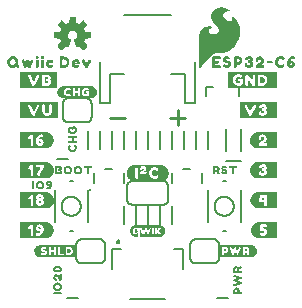
<source format=gto>
G04 EAGLE Gerber RS-274X export*
G75*
%MOMM*%
%FSLAX34Y34*%
%LPD*%
%INSilkscreen Top*%
%IPPOS*%
%AMOC8*
5,1,8,0,0,1.08239X$1,22.5*%
G01*
%ADD10C,0.152400*%
%ADD11C,0.254000*%
%ADD12C,0.203200*%
%ADD13C,0.254000*%
%ADD14C,0.127000*%

G36*
X171155Y200450D02*
X171155Y200450D01*
X171239Y200453D01*
X171240Y200453D01*
X171241Y200453D01*
X171319Y200496D01*
X171392Y200535D01*
X171392Y200536D01*
X171393Y200536D01*
X171397Y200542D01*
X171480Y200650D01*
X171553Y200795D01*
X171909Y201151D01*
X171916Y201162D01*
X171929Y201173D01*
X172529Y201873D01*
X172533Y201880D01*
X172540Y201887D01*
X173232Y202776D01*
X174123Y203766D01*
X174126Y203771D01*
X174132Y203777D01*
X175127Y204970D01*
X176220Y206163D01*
X177419Y207461D01*
X178719Y208861D01*
X178723Y208868D01*
X178730Y208874D01*
X179820Y210162D01*
X180902Y211244D01*
X181877Y212122D01*
X182829Y212788D01*
X183869Y213261D01*
X184891Y213540D01*
X188740Y213540D01*
X188760Y213545D01*
X188787Y213543D01*
X191187Y213843D01*
X191209Y213851D01*
X191240Y213853D01*
X193440Y214453D01*
X193463Y214465D01*
X193496Y214473D01*
X195496Y215373D01*
X195515Y215387D01*
X195543Y215399D01*
X197443Y216599D01*
X197454Y216609D01*
X197471Y216618D01*
X199171Y217918D01*
X199188Y217939D01*
X199217Y217960D01*
X200717Y219560D01*
X200725Y219574D01*
X200740Y219587D01*
X202140Y221387D01*
X202153Y221414D01*
X202178Y221446D01*
X204078Y225146D01*
X204086Y225177D01*
X204106Y225218D01*
X205106Y228818D01*
X205108Y228852D01*
X205120Y228898D01*
X205320Y232398D01*
X205314Y232430D01*
X205316Y232477D01*
X204816Y235777D01*
X204805Y235806D01*
X204798Y235848D01*
X203798Y238648D01*
X203784Y238669D01*
X203774Y238701D01*
X202474Y241101D01*
X202448Y241130D01*
X202409Y241189D01*
X200709Y242889D01*
X200679Y242907D01*
X200642Y242942D01*
X199042Y243942D01*
X198976Y243965D01*
X198912Y243993D01*
X198895Y243993D01*
X198878Y243998D01*
X198809Y243989D01*
X198739Y243987D01*
X198724Y243978D01*
X198706Y243976D01*
X198648Y243937D01*
X198587Y243904D01*
X198577Y243889D01*
X198562Y243879D01*
X198527Y243819D01*
X198487Y243762D01*
X198484Y243743D01*
X198476Y243729D01*
X198473Y243690D01*
X198460Y243620D01*
X198460Y243020D01*
X198467Y242990D01*
X198467Y242945D01*
X198553Y242514D01*
X198377Y241454D01*
X198138Y241056D01*
X197723Y240641D01*
X197162Y240400D01*
X196593Y240400D01*
X195278Y240776D01*
X194537Y241147D01*
X193175Y242120D01*
X192498Y242699D01*
X192039Y243158D01*
X191562Y243922D01*
X191559Y243925D01*
X191556Y243931D01*
X191189Y244482D01*
X191012Y245104D01*
X190925Y245620D01*
X191008Y246117D01*
X191187Y246564D01*
X191462Y247114D01*
X191816Y247556D01*
X192554Y248202D01*
X192932Y248391D01*
X193273Y248561D01*
X194007Y248745D01*
X194861Y248840D01*
X196093Y248840D01*
X196448Y248751D01*
X196484Y248751D01*
X196540Y248740D01*
X196640Y248740D01*
X196701Y248754D01*
X196764Y248760D01*
X196785Y248774D01*
X196809Y248779D01*
X196857Y248819D01*
X196910Y248853D01*
X196923Y248874D01*
X196942Y248889D01*
X196968Y248947D01*
X197001Y249000D01*
X197003Y249025D01*
X197013Y249048D01*
X197011Y249110D01*
X197017Y249173D01*
X197008Y249196D01*
X197007Y249221D01*
X196977Y249276D01*
X196954Y249335D01*
X196934Y249354D01*
X196924Y249373D01*
X196893Y249394D01*
X196851Y249436D01*
X196557Y249633D01*
X195861Y250129D01*
X195846Y250135D01*
X195832Y250148D01*
X194632Y250848D01*
X194608Y250856D01*
X194581Y250873D01*
X193081Y251473D01*
X193063Y251476D01*
X193042Y251486D01*
X191242Y251986D01*
X191208Y251988D01*
X191159Y252000D01*
X189159Y252100D01*
X189121Y252093D01*
X189056Y252091D01*
X186856Y251591D01*
X186822Y251574D01*
X186764Y251557D01*
X184464Y250357D01*
X184439Y250336D01*
X184398Y250314D01*
X182698Y248914D01*
X182675Y248883D01*
X182627Y248835D01*
X181527Y247235D01*
X181513Y247200D01*
X181481Y247147D01*
X180881Y245447D01*
X180878Y245412D01*
X180876Y245401D01*
X180867Y245382D01*
X180868Y245360D01*
X180860Y245320D01*
X180860Y243620D01*
X180869Y243582D01*
X180875Y243513D01*
X181375Y241813D01*
X181389Y241788D01*
X181400Y241750D01*
X182300Y239950D01*
X182319Y239927D01*
X182338Y239889D01*
X183638Y238189D01*
X183655Y238175D01*
X183671Y238151D01*
X185362Y236461D01*
X186618Y235011D01*
X187260Y233636D01*
X187260Y232377D01*
X186901Y231212D01*
X186089Y230310D01*
X184979Y229569D01*
X183687Y229200D01*
X182191Y229200D01*
X181151Y229484D01*
X180331Y229757D01*
X179698Y230299D01*
X179153Y230845D01*
X178896Y231358D01*
X178720Y231973D01*
X178720Y232558D01*
X178881Y233041D01*
X179128Y233370D01*
X179494Y233736D01*
X179973Y234119D01*
X180328Y234386D01*
X180781Y234567D01*
X180793Y234575D01*
X180810Y234580D01*
X181054Y234702D01*
X181410Y234880D01*
X181439Y234904D01*
X181509Y234951D01*
X181609Y235051D01*
X181622Y235073D01*
X181642Y235089D01*
X181668Y235146D01*
X181700Y235198D01*
X181703Y235224D01*
X181713Y235248D01*
X181711Y235309D01*
X181717Y235371D01*
X181708Y235395D01*
X181707Y235421D01*
X181677Y235475D01*
X181655Y235533D01*
X181636Y235550D01*
X181624Y235573D01*
X181574Y235608D01*
X181528Y235650D01*
X181503Y235658D01*
X181482Y235673D01*
X181398Y235689D01*
X181362Y235700D01*
X181352Y235698D01*
X181340Y235700D01*
X181302Y235700D01*
X181071Y235777D01*
X180581Y235973D01*
X180546Y235978D01*
X180494Y235996D01*
X179794Y236096D01*
X179770Y236094D01*
X179740Y236100D01*
X177940Y236100D01*
X177910Y236093D01*
X177865Y236093D01*
X176865Y235893D01*
X176855Y235888D01*
X176840Y235887D01*
X175740Y235587D01*
X175723Y235578D01*
X175699Y235573D01*
X174699Y235173D01*
X174672Y235154D01*
X174629Y235136D01*
X173729Y234536D01*
X173708Y234514D01*
X173671Y234489D01*
X172871Y233689D01*
X172860Y233671D01*
X172840Y233653D01*
X172140Y232753D01*
X172129Y232729D01*
X172106Y232702D01*
X171506Y231602D01*
X171497Y231569D01*
X171474Y231524D01*
X171074Y230124D01*
X171073Y230099D01*
X171063Y230067D01*
X170863Y228467D01*
X170864Y228455D01*
X170860Y228440D01*
X170760Y226540D01*
X170762Y226531D01*
X170760Y226520D01*
X170760Y200820D01*
X170780Y200735D01*
X170799Y200653D01*
X170799Y200652D01*
X170799Y200651D01*
X170856Y200583D01*
X170908Y200519D01*
X170909Y200518D01*
X170987Y200483D01*
X171066Y200447D01*
X171067Y200447D01*
X171068Y200447D01*
X171155Y200450D01*
G37*
G36*
X236677Y183687D02*
X236677Y183687D01*
X236672Y183694D01*
X236679Y183700D01*
X236679Y197200D01*
X236643Y197247D01*
X236640Y197245D01*
X236638Y197249D01*
X236038Y197349D01*
X236033Y197346D01*
X236030Y197349D01*
X198830Y197349D01*
X198823Y197344D01*
X198814Y197347D01*
X198810Y197334D01*
X198783Y197313D01*
X198788Y197307D01*
X198787Y197306D01*
X198797Y197294D01*
X198796Y197293D01*
X198770Y197329D01*
X198738Y197339D01*
X198730Y197349D01*
X195430Y197349D01*
X195383Y197313D01*
X195386Y197309D01*
X195383Y197306D01*
X195385Y197303D01*
X195381Y197300D01*
X195381Y183800D01*
X195417Y183753D01*
X195420Y183755D01*
X195422Y183751D01*
X196022Y183651D01*
X196027Y183654D01*
X196030Y183651D01*
X236630Y183651D01*
X236677Y183687D01*
G37*
G36*
X72820Y216046D02*
X72820Y216046D01*
X72928Y216056D01*
X72941Y216062D01*
X72955Y216064D01*
X73052Y216112D01*
X73151Y216157D01*
X73164Y216168D01*
X73173Y216172D01*
X73188Y216188D01*
X73265Y216250D01*
X75850Y218835D01*
X75913Y218924D01*
X75979Y219009D01*
X75984Y219022D01*
X75992Y219034D01*
X76023Y219137D01*
X76059Y219240D01*
X76059Y219254D01*
X76063Y219267D01*
X76059Y219375D01*
X76060Y219484D01*
X76055Y219497D01*
X76055Y219511D01*
X76017Y219613D01*
X75982Y219715D01*
X75973Y219730D01*
X75969Y219739D01*
X75955Y219756D01*
X75901Y219838D01*
X73137Y223228D01*
X73694Y224310D01*
X73700Y224330D01*
X73742Y224425D01*
X74113Y225584D01*
X78464Y226027D01*
X78568Y226055D01*
X78674Y226080D01*
X78686Y226087D01*
X78699Y226090D01*
X78789Y226151D01*
X78882Y226208D01*
X78890Y226219D01*
X78902Y226227D01*
X78968Y226313D01*
X79037Y226397D01*
X79041Y226410D01*
X79050Y226421D01*
X79084Y226524D01*
X79123Y226625D01*
X79124Y226643D01*
X79128Y226652D01*
X79128Y226674D01*
X79137Y226772D01*
X79137Y230428D01*
X79120Y230535D01*
X79106Y230643D01*
X79100Y230655D01*
X79098Y230669D01*
X79046Y230765D01*
X78999Y230862D01*
X78989Y230872D01*
X78983Y230884D01*
X78903Y230958D01*
X78827Y231035D01*
X78815Y231041D01*
X78805Y231051D01*
X78706Y231096D01*
X78609Y231144D01*
X78591Y231148D01*
X78582Y231152D01*
X78561Y231154D01*
X78464Y231173D01*
X74113Y231616D01*
X73742Y232775D01*
X73733Y232792D01*
X73731Y232800D01*
X73727Y232807D01*
X73694Y232890D01*
X73137Y233972D01*
X75901Y237362D01*
X75955Y237456D01*
X76012Y237548D01*
X76015Y237561D01*
X76022Y237573D01*
X76043Y237680D01*
X76068Y237785D01*
X76066Y237799D01*
X76069Y237813D01*
X76054Y237920D01*
X76044Y238028D01*
X76038Y238041D01*
X76036Y238055D01*
X75988Y238152D01*
X75943Y238251D01*
X75932Y238264D01*
X75928Y238273D01*
X75912Y238288D01*
X75850Y238365D01*
X73265Y240950D01*
X73176Y241013D01*
X73091Y241079D01*
X73078Y241084D01*
X73066Y241092D01*
X72963Y241123D01*
X72860Y241159D01*
X72846Y241159D01*
X72833Y241163D01*
X72725Y241159D01*
X72616Y241160D01*
X72603Y241155D01*
X72589Y241155D01*
X72487Y241117D01*
X72385Y241082D01*
X72370Y241073D01*
X72361Y241069D01*
X72344Y241055D01*
X72262Y241001D01*
X68872Y238237D01*
X67790Y238794D01*
X67770Y238800D01*
X67675Y238842D01*
X66516Y239213D01*
X66073Y243564D01*
X66045Y243668D01*
X66020Y243774D01*
X66013Y243786D01*
X66010Y243799D01*
X65949Y243889D01*
X65892Y243982D01*
X65881Y243990D01*
X65873Y244002D01*
X65787Y244068D01*
X65703Y244137D01*
X65690Y244141D01*
X65679Y244150D01*
X65576Y244184D01*
X65475Y244223D01*
X65457Y244224D01*
X65448Y244228D01*
X65426Y244228D01*
X65328Y244237D01*
X61672Y244237D01*
X61565Y244220D01*
X61457Y244206D01*
X61445Y244200D01*
X61431Y244198D01*
X61335Y244146D01*
X61238Y244099D01*
X61228Y244089D01*
X61216Y244083D01*
X61142Y244003D01*
X61065Y243927D01*
X61059Y243915D01*
X61049Y243905D01*
X61004Y243806D01*
X60956Y243709D01*
X60952Y243691D01*
X60948Y243682D01*
X60946Y243661D01*
X60927Y243564D01*
X60484Y239213D01*
X59325Y238842D01*
X59307Y238832D01*
X59210Y238794D01*
X58128Y238237D01*
X54738Y241001D01*
X54644Y241055D01*
X54552Y241112D01*
X54539Y241115D01*
X54527Y241122D01*
X54420Y241143D01*
X54315Y241168D01*
X54301Y241166D01*
X54287Y241169D01*
X54180Y241154D01*
X54072Y241144D01*
X54059Y241138D01*
X54046Y241136D01*
X53948Y241088D01*
X53849Y241043D01*
X53836Y241032D01*
X53827Y241028D01*
X53812Y241012D01*
X53735Y240950D01*
X51150Y238365D01*
X51087Y238276D01*
X51021Y238191D01*
X51016Y238178D01*
X51008Y238166D01*
X50977Y238063D01*
X50941Y237960D01*
X50941Y237946D01*
X50937Y237933D01*
X50941Y237825D01*
X50940Y237716D01*
X50945Y237703D01*
X50945Y237689D01*
X50983Y237587D01*
X51018Y237485D01*
X51027Y237470D01*
X51031Y237461D01*
X51045Y237444D01*
X51099Y237362D01*
X53863Y233972D01*
X53306Y232890D01*
X53300Y232870D01*
X53258Y232775D01*
X52887Y231616D01*
X48536Y231173D01*
X48432Y231145D01*
X48326Y231120D01*
X48314Y231113D01*
X48301Y231110D01*
X48211Y231049D01*
X48118Y230992D01*
X48110Y230981D01*
X48098Y230973D01*
X48032Y230887D01*
X47964Y230803D01*
X47959Y230790D01*
X47950Y230779D01*
X47916Y230676D01*
X47877Y230575D01*
X47876Y230557D01*
X47872Y230548D01*
X47873Y230526D01*
X47863Y230428D01*
X47863Y226772D01*
X47880Y226665D01*
X47894Y226557D01*
X47900Y226545D01*
X47902Y226531D01*
X47954Y226435D01*
X48001Y226338D01*
X48011Y226328D01*
X48017Y226316D01*
X48097Y226242D01*
X48173Y226165D01*
X48185Y226159D01*
X48196Y226149D01*
X48294Y226104D01*
X48391Y226056D01*
X48409Y226052D01*
X48418Y226048D01*
X48439Y226046D01*
X48536Y226027D01*
X52887Y225584D01*
X53258Y224425D01*
X53268Y224407D01*
X53306Y224310D01*
X53863Y223228D01*
X51099Y219838D01*
X51045Y219744D01*
X50988Y219652D01*
X50985Y219639D01*
X50978Y219627D01*
X50957Y219520D01*
X50932Y219415D01*
X50934Y219401D01*
X50931Y219387D01*
X50946Y219280D01*
X50956Y219172D01*
X50962Y219159D01*
X50964Y219146D01*
X51012Y219048D01*
X51057Y218949D01*
X51068Y218936D01*
X51072Y218927D01*
X51088Y218912D01*
X51150Y218835D01*
X53735Y216250D01*
X53824Y216187D01*
X53909Y216121D01*
X53922Y216116D01*
X53934Y216108D01*
X54037Y216077D01*
X54140Y216041D01*
X54154Y216041D01*
X54167Y216037D01*
X54275Y216041D01*
X54384Y216040D01*
X54397Y216045D01*
X54411Y216045D01*
X54513Y216083D01*
X54615Y216118D01*
X54630Y216127D01*
X54639Y216131D01*
X54656Y216145D01*
X54738Y216199D01*
X58128Y218963D01*
X59210Y218406D01*
X59263Y218389D01*
X59312Y218363D01*
X59378Y218352D01*
X59442Y218331D01*
X59498Y218332D01*
X59552Y218323D01*
X59619Y218334D01*
X59686Y218335D01*
X59738Y218353D01*
X59793Y218362D01*
X59853Y218394D01*
X59916Y218417D01*
X59959Y218451D01*
X60009Y218477D01*
X60055Y218526D01*
X60107Y218568D01*
X60138Y218615D01*
X60176Y218655D01*
X60232Y218760D01*
X60240Y218773D01*
X60241Y218778D01*
X60245Y218785D01*
X62398Y223982D01*
X62418Y224066D01*
X62423Y224078D01*
X62425Y224094D01*
X62450Y224180D01*
X62449Y224200D01*
X62454Y224220D01*
X62446Y224302D01*
X62447Y224321D01*
X62443Y224341D01*
X62439Y224424D01*
X62432Y224443D01*
X62430Y224463D01*
X62398Y224532D01*
X62392Y224559D01*
X62377Y224583D01*
X62350Y224652D01*
X62337Y224667D01*
X62329Y224685D01*
X62284Y224734D01*
X62264Y224766D01*
X62232Y224792D01*
X62193Y224838D01*
X62172Y224853D01*
X62162Y224863D01*
X62141Y224875D01*
X62078Y224919D01*
X62075Y224921D01*
X62074Y224921D01*
X62072Y224923D01*
X61188Y225418D01*
X60509Y226045D01*
X59995Y226814D01*
X59675Y227682D01*
X59567Y228599D01*
X59680Y229534D01*
X60011Y230415D01*
X60543Y231192D01*
X61244Y231821D01*
X62074Y232264D01*
X62986Y232498D01*
X63928Y232508D01*
X64844Y232294D01*
X65684Y231869D01*
X66398Y231256D01*
X66947Y230491D01*
X67298Y229617D01*
X67431Y228685D01*
X67339Y227748D01*
X67027Y226860D01*
X66512Y226072D01*
X65825Y225428D01*
X64926Y224922D01*
X64886Y224889D01*
X64844Y224867D01*
X64813Y224834D01*
X64765Y224799D01*
X64752Y224782D01*
X64736Y224769D01*
X64701Y224715D01*
X64677Y224689D01*
X64664Y224658D01*
X64622Y224601D01*
X64616Y224581D01*
X64605Y224563D01*
X64587Y224490D01*
X64577Y224467D01*
X64574Y224443D01*
X64551Y224368D01*
X64552Y224347D01*
X64547Y224326D01*
X64554Y224242D01*
X64553Y224224D01*
X64556Y224208D01*
X64559Y224124D01*
X64567Y224098D01*
X64568Y224083D01*
X64578Y224061D01*
X64602Y223982D01*
X64910Y223237D01*
X64911Y223237D01*
X65221Y222488D01*
X65531Y221739D01*
X65531Y221738D01*
X65842Y220990D01*
X65842Y220989D01*
X66152Y220240D01*
X66462Y219491D01*
X66463Y219491D01*
X66755Y218785D01*
X66784Y218738D01*
X66805Y218686D01*
X66848Y218635D01*
X66884Y218578D01*
X66927Y218543D01*
X66963Y218500D01*
X67020Y218466D01*
X67072Y218423D01*
X67124Y218404D01*
X67172Y218375D01*
X67238Y218361D01*
X67301Y218337D01*
X67356Y218335D01*
X67410Y218324D01*
X67477Y218331D01*
X67544Y218329D01*
X67598Y218345D01*
X67653Y218352D01*
X67764Y218396D01*
X67778Y218400D01*
X67782Y218403D01*
X67790Y218406D01*
X68872Y218963D01*
X72262Y216199D01*
X72356Y216145D01*
X72448Y216088D01*
X72461Y216085D01*
X72473Y216078D01*
X72580Y216057D01*
X72685Y216032D01*
X72699Y216034D01*
X72713Y216031D01*
X72820Y216046D01*
G37*
G36*
X137904Y104914D02*
X137904Y104914D01*
X137907Y104911D01*
X138603Y105011D01*
X139200Y105011D01*
X139208Y105017D01*
X139214Y105013D01*
X139914Y105213D01*
X139915Y105214D01*
X139916Y105213D01*
X140516Y105413D01*
X140517Y105416D01*
X140519Y105415D01*
X141219Y105715D01*
X141224Y105723D01*
X141231Y105722D01*
X141729Y106120D01*
X142327Y106519D01*
X142328Y106522D01*
X142331Y106522D01*
X142831Y106922D01*
X142833Y106929D01*
X142838Y106929D01*
X143238Y107429D01*
X143239Y107433D01*
X143241Y107433D01*
X144041Y108633D01*
X144041Y108637D01*
X144044Y108638D01*
X144344Y109238D01*
X144343Y109243D01*
X144347Y109244D01*
X144547Y109844D01*
X144545Y109851D01*
X144549Y109853D01*
X144649Y110552D01*
X144749Y111152D01*
X144746Y111157D01*
X144749Y111160D01*
X144749Y112560D01*
X144746Y112564D01*
X144749Y112567D01*
X144649Y113267D01*
X144644Y113272D01*
X144647Y113276D01*
X144247Y114476D01*
X144242Y114479D01*
X144244Y114482D01*
X143944Y115082D01*
X143940Y115084D01*
X143941Y115087D01*
X143541Y115687D01*
X143538Y115688D01*
X143538Y115691D01*
X143138Y116191D01*
X143134Y116192D01*
X143135Y116195D01*
X142135Y117195D01*
X142128Y117196D01*
X142127Y117201D01*
X141527Y117601D01*
X141526Y117601D01*
X141525Y117602D01*
X141025Y117902D01*
X141016Y117901D01*
X141014Y117907D01*
X140318Y118106D01*
X139722Y118404D01*
X139711Y118402D01*
X139707Y118409D01*
X139008Y118509D01*
X138408Y118609D01*
X138403Y118606D01*
X138400Y118609D01*
X115500Y118609D01*
X115496Y118606D01*
X115493Y118609D01*
X114793Y118509D01*
X114788Y118504D01*
X114784Y118507D01*
X114185Y118307D01*
X113486Y118107D01*
X113482Y118102D01*
X113478Y118104D01*
X112278Y117504D01*
X112275Y117497D01*
X112269Y117498D01*
X111769Y117098D01*
X111768Y117094D01*
X111765Y117095D01*
X110765Y116095D01*
X110765Y116091D01*
X110762Y116091D01*
X110362Y115591D01*
X110361Y115583D01*
X110356Y115582D01*
X109456Y113782D01*
X109458Y113771D01*
X109451Y113767D01*
X109251Y112367D01*
X109254Y112362D01*
X109251Y112360D01*
X109251Y111060D01*
X109254Y111056D01*
X109251Y111053D01*
X109351Y110353D01*
X109356Y110348D01*
X109353Y110344D01*
X109553Y109745D01*
X109753Y109046D01*
X109758Y109042D01*
X109756Y109038D01*
X110056Y108438D01*
X110060Y108436D01*
X110059Y108433D01*
X110459Y107833D01*
X110462Y107832D01*
X110462Y107829D01*
X111262Y106829D01*
X111269Y106827D01*
X111269Y106822D01*
X111769Y106422D01*
X111773Y106421D01*
X111773Y106419D01*
X112373Y106019D01*
X112377Y106019D01*
X112378Y106016D01*
X113578Y105416D01*
X113583Y105417D01*
X113584Y105413D01*
X114184Y105213D01*
X114186Y105214D01*
X114186Y105213D01*
X114886Y105013D01*
X114891Y105015D01*
X114893Y105011D01*
X115593Y104911D01*
X115598Y104914D01*
X115600Y104911D01*
X137900Y104911D01*
X137904Y104914D01*
G37*
G36*
X50878Y158280D02*
X50878Y158280D01*
X50886Y158282D01*
X51086Y158782D01*
X51082Y158795D01*
X51089Y158800D01*
X51089Y171700D01*
X51060Y171738D01*
X51058Y171746D01*
X50558Y171946D01*
X50546Y171942D01*
X50545Y171942D01*
X50540Y171949D01*
X19040Y171949D01*
X19031Y171942D01*
X19022Y171936D01*
X19010Y171939D01*
X18610Y171639D01*
X18605Y171620D01*
X18593Y171611D01*
X18597Y171605D01*
X18591Y171600D01*
X18591Y158700D01*
X18604Y158682D01*
X18601Y158670D01*
X18901Y158270D01*
X18932Y158262D01*
X18940Y158251D01*
X50840Y158251D01*
X50878Y158280D01*
G37*
G36*
X49761Y183667D02*
X49761Y183667D01*
X49775Y183665D01*
X50175Y184065D01*
X50176Y184077D01*
X50181Y184081D01*
X50178Y184086D01*
X50179Y184092D01*
X50189Y184100D01*
X50189Y196900D01*
X50176Y196918D01*
X50179Y196930D01*
X49879Y197330D01*
X49848Y197339D01*
X49840Y197349D01*
X18640Y197349D01*
X18593Y197313D01*
X18596Y197309D01*
X18593Y197306D01*
X18595Y197303D01*
X18591Y197300D01*
X18591Y183700D01*
X18627Y183653D01*
X18634Y183658D01*
X18640Y183651D01*
X49740Y183651D01*
X49761Y183667D01*
G37*
G36*
X236141Y158259D02*
X236141Y158259D01*
X236148Y158254D01*
X236648Y158454D01*
X236663Y158478D01*
X236670Y158484D01*
X236668Y158487D01*
X236673Y158495D01*
X236679Y158500D01*
X236679Y171300D01*
X236676Y171305D01*
X236679Y171308D01*
X236579Y171908D01*
X236535Y171949D01*
X236533Y171946D01*
X236530Y171949D01*
X205830Y171949D01*
X205821Y171942D01*
X205812Y171936D01*
X205800Y171939D01*
X205400Y171639D01*
X205395Y171620D01*
X205383Y171611D01*
X205387Y171605D01*
X205381Y171600D01*
X205381Y158700D01*
X205394Y158682D01*
X205391Y158670D01*
X205691Y158270D01*
X205722Y158262D01*
X205730Y158251D01*
X236130Y158251D01*
X236141Y158259D01*
G37*
G36*
X41145Y82054D02*
X41145Y82054D01*
X41148Y82051D01*
X41748Y82151D01*
X42447Y82251D01*
X42451Y82255D01*
X42454Y82253D01*
X43154Y82453D01*
X43155Y82454D01*
X43156Y82453D01*
X43756Y82653D01*
X43761Y82661D01*
X43767Y82659D01*
X44365Y83057D01*
X44962Y83356D01*
X44965Y83363D01*
X44971Y83362D01*
X45471Y83762D01*
X45472Y83766D01*
X45475Y83765D01*
X45975Y84265D01*
X45975Y84269D01*
X45978Y84269D01*
X46378Y84769D01*
X46379Y84773D01*
X46381Y84773D01*
X46781Y85373D01*
X46781Y85377D01*
X46784Y85378D01*
X47384Y86578D01*
X47382Y86589D01*
X47389Y86593D01*
X47488Y87289D01*
X47687Y87884D01*
X47683Y87895D01*
X47687Y87898D01*
X47689Y87900D01*
X47689Y90000D01*
X47682Y90009D01*
X47687Y90016D01*
X47487Y90615D01*
X47287Y91314D01*
X47282Y91318D01*
X47284Y91322D01*
X46684Y92522D01*
X46677Y92525D01*
X46678Y92531D01*
X46280Y93029D01*
X45881Y93627D01*
X45871Y93631D01*
X45871Y93638D01*
X44871Y94438D01*
X44867Y94439D01*
X44867Y94441D01*
X44267Y94841D01*
X44263Y94841D01*
X44262Y94844D01*
X43662Y95144D01*
X43655Y95143D01*
X43654Y95147D01*
X42955Y95347D01*
X42356Y95547D01*
X42351Y95545D01*
X42349Y95545D01*
X42347Y95549D01*
X40947Y95749D01*
X40942Y95746D01*
X40940Y95749D01*
X19240Y95749D01*
X19235Y95746D01*
X19232Y95749D01*
X18632Y95649D01*
X18595Y95610D01*
X18593Y95608D01*
X18593Y95607D01*
X18591Y95605D01*
X18594Y95603D01*
X18591Y95600D01*
X18591Y82700D01*
X18594Y82695D01*
X18591Y82692D01*
X18691Y82092D01*
X18735Y82051D01*
X18738Y82054D01*
X18740Y82051D01*
X41140Y82051D01*
X41145Y82054D01*
G37*
G36*
X41044Y107454D02*
X41044Y107454D01*
X41047Y107451D01*
X41747Y107551D01*
X41748Y107552D01*
X41748Y107551D01*
X42348Y107651D01*
X42351Y107655D01*
X42354Y107653D01*
X43054Y107853D01*
X43055Y107854D01*
X43056Y107853D01*
X43656Y108053D01*
X43659Y108058D01*
X43662Y108056D01*
X44262Y108356D01*
X44264Y108360D01*
X44267Y108359D01*
X44867Y108759D01*
X44868Y108762D01*
X44871Y108762D01*
X45371Y109162D01*
X45372Y109166D01*
X45375Y109165D01*
X46375Y110165D01*
X46376Y110177D01*
X46384Y110178D01*
X46683Y110775D01*
X47081Y111373D01*
X47081Y111377D01*
X47081Y111378D01*
X47080Y111382D01*
X47087Y111384D01*
X47487Y112584D01*
X47486Y112586D01*
X47487Y112586D01*
X47687Y113286D01*
X47684Y113296D01*
X47687Y113298D01*
X47689Y113300D01*
X47689Y115300D01*
X47683Y115308D01*
X47687Y115314D01*
X47487Y116014D01*
X47486Y116015D01*
X47487Y116016D01*
X47287Y116615D01*
X47087Y117314D01*
X47079Y117320D01*
X47081Y117327D01*
X46682Y117926D01*
X46382Y118425D01*
X46374Y118429D01*
X46375Y118435D01*
X45375Y119435D01*
X45371Y119435D01*
X45371Y119438D01*
X44871Y119838D01*
X44867Y119839D01*
X44867Y119841D01*
X44267Y120241D01*
X44263Y120241D01*
X44262Y120244D01*
X43662Y120544D01*
X43657Y120543D01*
X43656Y120547D01*
X43056Y120747D01*
X43054Y120746D01*
X43054Y120747D01*
X42354Y120947D01*
X42350Y120946D01*
X42348Y120949D01*
X41748Y121049D01*
X41747Y121048D01*
X41747Y121049D01*
X41047Y121149D01*
X41042Y121146D01*
X41040Y121149D01*
X18640Y121149D01*
X18593Y121113D01*
X18596Y121109D01*
X18593Y121106D01*
X18595Y121103D01*
X18591Y121100D01*
X18591Y107500D01*
X18627Y107453D01*
X18634Y107458D01*
X18640Y107451D01*
X41040Y107451D01*
X41044Y107454D01*
G37*
G36*
X40544Y56654D02*
X40544Y56654D01*
X40547Y56651D01*
X41947Y56851D01*
X41948Y56852D01*
X41948Y56851D01*
X42548Y56951D01*
X42551Y56955D01*
X42554Y56953D01*
X43254Y57153D01*
X43258Y57158D01*
X43262Y57156D01*
X43862Y57456D01*
X43864Y57460D01*
X43867Y57459D01*
X44467Y57859D01*
X44468Y57862D01*
X44471Y57862D01*
X45471Y58662D01*
X45472Y58666D01*
X45475Y58665D01*
X45975Y59165D01*
X45976Y59172D01*
X45981Y59173D01*
X46381Y59773D01*
X46381Y59777D01*
X46384Y59778D01*
X46984Y60978D01*
X46983Y60983D01*
X46987Y60984D01*
X47187Y61584D01*
X47186Y61586D01*
X47187Y61586D01*
X47387Y62286D01*
X47386Y62291D01*
X47389Y62293D01*
X47489Y62993D01*
X47486Y62998D01*
X47489Y63000D01*
X47489Y63600D01*
X47486Y63604D01*
X47489Y63607D01*
X47289Y65007D01*
X47284Y65012D01*
X47287Y65016D01*
X47087Y65614D01*
X46887Y66314D01*
X46882Y66318D01*
X46884Y66322D01*
X46584Y66922D01*
X46577Y66925D01*
X46578Y66931D01*
X46180Y67429D01*
X45781Y68027D01*
X45774Y68030D01*
X45775Y68035D01*
X45275Y68535D01*
X45271Y68535D01*
X45271Y68538D01*
X44771Y68938D01*
X44767Y68939D01*
X44767Y68941D01*
X44167Y69341D01*
X44163Y69341D01*
X44162Y69344D01*
X42962Y69944D01*
X42957Y69943D01*
X42956Y69947D01*
X42356Y70147D01*
X42351Y70145D01*
X42349Y70145D01*
X42347Y70149D01*
X40947Y70349D01*
X40942Y70346D01*
X40940Y70349D01*
X19040Y70349D01*
X19031Y70342D01*
X19022Y70336D01*
X19010Y70339D01*
X18610Y70039D01*
X18605Y70020D01*
X18593Y70011D01*
X18597Y70005D01*
X18591Y70000D01*
X18591Y57100D01*
X18604Y57082D01*
X18601Y57070D01*
X18901Y56670D01*
X18932Y56662D01*
X18940Y56651D01*
X40540Y56651D01*
X40544Y56654D01*
G37*
G36*
X40645Y132854D02*
X40645Y132854D01*
X40648Y132851D01*
X41248Y132951D01*
X41947Y133051D01*
X42647Y133151D01*
X42652Y133156D01*
X42656Y133153D01*
X43256Y133353D01*
X43259Y133358D01*
X43262Y133356D01*
X43862Y133656D01*
X43864Y133660D01*
X43867Y133659D01*
X44467Y134059D01*
X44468Y134062D01*
X44471Y134062D01*
X45471Y134862D01*
X45473Y134869D01*
X45478Y134868D01*
X45978Y135468D01*
X45978Y135469D01*
X46378Y135969D01*
X46379Y135977D01*
X46384Y135978D01*
X46984Y137178D01*
X46983Y137183D01*
X46987Y137184D01*
X47187Y137784D01*
X47186Y137786D01*
X47187Y137786D01*
X47387Y138486D01*
X47386Y138491D01*
X47389Y138493D01*
X47489Y139193D01*
X47486Y139198D01*
X47489Y139200D01*
X47489Y139900D01*
X47486Y139905D01*
X47489Y139908D01*
X47389Y140508D01*
X47289Y141207D01*
X47284Y141212D01*
X47287Y141216D01*
X47087Y141815D01*
X46887Y142514D01*
X46882Y142518D01*
X46884Y142522D01*
X46584Y143122D01*
X46577Y143125D01*
X46578Y143131D01*
X46180Y143629D01*
X45781Y144227D01*
X45774Y144230D01*
X45775Y144235D01*
X45275Y144735D01*
X45271Y144735D01*
X45271Y144738D01*
X44771Y145138D01*
X44767Y145139D01*
X44767Y145141D01*
X44167Y145541D01*
X44163Y145541D01*
X44162Y145544D01*
X42962Y146144D01*
X42957Y146143D01*
X42956Y146147D01*
X42356Y146347D01*
X42351Y146345D01*
X42349Y146345D01*
X42347Y146349D01*
X40947Y146549D01*
X40942Y146546D01*
X40940Y146549D01*
X19040Y146549D01*
X19031Y146542D01*
X19022Y146536D01*
X19010Y146539D01*
X18610Y146239D01*
X18605Y146220D01*
X18593Y146211D01*
X18597Y146205D01*
X18591Y146200D01*
X18591Y133300D01*
X18604Y133282D01*
X18601Y133270D01*
X18901Y132870D01*
X18932Y132862D01*
X18940Y132851D01*
X40640Y132851D01*
X40645Y132854D01*
G37*
G36*
X66963Y40580D02*
X66963Y40580D01*
X66972Y40576D01*
X67372Y40776D01*
X67382Y40797D01*
X67391Y40804D01*
X67388Y40808D01*
X67391Y40813D01*
X67399Y40820D01*
X67399Y50420D01*
X67390Y50433D01*
X67394Y50442D01*
X67194Y50842D01*
X67157Y50861D01*
X67150Y50869D01*
X35650Y50869D01*
X35644Y50865D01*
X35640Y50868D01*
X35140Y50768D01*
X35136Y50763D01*
X35132Y50766D01*
X34636Y50567D01*
X34140Y50468D01*
X34130Y50457D01*
X34120Y50459D01*
X33726Y50163D01*
X33232Y49966D01*
X33227Y49958D01*
X33220Y49959D01*
X32820Y49659D01*
X32818Y49650D01*
X32811Y49650D01*
X32513Y49252D01*
X32115Y48855D01*
X32114Y48850D01*
X32111Y48850D01*
X31811Y48450D01*
X31811Y48443D01*
X31806Y48442D01*
X31606Y48042D01*
X31607Y48039D01*
X31604Y48038D01*
X31204Y47038D01*
X31205Y47037D01*
X31204Y47036D01*
X31206Y47033D01*
X31206Y47032D01*
X31202Y47030D01*
X31102Y46530D01*
X31105Y46523D01*
X31101Y46520D01*
X31101Y46025D01*
X31002Y45530D01*
X31008Y45517D01*
X31002Y45510D01*
X31302Y44010D01*
X31309Y44004D01*
X31306Y43998D01*
X31505Y43600D01*
X31704Y43102D01*
X31712Y43097D01*
X31711Y43090D01*
X32311Y42290D01*
X32316Y42289D01*
X32315Y42285D01*
X32715Y41885D01*
X32720Y41884D01*
X32720Y41881D01*
X33520Y41281D01*
X33530Y41281D01*
X33532Y41274D01*
X34030Y41075D01*
X34428Y40876D01*
X34437Y40878D01*
X34440Y40872D01*
X35940Y40572D01*
X35947Y40575D01*
X35950Y40571D01*
X66950Y40571D01*
X66963Y40580D01*
G37*
G36*
X214856Y40575D02*
X214856Y40575D01*
X214860Y40572D01*
X215860Y40772D01*
X215864Y40777D01*
X215868Y40774D01*
X216368Y40974D01*
X216370Y40977D01*
X216372Y40976D01*
X216772Y41176D01*
X216773Y41179D01*
X216775Y41178D01*
X217275Y41478D01*
X217277Y41481D01*
X217280Y41481D01*
X218080Y42081D01*
X218082Y42090D01*
X218089Y42090D01*
X218689Y42890D01*
X218689Y42900D01*
X218696Y42902D01*
X218893Y43396D01*
X219189Y43790D01*
X219189Y43802D01*
X219198Y43808D01*
X219197Y43809D01*
X219198Y43810D01*
X219498Y45310D01*
X219495Y45317D01*
X219499Y45320D01*
X219499Y46320D01*
X219495Y46326D01*
X219498Y46330D01*
X219398Y46830D01*
X219393Y46834D01*
X219396Y46838D01*
X219197Y47334D01*
X219098Y47830D01*
X219087Y47840D01*
X219089Y47850D01*
X218791Y48248D01*
X218492Y48745D01*
X218489Y48747D01*
X218489Y48750D01*
X218189Y49150D01*
X218184Y49151D01*
X218185Y49155D01*
X217485Y49855D01*
X217473Y49856D01*
X217472Y49864D01*
X217073Y50063D01*
X216575Y50362D01*
X216572Y50362D01*
X216572Y50364D01*
X216172Y50564D01*
X216163Y50562D01*
X216160Y50568D01*
X214660Y50868D01*
X214653Y50865D01*
X214650Y50869D01*
X186950Y50869D01*
X186929Y50853D01*
X186915Y50855D01*
X186615Y50555D01*
X186613Y50541D01*
X186603Y50533D01*
X186608Y50525D01*
X186601Y50520D01*
X186601Y40920D01*
X186617Y40899D01*
X186615Y40885D01*
X186915Y40585D01*
X186942Y40582D01*
X186950Y40571D01*
X214850Y40571D01*
X214856Y40575D01*
G37*
G36*
X79316Y175195D02*
X79316Y175195D01*
X79320Y175192D01*
X80320Y175392D01*
X80326Y175399D01*
X80332Y175396D01*
X80730Y175595D01*
X81228Y175794D01*
X81233Y175802D01*
X81240Y175801D01*
X82440Y176701D01*
X82441Y176706D01*
X82445Y176705D01*
X82845Y177105D01*
X82846Y177110D01*
X82849Y177110D01*
X83149Y177510D01*
X83149Y177517D01*
X83154Y177518D01*
X83354Y177918D01*
X83353Y177921D01*
X83356Y177922D01*
X83756Y178922D01*
X83754Y178928D01*
X83758Y178930D01*
X83958Y179930D01*
X83955Y179937D01*
X83959Y179940D01*
X83959Y180940D01*
X83955Y180946D01*
X83958Y180950D01*
X83758Y181950D01*
X83751Y181956D01*
X83754Y181962D01*
X83555Y182360D01*
X83356Y182858D01*
X83348Y182863D01*
X83349Y182870D01*
X82749Y183670D01*
X82744Y183671D01*
X82745Y183675D01*
X82345Y184075D01*
X82340Y184076D01*
X82340Y184079D01*
X81140Y184979D01*
X81130Y184979D01*
X81128Y184986D01*
X80628Y185186D01*
X80622Y185184D01*
X80620Y185188D01*
X79120Y185488D01*
X79113Y185485D01*
X79110Y185489D01*
X55410Y185489D01*
X55404Y185485D01*
X55400Y185488D01*
X54400Y185288D01*
X54396Y185283D01*
X54392Y185286D01*
X53892Y185086D01*
X53890Y185083D01*
X53888Y185084D01*
X53490Y184885D01*
X52992Y184686D01*
X52987Y184678D01*
X52980Y184679D01*
X52580Y184379D01*
X52579Y184374D01*
X52575Y184375D01*
X51875Y183675D01*
X51874Y183670D01*
X51871Y183670D01*
X51571Y183270D01*
X51571Y183266D01*
X51568Y183265D01*
X51268Y182765D01*
X51268Y182762D01*
X51266Y182762D01*
X51066Y182362D01*
X51067Y182359D01*
X51064Y182358D01*
X50864Y181858D01*
X50865Y181855D01*
X50863Y181853D01*
X50864Y181851D01*
X50862Y181850D01*
X50662Y180850D01*
X50665Y180843D01*
X50661Y180840D01*
X50661Y179840D01*
X50665Y179834D01*
X50662Y179830D01*
X50862Y178830D01*
X50867Y178826D01*
X50864Y178822D01*
X51064Y178322D01*
X51067Y178320D01*
X51066Y178318D01*
X51266Y177918D01*
X51269Y177917D01*
X51268Y177915D01*
X51568Y177415D01*
X51571Y177413D01*
X51571Y177410D01*
X51871Y177010D01*
X51876Y177009D01*
X51875Y177005D01*
X52575Y176305D01*
X52580Y176304D01*
X52580Y176301D01*
X52980Y176001D01*
X52990Y176001D01*
X52992Y175994D01*
X53490Y175795D01*
X53888Y175596D01*
X53891Y175597D01*
X53892Y175594D01*
X54392Y175394D01*
X54398Y175396D01*
X54400Y175392D01*
X55400Y175192D01*
X55407Y175195D01*
X55410Y175191D01*
X79310Y175191D01*
X79316Y175195D01*
G37*
G36*
X236677Y132887D02*
X236677Y132887D01*
X236672Y132894D01*
X236679Y132900D01*
X236679Y146400D01*
X236643Y146447D01*
X236640Y146445D01*
X236638Y146449D01*
X236038Y146549D01*
X236033Y146546D01*
X236030Y146549D01*
X220230Y146549D01*
X220226Y146546D01*
X220223Y146549D01*
X218823Y146349D01*
X218820Y146345D01*
X218818Y146345D01*
X218817Y146345D01*
X218814Y146347D01*
X218214Y146147D01*
X218211Y146142D01*
X218208Y146144D01*
X216408Y145244D01*
X216403Y145234D01*
X216395Y145235D01*
X215395Y144235D01*
X215395Y144231D01*
X215392Y144231D01*
X214592Y143231D01*
X214591Y143223D01*
X214586Y143222D01*
X214286Y142622D01*
X214286Y142620D01*
X214285Y142619D01*
X213985Y141919D01*
X213986Y141916D01*
X213983Y141916D01*
X213783Y141316D01*
X213785Y141309D01*
X213781Y141307D01*
X213681Y140607D01*
X213684Y140602D01*
X213681Y140600D01*
X213681Y138600D01*
X213687Y138592D01*
X213683Y138586D01*
X213883Y137886D01*
X213884Y137885D01*
X213883Y137884D01*
X214083Y137284D01*
X214088Y137281D01*
X214086Y137278D01*
X214686Y136078D01*
X214690Y136076D01*
X214689Y136073D01*
X215089Y135473D01*
X215092Y135472D01*
X215092Y135469D01*
X215492Y134969D01*
X215499Y134967D01*
X215499Y134962D01*
X215997Y134563D01*
X216495Y134065D01*
X216507Y134064D01*
X216508Y134056D01*
X217708Y133456D01*
X217710Y133456D01*
X217711Y133455D01*
X218411Y133155D01*
X218419Y133157D01*
X218422Y133151D01*
X219022Y133051D01*
X219023Y133052D01*
X219023Y133051D01*
X219722Y132951D01*
X220322Y132851D01*
X220372Y132878D01*
X220374Y132878D01*
X220388Y132906D01*
X220389Y132905D01*
X220397Y132864D01*
X220417Y132867D01*
X220430Y132851D01*
X236630Y132851D01*
X236677Y132887D01*
G37*
G36*
X236577Y107487D02*
X236577Y107487D01*
X236575Y107490D01*
X236579Y107492D01*
X236679Y108092D01*
X236676Y108097D01*
X236679Y108100D01*
X236679Y120900D01*
X236650Y120938D01*
X236648Y120946D01*
X236148Y121146D01*
X236136Y121142D01*
X236135Y121142D01*
X236130Y121149D01*
X220630Y121149D01*
X220622Y121144D01*
X220613Y121146D01*
X220609Y121134D01*
X220583Y121113D01*
X220588Y121107D01*
X220588Y121106D01*
X220597Y121094D01*
X220597Y121093D01*
X220569Y121130D01*
X220538Y121139D01*
X220535Y121142D01*
X220530Y121142D01*
X220523Y121149D01*
X219823Y121049D01*
X219822Y121048D01*
X219822Y121049D01*
X219222Y120949D01*
X218523Y120849D01*
X218515Y120841D01*
X218508Y120844D01*
X216708Y119944D01*
X216703Y119934D01*
X216695Y119935D01*
X216197Y119437D01*
X215699Y119038D01*
X215698Y119034D01*
X215695Y119035D01*
X215195Y118535D01*
X215194Y118528D01*
X215189Y118527D01*
X214789Y117927D01*
X214789Y117923D01*
X214786Y117922D01*
X214186Y116722D01*
X214187Y116717D01*
X214183Y116716D01*
X213983Y116116D01*
X213985Y116109D01*
X213981Y116107D01*
X213781Y114707D01*
X213783Y114704D01*
X213784Y114702D01*
X213781Y114700D01*
X213781Y113400D01*
X213787Y113392D01*
X213783Y113386D01*
X213983Y112686D01*
X213984Y112685D01*
X213983Y112684D01*
X214383Y111484D01*
X214388Y111481D01*
X214386Y111478D01*
X214686Y110878D01*
X214690Y110876D01*
X214689Y110873D01*
X215089Y110273D01*
X215092Y110272D01*
X215092Y110269D01*
X215492Y109769D01*
X215496Y109768D01*
X215495Y109765D01*
X215995Y109265D01*
X215999Y109265D01*
X215999Y109262D01*
X216499Y108862D01*
X216503Y108861D01*
X216503Y108859D01*
X217103Y108459D01*
X217107Y108459D01*
X217108Y108456D01*
X218308Y107856D01*
X218313Y107857D01*
X218314Y107853D01*
X218914Y107653D01*
X218921Y107655D01*
X218923Y107651D01*
X220323Y107451D01*
X220328Y107454D01*
X220330Y107451D01*
X236530Y107451D01*
X236577Y107487D01*
G37*
G36*
X236243Y82060D02*
X236243Y82060D01*
X236252Y82056D01*
X236652Y82256D01*
X236662Y82277D01*
X236671Y82284D01*
X236668Y82288D01*
X236671Y82293D01*
X236679Y82300D01*
X236679Y95200D01*
X236671Y95211D01*
X236676Y95218D01*
X236476Y95718D01*
X236435Y95743D01*
X236430Y95749D01*
X220830Y95749D01*
X220826Y95746D01*
X220823Y95749D01*
X219423Y95549D01*
X219422Y95548D01*
X219422Y95549D01*
X218822Y95449D01*
X218816Y95442D01*
X218811Y95445D01*
X218111Y95145D01*
X218109Y95143D01*
X218108Y95144D01*
X217508Y94844D01*
X217507Y94841D01*
X217505Y94842D01*
X217005Y94542D01*
X217003Y94537D01*
X216998Y94538D01*
X216399Y94038D01*
X215899Y93638D01*
X215897Y93631D01*
X215892Y93631D01*
X215492Y93131D01*
X215491Y93127D01*
X215489Y93127D01*
X215089Y92527D01*
X215089Y92523D01*
X215086Y92522D01*
X214486Y91322D01*
X214487Y91317D01*
X214483Y91316D01*
X214283Y90716D01*
X214284Y90714D01*
X214283Y90714D01*
X214083Y90014D01*
X214086Y90004D01*
X214081Y90000D01*
X214081Y88000D01*
X214084Y87996D01*
X214081Y87993D01*
X214181Y87293D01*
X214186Y87288D01*
X214183Y87284D01*
X214383Y86684D01*
X214386Y86683D01*
X214385Y86681D01*
X214685Y85981D01*
X214687Y85979D01*
X214686Y85978D01*
X214986Y85378D01*
X214993Y85375D01*
X214992Y85369D01*
X215792Y84369D01*
X215796Y84368D01*
X215795Y84365D01*
X216795Y83365D01*
X216807Y83364D01*
X216808Y83356D01*
X218608Y82456D01*
X218613Y82457D01*
X218614Y82453D01*
X219214Y82253D01*
X219221Y82255D01*
X219223Y82251D01*
X220623Y82051D01*
X220628Y82054D01*
X220630Y82051D01*
X236230Y82051D01*
X236243Y82060D01*
G37*
G36*
X236356Y56670D02*
X236356Y56670D01*
X236369Y56670D01*
X236669Y57070D01*
X236669Y57078D01*
X236673Y57081D01*
X236669Y57085D01*
X236669Y57092D01*
X236679Y57100D01*
X236679Y69900D01*
X236666Y69918D01*
X236669Y69930D01*
X236369Y70330D01*
X236338Y70339D01*
X236330Y70349D01*
X221530Y70349D01*
X221521Y70342D01*
X221510Y70345D01*
X221507Y70332D01*
X221484Y70314D01*
X221467Y70333D01*
X221439Y70338D01*
X221436Y70342D01*
X221435Y70342D01*
X221430Y70349D01*
X221230Y70349D01*
X221226Y70346D01*
X221223Y70349D01*
X219823Y70149D01*
X219820Y70145D01*
X219818Y70145D01*
X219817Y70145D01*
X219814Y70147D01*
X219214Y69947D01*
X219211Y69942D01*
X219208Y69944D01*
X218008Y69344D01*
X218006Y69340D01*
X218003Y69341D01*
X217403Y68941D01*
X217402Y68938D01*
X217399Y68938D01*
X216899Y68538D01*
X216898Y68534D01*
X216895Y68535D01*
X216395Y68035D01*
X216395Y68031D01*
X216392Y68031D01*
X215992Y67531D01*
X215991Y67527D01*
X215989Y67527D01*
X215589Y66927D01*
X215589Y66923D01*
X215586Y66922D01*
X214986Y65722D01*
X214987Y65717D01*
X214983Y65716D01*
X214783Y65116D01*
X214785Y65109D01*
X214781Y65107D01*
X214681Y64407D01*
X214684Y64402D01*
X214681Y64400D01*
X214681Y63000D01*
X214684Y62995D01*
X214681Y62992D01*
X214781Y62392D01*
X214881Y61693D01*
X214886Y61688D01*
X214883Y61684D01*
X215083Y61084D01*
X215088Y61081D01*
X215086Y61078D01*
X215686Y59878D01*
X215690Y59876D01*
X215689Y59873D01*
X216089Y59273D01*
X216096Y59270D01*
X216095Y59265D01*
X217095Y58265D01*
X217099Y58265D01*
X217099Y58262D01*
X217599Y57862D01*
X217607Y57861D01*
X217608Y57856D01*
X219408Y56956D01*
X219419Y56958D01*
X219423Y56951D01*
X220122Y56851D01*
X220722Y56751D01*
X220723Y56752D01*
X220723Y56751D01*
X221423Y56651D01*
X221428Y56654D01*
X221430Y56651D01*
X236330Y56651D01*
X236356Y56670D01*
G37*
G36*
X117911Y57967D02*
X117911Y57967D01*
X117915Y57966D01*
X118398Y58013D01*
X118413Y58025D01*
X118433Y58028D01*
X118442Y58048D01*
X118451Y58055D01*
X118449Y58064D01*
X118454Y58076D01*
X118454Y60724D01*
X118448Y60733D01*
X118451Y60744D01*
X118431Y60760D01*
X118417Y60781D01*
X118406Y60780D01*
X118398Y60787D01*
X118355Y60772D01*
X118350Y60771D01*
X118350Y60770D01*
X118349Y60770D01*
X118017Y60461D01*
X117578Y60196D01*
X117085Y60058D01*
X116571Y60045D01*
X116060Y60119D01*
X115577Y60294D01*
X115146Y60572D01*
X114788Y60939D01*
X114515Y61376D01*
X114329Y61858D01*
X114223Y62366D01*
X114186Y62885D01*
X114226Y63404D01*
X114340Y63911D01*
X114537Y64388D01*
X114823Y64816D01*
X115195Y65171D01*
X115638Y65432D01*
X116129Y65588D01*
X116644Y65640D01*
X117157Y65599D01*
X117644Y65439D01*
X118357Y64980D01*
X118363Y64980D01*
X118365Y64976D01*
X118395Y64980D01*
X118425Y64980D01*
X118428Y64985D01*
X118433Y64986D01*
X118454Y65033D01*
X118454Y65510D01*
X118844Y65583D01*
X119881Y65583D01*
X120096Y65462D01*
X120107Y65462D01*
X120121Y65454D01*
X120183Y65448D01*
X120183Y65442D01*
X120173Y65420D01*
X120173Y58039D01*
X120186Y58020D01*
X120189Y57998D01*
X120205Y57990D01*
X120210Y57982D01*
X120220Y57983D01*
X120236Y57976D01*
X137177Y57967D01*
X137180Y57969D01*
X137184Y57968D01*
X138235Y58092D01*
X138239Y58095D01*
X138246Y58094D01*
X138752Y58251D01*
X138753Y58253D01*
X138756Y58252D01*
X139247Y58444D01*
X139249Y58447D01*
X139254Y58448D01*
X139720Y58700D01*
X139721Y58703D01*
X139726Y58704D01*
X140158Y59007D01*
X140159Y59009D01*
X140162Y59010D01*
X140570Y59347D01*
X140572Y59351D01*
X140577Y59354D01*
X140927Y59750D01*
X140927Y59751D01*
X140929Y59752D01*
X141260Y60165D01*
X141261Y60170D01*
X141266Y60174D01*
X141519Y60640D01*
X141519Y60641D01*
X141521Y60643D01*
X141745Y61120D01*
X141745Y61124D01*
X141748Y61128D01*
X141905Y61634D01*
X141905Y61637D01*
X141907Y61640D01*
X142013Y62156D01*
X142012Y62159D01*
X142014Y62163D01*
X142067Y62690D01*
X142066Y62693D01*
X142068Y62698D01*
X142054Y63225D01*
X142053Y63227D01*
X142054Y63229D01*
X142000Y63757D01*
X141998Y63760D01*
X141999Y63766D01*
X141866Y64277D01*
X141865Y64278D01*
X141865Y64280D01*
X141708Y64785D01*
X141704Y64789D01*
X141703Y64796D01*
X141454Y65263D01*
X141453Y65264D01*
X141452Y65266D01*
X141184Y65720D01*
X141180Y65722D01*
X141180Y65725D01*
X141179Y65726D01*
X141178Y65728D01*
X140841Y66137D01*
X140839Y66138D01*
X140837Y66141D01*
X140470Y66519D01*
X140467Y66519D01*
X140465Y66523D01*
X140056Y66861D01*
X140052Y66861D01*
X140049Y66865D01*
X139603Y67146D01*
X139601Y67146D01*
X139599Y67148D01*
X139134Y67401D01*
X139128Y67400D01*
X139123Y67405D01*
X138113Y67720D01*
X138108Y67719D01*
X138101Y67723D01*
X137574Y67776D01*
X137168Y67817D01*
X137165Y67815D01*
X137162Y67817D01*
X117032Y67817D01*
X117030Y67816D01*
X117027Y67817D01*
X115972Y67725D01*
X115968Y67722D01*
X115959Y67723D01*
X114947Y67416D01*
X114944Y67412D01*
X114936Y67412D01*
X114470Y67159D01*
X114469Y67157D01*
X114467Y67157D01*
X114018Y66880D01*
X114016Y66876D01*
X114011Y66875D01*
X113602Y66538D01*
X113601Y66535D01*
X113598Y66534D01*
X113227Y66159D01*
X113226Y66156D01*
X113223Y66155D01*
X112886Y65746D01*
X112885Y65742D01*
X112880Y65739D01*
X112608Y65286D01*
X112608Y65285D01*
X112607Y65284D01*
X112354Y64818D01*
X112354Y64812D01*
X112349Y64806D01*
X112053Y63791D01*
X112055Y63786D01*
X112051Y63779D01*
X111998Y63252D01*
X111999Y63250D01*
X111998Y63248D01*
X111979Y62721D01*
X111981Y62718D01*
X111980Y62713D01*
X112033Y62186D01*
X112034Y62183D01*
X112034Y62180D01*
X112135Y61663D01*
X112137Y61660D01*
X112137Y61656D01*
X112294Y61150D01*
X112297Y61148D01*
X112297Y61143D01*
X112517Y60663D01*
X112519Y60662D01*
X112519Y60660D01*
X112772Y60194D01*
X112776Y60192D01*
X112778Y60185D01*
X113106Y59770D01*
X113107Y59770D01*
X113107Y59768D01*
X113128Y59744D01*
X113183Y59681D01*
X113237Y59619D01*
X113291Y59556D01*
X113346Y59493D01*
X113400Y59430D01*
X113454Y59369D01*
X113455Y59368D01*
X113459Y59366D01*
X113461Y59361D01*
X113870Y59024D01*
X113872Y59024D01*
X113873Y59022D01*
X114303Y58715D01*
X114306Y58715D01*
X114309Y58711D01*
X114775Y58459D01*
X114778Y58459D01*
X114781Y58455D01*
X115271Y58259D01*
X115273Y58260D01*
X115276Y58258D01*
X115781Y58101D01*
X115786Y58102D01*
X115791Y58098D01*
X116314Y58023D01*
X116315Y58024D01*
X116316Y58023D01*
X116843Y57970D01*
X116846Y57971D01*
X116849Y57970D01*
X117909Y57966D01*
X117911Y57967D01*
G37*
G36*
X13454Y200994D02*
X13454Y200994D01*
X13457Y200991D01*
X14157Y201091D01*
X14162Y201096D01*
X14166Y201093D01*
X14766Y201293D01*
X14771Y201301D01*
X14777Y201299D01*
X15369Y201694D01*
X15837Y201787D01*
X16418Y201302D01*
X16429Y201302D01*
X16431Y201295D01*
X17131Y200995D01*
X17151Y201000D01*
X17160Y200992D01*
X17660Y201092D01*
X17675Y201109D01*
X17688Y201108D01*
X18188Y201708D01*
X18188Y201716D01*
X18189Y201716D01*
X18188Y201717D01*
X18188Y201722D01*
X18197Y201724D01*
X18397Y202324D01*
X18391Y202341D01*
X18398Y202350D01*
X18298Y202850D01*
X18283Y202863D01*
X18285Y202875D01*
X17785Y203375D01*
X17778Y203376D01*
X17777Y203381D01*
X17206Y203762D01*
X17297Y204126D01*
X17497Y204724D01*
X17495Y204731D01*
X17499Y204733D01*
X17599Y205433D01*
X17596Y205438D01*
X17599Y205440D01*
X17599Y206840D01*
X17592Y206849D01*
X17597Y206856D01*
X17197Y208056D01*
X17189Y208061D01*
X17191Y208067D01*
X16791Y208667D01*
X16788Y208668D01*
X16788Y208671D01*
X16388Y209171D01*
X16384Y209172D01*
X16385Y209175D01*
X15885Y209675D01*
X15878Y209676D01*
X15877Y209681D01*
X15277Y210081D01*
X15273Y210081D01*
X15272Y210084D01*
X14072Y210684D01*
X14062Y210682D01*
X14058Y210689D01*
X13458Y210789D01*
X13453Y210786D01*
X13450Y210789D01*
X12750Y210789D01*
X12746Y210786D01*
X12743Y210789D01*
X12043Y210689D01*
X12042Y210688D01*
X12042Y210689D01*
X11442Y210589D01*
X11436Y210582D01*
X11431Y210585D01*
X10731Y210285D01*
X10728Y210281D01*
X10725Y210282D01*
X10225Y209982D01*
X10224Y209981D01*
X10223Y209981D01*
X9623Y209581D01*
X9619Y209571D01*
X9612Y209571D01*
X9212Y209071D01*
X9211Y209067D01*
X9209Y209067D01*
X8809Y208467D01*
X8809Y208463D01*
X8806Y208462D01*
X8506Y207862D01*
X8507Y207857D01*
X8503Y207856D01*
X8303Y207256D01*
X8305Y207249D01*
X8301Y207247D01*
X8101Y205847D01*
X8106Y205838D01*
X8101Y205833D01*
X8201Y205133D01*
X8202Y205132D01*
X8201Y205132D01*
X8301Y204532D01*
X8306Y204528D01*
X8303Y204524D01*
X8503Y203924D01*
X8548Y203894D01*
X8529Y203885D01*
X8501Y203832D01*
X8512Y203826D01*
X8508Y203815D01*
X8808Y203315D01*
X8809Y203314D01*
X8809Y203313D01*
X9209Y202713D01*
X9216Y202710D01*
X9215Y202705D01*
X9715Y202205D01*
X9719Y202205D01*
X9719Y202202D01*
X10219Y201802D01*
X10223Y201801D01*
X10223Y201799D01*
X10823Y201399D01*
X10832Y201400D01*
X10834Y201393D01*
X11434Y201193D01*
X11436Y201194D01*
X11436Y201193D01*
X12136Y200993D01*
X12146Y200996D01*
X12150Y200991D01*
X13450Y200991D01*
X13454Y200994D01*
G37*
G36*
X56454Y200994D02*
X56454Y200994D01*
X56457Y200991D01*
X57157Y201091D01*
X57162Y201096D01*
X57166Y201093D01*
X57766Y201293D01*
X57769Y201298D01*
X57772Y201296D01*
X58972Y201896D01*
X58977Y201906D01*
X58985Y201905D01*
X59485Y202405D01*
X59485Y202409D01*
X59488Y202409D01*
X59888Y202909D01*
X59889Y202913D01*
X59891Y202913D01*
X60291Y203513D01*
X60291Y203517D01*
X60294Y203518D01*
X60594Y204118D01*
X60593Y204123D01*
X60597Y204124D01*
X60797Y204724D01*
X60793Y204735D01*
X60799Y204740D01*
X60799Y206840D01*
X60793Y206848D01*
X60797Y206854D01*
X60597Y207554D01*
X60590Y207559D01*
X60592Y207565D01*
X60292Y208065D01*
X60291Y208066D01*
X60291Y208067D01*
X59891Y208667D01*
X59888Y208668D01*
X59888Y208671D01*
X59488Y209171D01*
X59481Y209173D01*
X59482Y209178D01*
X58882Y209678D01*
X58876Y209678D01*
X58875Y209682D01*
X58375Y209982D01*
X58372Y209982D01*
X58372Y209984D01*
X57772Y210284D01*
X57765Y210283D01*
X57764Y210287D01*
X57064Y210487D01*
X57060Y210486D01*
X57058Y210489D01*
X56458Y210589D01*
X56453Y210586D01*
X56450Y210589D01*
X53150Y210589D01*
X53135Y210578D01*
X53125Y210582D01*
X52625Y210282D01*
X52614Y210254D01*
X52601Y210248D01*
X52501Y209648D01*
X52504Y209643D01*
X52501Y209640D01*
X52501Y202140D01*
X52504Y202136D01*
X52501Y202133D01*
X52601Y201433D01*
X52617Y201418D01*
X52615Y201405D01*
X52915Y201105D01*
X52938Y201102D01*
X52944Y201091D01*
X53744Y200991D01*
X53748Y200993D01*
X53750Y200991D01*
X56450Y200991D01*
X56454Y200994D01*
G37*
%LPC*%
G36*
X221333Y185849D02*
X221333Y185849D01*
X220553Y185947D01*
X220276Y186223D01*
X220179Y186903D01*
X220179Y194396D01*
X220275Y194970D01*
X220744Y195251D01*
X224026Y195251D01*
X224619Y195152D01*
X225312Y194954D01*
X225907Y194657D01*
X226401Y194360D01*
X226995Y193865D01*
X227392Y193369D01*
X227788Y192873D01*
X228082Y192285D01*
X228181Y191593D01*
X228281Y190897D01*
X228281Y190204D01*
X228181Y189608D01*
X228182Y189607D01*
X228181Y189607D01*
X228082Y188915D01*
X227788Y188327D01*
X227392Y187831D01*
X227391Y187827D01*
X227389Y187827D01*
X226993Y187234D01*
X226501Y186840D01*
X225905Y186443D01*
X225311Y186146D01*
X224719Y185948D01*
X224027Y185849D01*
X221333Y185849D01*
G37*
%LPD*%
%LPC*%
G36*
X38260Y185849D02*
X38260Y185849D01*
X37886Y186224D01*
X37789Y186804D01*
X37789Y194296D01*
X37885Y194872D01*
X38259Y195153D01*
X39043Y195251D01*
X42437Y195251D01*
X43125Y195152D01*
X43711Y194859D01*
X44203Y194367D01*
X44595Y193877D01*
X44792Y193189D01*
X44891Y192596D01*
X44891Y191908D01*
X44694Y191317D01*
X44494Y190818D01*
X44498Y190806D01*
X44497Y190805D01*
X44498Y190804D01*
X44503Y190787D01*
X44498Y190775D01*
X44797Y190277D01*
X45092Y189685D01*
X45191Y188997D01*
X45191Y188307D01*
X44994Y187620D01*
X44700Y187129D01*
X44205Y186535D01*
X43716Y186144D01*
X43129Y185948D01*
X42437Y185849D01*
X38260Y185849D01*
G37*
%LPD*%
G36*
X188281Y200999D02*
X188281Y200999D01*
X188288Y200994D01*
X188788Y201194D01*
X188803Y201218D01*
X188810Y201223D01*
X188817Y201226D01*
X189017Y201926D01*
X189012Y201940D01*
X189019Y201946D01*
X188919Y202746D01*
X188909Y202757D01*
X188912Y202765D01*
X188612Y203265D01*
X188584Y203277D01*
X188577Y203289D01*
X187877Y203389D01*
X187872Y203386D01*
X187870Y203389D01*
X183819Y203389D01*
X183819Y203936D01*
X183912Y204491D01*
X185870Y204491D01*
X185874Y204494D01*
X185876Y204491D01*
X186676Y204591D01*
X186683Y204598D01*
X186688Y204594D01*
X187188Y204794D01*
X187200Y204813D01*
X187212Y204815D01*
X187512Y205315D01*
X187510Y205333D01*
X187519Y205340D01*
X187519Y206240D01*
X187508Y206255D01*
X187512Y206265D01*
X187212Y206765D01*
X187192Y206774D01*
X187188Y206786D01*
X186688Y206986D01*
X186675Y206982D01*
X186670Y206989D01*
X183910Y206989D01*
X183819Y207445D01*
X183819Y208098D01*
X184374Y208191D01*
X187770Y208191D01*
X187774Y208194D01*
X187777Y208191D01*
X188477Y208291D01*
X188489Y208304D01*
X188500Y208301D01*
X188900Y208601D01*
X188907Y208628D01*
X188919Y208635D01*
X189019Y209535D01*
X189012Y209546D01*
X189017Y209554D01*
X188817Y210254D01*
X188797Y210269D01*
X188795Y210282D01*
X188295Y210582D01*
X188277Y210580D01*
X188270Y210589D01*
X182170Y210589D01*
X182155Y210578D01*
X182145Y210582D01*
X181645Y210282D01*
X181635Y210258D01*
X181623Y210254D01*
X181423Y209554D01*
X181426Y209544D01*
X181421Y209540D01*
X181421Y202040D01*
X181424Y202035D01*
X181421Y202032D01*
X181521Y201432D01*
X181537Y201417D01*
X181535Y201405D01*
X181935Y201005D01*
X181962Y201002D01*
X181970Y200991D01*
X188270Y200991D01*
X188281Y200999D01*
G37*
%LPC*%
G36*
X34948Y84249D02*
X34948Y84249D01*
X34362Y84445D01*
X33767Y84841D01*
X33174Y85237D01*
X32782Y85727D01*
X32488Y86315D01*
X32389Y87003D01*
X32389Y87692D01*
X32586Y88281D01*
X32881Y88871D01*
X33375Y89365D01*
X33376Y89376D01*
X33383Y89424D01*
X33378Y89425D01*
X33379Y89430D01*
X33081Y89827D01*
X32687Y90517D01*
X32590Y91101D01*
X32688Y91789D01*
X32885Y92378D01*
X33278Y92969D01*
X33769Y93459D01*
X34359Y93754D01*
X34951Y93952D01*
X35643Y94051D01*
X36332Y94051D01*
X36921Y93854D01*
X37515Y93557D01*
X38105Y93165D01*
X38498Y92574D01*
X38793Y92083D01*
X38891Y91397D01*
X38891Y90713D01*
X38497Y90024D01*
X38198Y89525D01*
X38203Y89478D01*
X38201Y89470D01*
X38500Y89071D01*
X38895Y88478D01*
X39092Y87887D01*
X39190Y87399D01*
X39092Y86711D01*
X38894Y86119D01*
X38599Y85529D01*
X38109Y85038D01*
X37518Y84645D01*
X36924Y84447D01*
X36332Y84249D01*
X34948Y84249D01*
G37*
%LPD*%
%LPC*%
G36*
X210250Y185849D02*
X210250Y185849D01*
X209876Y186224D01*
X209779Y186804D01*
X209779Y194296D01*
X209875Y194871D01*
X210445Y195251D01*
X211122Y195251D01*
X211701Y195058D01*
X212191Y194469D01*
X214990Y190772D01*
X215488Y189974D01*
X215502Y189969D01*
X215503Y189959D01*
X215803Y189759D01*
X215811Y189760D01*
X215817Y189753D01*
X215824Y189758D01*
X215830Y189758D01*
X215834Y189761D01*
X215862Y189763D01*
X215861Y189781D01*
X215877Y189794D01*
X215875Y189797D01*
X215879Y189800D01*
X215879Y194580D01*
X216550Y195251D01*
X217316Y195251D01*
X217790Y194966D01*
X217982Y194488D01*
X218081Y193697D01*
X218081Y187000D01*
X218117Y186953D01*
X218123Y186957D01*
X218128Y186951D01*
X218159Y186949D01*
X218130Y186949D01*
X218083Y186913D01*
X218085Y186910D01*
X218081Y186908D01*
X217984Y186324D01*
X217607Y185947D01*
X216827Y185849D01*
X216250Y185849D01*
X215667Y186432D01*
X212069Y191230D01*
X212053Y191234D01*
X212043Y191247D01*
X212033Y191240D01*
X212012Y191246D01*
X212004Y191218D01*
X211981Y191200D01*
X211981Y186514D01*
X211697Y186041D01*
X211122Y185849D01*
X210250Y185849D01*
G37*
%LPD*%
G36*
X201688Y201005D02*
X201688Y201005D01*
X201701Y201002D01*
X202201Y201402D01*
X202205Y201417D01*
X202210Y201421D01*
X202207Y201425D01*
X202207Y201426D01*
X202219Y201432D01*
X202319Y202032D01*
X202316Y202037D01*
X202319Y202040D01*
X202319Y203410D01*
X202682Y203591D01*
X204070Y203591D01*
X204075Y203594D01*
X204078Y203591D01*
X204678Y203691D01*
X204682Y203696D01*
X204686Y203693D01*
X205286Y203893D01*
X205291Y203901D01*
X205297Y203899D01*
X206497Y204699D01*
X206501Y204709D01*
X206508Y204709D01*
X206908Y205209D01*
X206909Y205219D01*
X206915Y205221D01*
X207215Y205921D01*
X207213Y205929D01*
X207219Y205932D01*
X207319Y206532D01*
X207316Y206537D01*
X207319Y206540D01*
X207319Y208140D01*
X207307Y208156D01*
X207311Y208167D01*
X206912Y208766D01*
X206612Y209265D01*
X206604Y209269D01*
X206605Y209275D01*
X206105Y209775D01*
X206098Y209776D01*
X206097Y209781D01*
X205497Y210181D01*
X205493Y210181D01*
X205492Y210184D01*
X204892Y210484D01*
X204881Y210482D01*
X204877Y210489D01*
X204177Y210589D01*
X204172Y210586D01*
X204170Y210589D01*
X200770Y210589D01*
X200761Y210582D01*
X200754Y210587D01*
X200154Y210387D01*
X200137Y210362D01*
X200124Y210358D01*
X199924Y209858D01*
X199928Y209845D01*
X199921Y209840D01*
X199921Y201640D01*
X199930Y201627D01*
X199926Y201618D01*
X200126Y201218D01*
X200152Y201205D01*
X200156Y201193D01*
X200856Y200993D01*
X200866Y200996D01*
X200870Y200991D01*
X201670Y200991D01*
X201688Y201005D01*
G37*
G36*
X225188Y201005D02*
X225188Y201005D01*
X225201Y201002D01*
X225701Y201402D01*
X225705Y201417D01*
X225710Y201421D01*
X225707Y201425D01*
X225707Y201426D01*
X225719Y201432D01*
X225819Y202032D01*
X225816Y202037D01*
X225819Y202040D01*
X225819Y202740D01*
X225805Y202758D01*
X225808Y202771D01*
X225408Y203271D01*
X225383Y203277D01*
X225377Y203289D01*
X224677Y203389D01*
X224672Y203386D01*
X224670Y203389D01*
X222682Y203389D01*
X222580Y203440D01*
X223092Y203696D01*
X223093Y203699D01*
X223095Y203698D01*
X223595Y203998D01*
X223597Y204003D01*
X223602Y204002D01*
X224202Y204502D01*
X224202Y204506D01*
X224205Y204505D01*
X224705Y205005D01*
X224705Y205009D01*
X224708Y205009D01*
X225108Y205509D01*
X225109Y205523D01*
X225117Y205526D01*
X225317Y206226D01*
X225316Y206230D01*
X225319Y206232D01*
X225419Y206832D01*
X225416Y206837D01*
X225417Y206838D01*
X225419Y206840D01*
X225419Y207540D01*
X225416Y207544D01*
X225419Y207547D01*
X225319Y208247D01*
X225311Y208255D01*
X225314Y208262D01*
X225014Y208862D01*
X225011Y208863D01*
X225012Y208865D01*
X224712Y209365D01*
X224704Y209369D01*
X224705Y209375D01*
X224205Y209875D01*
X224201Y209875D01*
X224201Y209878D01*
X223701Y210278D01*
X223693Y210279D01*
X223692Y210284D01*
X223092Y210584D01*
X223081Y210582D01*
X223077Y210589D01*
X222377Y210689D01*
X222372Y210686D01*
X222370Y210689D01*
X221670Y210689D01*
X221666Y210686D01*
X221663Y210689D01*
X220963Y210589D01*
X220958Y210584D01*
X220954Y210587D01*
X220354Y210387D01*
X220351Y210382D01*
X220348Y210384D01*
X219748Y210084D01*
X219743Y210074D01*
X219735Y210075D01*
X219235Y209575D01*
X219234Y209568D01*
X219229Y209567D01*
X218829Y208967D01*
X218830Y208958D01*
X218823Y208956D01*
X218423Y207756D01*
X218424Y207753D01*
X218423Y207751D01*
X218426Y207746D01*
X218427Y207745D01*
X218421Y207740D01*
X218421Y206440D01*
X218440Y206415D01*
X218439Y206402D01*
X218939Y206002D01*
X218962Y206001D01*
X218970Y205991D01*
X219770Y205991D01*
X219778Y205997D01*
X219784Y205993D01*
X220484Y206193D01*
X220503Y206218D01*
X220516Y206222D01*
X220716Y206722D01*
X220714Y206729D01*
X220719Y206732D01*
X220818Y207328D01*
X221011Y207908D01*
X221585Y208291D01*
X222255Y208291D01*
X222829Y207908D01*
X223019Y207336D01*
X222923Y206758D01*
X222533Y206174D01*
X222039Y205778D01*
X221542Y205380D01*
X219744Y204282D01*
X219743Y204278D01*
X219739Y204278D01*
X219239Y203878D01*
X219237Y203871D01*
X219232Y203871D01*
X218832Y203371D01*
X218831Y203363D01*
X218826Y203362D01*
X218526Y202762D01*
X218528Y202752D01*
X218521Y202748D01*
X218421Y202148D01*
X218429Y202133D01*
X218423Y202124D01*
X218623Y201524D01*
X218637Y201515D01*
X218635Y201505D01*
X219135Y201005D01*
X219162Y201002D01*
X219170Y200991D01*
X225170Y200991D01*
X225188Y201005D01*
G37*
%LPC*%
G36*
X203534Y185849D02*
X203534Y185849D01*
X202345Y186047D01*
X201755Y186343D01*
X201161Y186738D01*
X200167Y187733D01*
X199772Y188227D01*
X199476Y188818D01*
X199278Y189511D01*
X199179Y190104D01*
X199179Y191493D01*
X199377Y192185D01*
X199575Y192778D01*
X199970Y193371D01*
X200367Y193867D01*
X200863Y194363D01*
X201357Y194758D01*
X201952Y195056D01*
X202545Y195352D01*
X203237Y195451D01*
X203238Y195452D01*
X203238Y195451D01*
X203831Y195550D01*
X204523Y195451D01*
X205219Y195352D01*
X205811Y195154D01*
X206405Y194857D01*
X206989Y194468D01*
X207177Y193904D01*
X206889Y193327D01*
X206403Y192745D01*
X205936Y192651D01*
X204651Y193245D01*
X204640Y193243D01*
X204637Y193249D01*
X203937Y193349D01*
X203927Y193343D01*
X203922Y193349D01*
X203322Y193249D01*
X203319Y193245D01*
X203316Y193247D01*
X202616Y193047D01*
X202608Y193036D01*
X202599Y193038D01*
X202099Y192638D01*
X202097Y192628D01*
X202089Y192627D01*
X201689Y192027D01*
X201690Y192018D01*
X201683Y192016D01*
X201483Y191416D01*
X201485Y191409D01*
X201481Y191407D01*
X201381Y190707D01*
X201386Y190698D01*
X201381Y190693D01*
X201481Y189993D01*
X201486Y189988D01*
X201483Y189984D01*
X201683Y189384D01*
X201694Y189377D01*
X201692Y189369D01*
X202092Y188869D01*
X202099Y188867D01*
X202098Y188862D01*
X202698Y188362D01*
X202707Y188362D01*
X202708Y188356D01*
X203308Y188056D01*
X203324Y188059D01*
X203330Y188051D01*
X204630Y188051D01*
X204643Y188060D01*
X204652Y188056D01*
X205252Y188356D01*
X205271Y188393D01*
X205279Y188400D01*
X205279Y189700D01*
X205243Y189747D01*
X205238Y189743D01*
X205234Y189749D01*
X203852Y189848D01*
X203479Y190220D01*
X203479Y190892D01*
X203669Y191461D01*
X204238Y191651D01*
X206423Y191651D01*
X207101Y191457D01*
X207383Y191081D01*
X207481Y190397D01*
X207481Y187700D01*
X207509Y187662D01*
X207511Y187654D01*
X207538Y187644D01*
X207490Y187629D01*
X207493Y187619D01*
X207483Y187616D01*
X207288Y187029D01*
X206802Y186640D01*
X206307Y186343D01*
X205715Y186048D01*
X205023Y185949D01*
X204327Y185849D01*
X203534Y185849D01*
G37*
%LPD*%
%LPC*%
G36*
X68443Y176884D02*
X68443Y176884D01*
X68259Y177252D01*
X68259Y179240D01*
X68250Y179253D01*
X68254Y179262D01*
X68054Y179662D01*
X68017Y179681D01*
X68010Y179689D01*
X66010Y179689D01*
X66003Y179684D01*
X65998Y179688D01*
X65598Y179588D01*
X65561Y179541D01*
X65562Y179541D01*
X65561Y179540D01*
X65561Y177545D01*
X65466Y177073D01*
X65098Y176889D01*
X64416Y176889D01*
X64051Y176981D01*
X63958Y177351D01*
X63858Y177850D01*
X63814Y177889D01*
X63812Y177887D01*
X63810Y177889D01*
X62110Y177889D01*
X62084Y177870D01*
X62071Y177870D01*
X61778Y177479D01*
X61388Y177284D01*
X60991Y177086D01*
X60402Y176889D01*
X58922Y176889D01*
X58532Y177084D01*
X58529Y177083D01*
X58528Y177086D01*
X58032Y177284D01*
X57541Y177579D01*
X57245Y177875D01*
X57240Y177876D01*
X57240Y177879D01*
X56845Y178175D01*
X56553Y178564D01*
X56356Y179058D01*
X56157Y179554D01*
X56059Y180045D01*
X56059Y180535D01*
X56158Y181030D01*
X56257Y181526D01*
X56455Y182020D01*
X56652Y182414D01*
X56947Y182808D01*
X57342Y183203D01*
X57734Y183497D01*
X58228Y183694D01*
X58230Y183697D01*
X58232Y183696D01*
X58626Y183893D01*
X59120Y183992D01*
X59610Y184090D01*
X60100Y183992D01*
X61094Y183793D01*
X61487Y183597D01*
X61970Y183306D01*
X62156Y182842D01*
X61968Y182467D01*
X61582Y181984D01*
X61215Y181892D01*
X60330Y182285D01*
X60322Y182283D01*
X60320Y182288D01*
X59820Y182388D01*
X59813Y182385D01*
X59810Y182389D01*
X59310Y182389D01*
X59299Y182381D01*
X59294Y182381D01*
X59288Y182384D01*
X58890Y182185D01*
X58392Y181986D01*
X58382Y181970D01*
X58371Y181970D01*
X57771Y181170D01*
X57771Y181164D01*
X57770Y181163D01*
X57771Y181163D01*
X57771Y181148D01*
X57761Y181140D01*
X57761Y180040D01*
X57765Y180034D01*
X57762Y180030D01*
X57862Y179530D01*
X57873Y179520D01*
X57871Y179510D01*
X58171Y179110D01*
X58180Y179108D01*
X58180Y179101D01*
X58580Y178801D01*
X58590Y178801D01*
X58592Y178794D01*
X59092Y178594D01*
X59097Y178596D01*
X59098Y178592D01*
X59498Y178492D01*
X59506Y178496D01*
X59510Y178491D01*
X60010Y178491D01*
X60021Y178499D01*
X60028Y178494D01*
X60528Y178694D01*
X60530Y178697D01*
X60532Y178696D01*
X60927Y178894D01*
X61304Y178988D01*
X61675Y178802D01*
X61964Y178321D01*
X62062Y177928D01*
X62109Y177891D01*
X62109Y177892D01*
X62110Y177891D01*
X63810Y177891D01*
X63857Y177927D01*
X63853Y177932D01*
X63858Y177935D01*
X63856Y177937D01*
X63859Y177939D01*
X63959Y183428D01*
X64143Y183796D01*
X64611Y183890D01*
X65186Y183794D01*
X65465Y183516D01*
X65561Y183035D01*
X65561Y181040D01*
X65597Y180993D01*
X65604Y180998D01*
X65610Y180991D01*
X68110Y180991D01*
X68157Y181027D01*
X68156Y181029D01*
X68158Y181030D01*
X68258Y181530D01*
X68255Y181537D01*
X68259Y181540D01*
X68259Y183516D01*
X68727Y183891D01*
X69298Y183891D01*
X69673Y183703D01*
X69861Y183328D01*
X69861Y177745D01*
X69763Y177256D01*
X69577Y176884D01*
X69010Y176790D01*
X68443Y176884D01*
G37*
%LPD*%
G36*
X213579Y200998D02*
X213579Y200998D01*
X213586Y200993D01*
X214186Y201193D01*
X214189Y201198D01*
X214192Y201196D01*
X214792Y201496D01*
X214793Y201499D01*
X214795Y201498D01*
X215295Y201798D01*
X215299Y201806D01*
X215305Y201805D01*
X215805Y202305D01*
X215806Y202312D01*
X215811Y202313D01*
X216211Y202913D01*
X216210Y202922D01*
X216217Y202924D01*
X216417Y203524D01*
X216413Y203535D01*
X216417Y203538D01*
X216417Y203539D01*
X216419Y203540D01*
X216419Y204240D01*
X216416Y204245D01*
X216419Y204248D01*
X216319Y204848D01*
X216311Y204855D01*
X216314Y204862D01*
X216014Y205462D01*
X216001Y205468D01*
X216002Y205478D01*
X215419Y205963D01*
X215419Y206316D01*
X215901Y206702D01*
X215904Y206716D01*
X215914Y206718D01*
X216214Y207318D01*
X216212Y207327D01*
X216217Y207331D01*
X216214Y207336D01*
X216219Y207340D01*
X216219Y208040D01*
X216216Y208044D01*
X216219Y208047D01*
X216119Y208747D01*
X216111Y208755D01*
X216114Y208762D01*
X215814Y209362D01*
X215804Y209367D01*
X215805Y209375D01*
X215306Y209874D01*
X214407Y210873D01*
X214378Y210878D01*
X214370Y210889D01*
X212270Y210889D01*
X212261Y210882D01*
X212254Y210887D01*
X211655Y210687D01*
X210956Y210487D01*
X210948Y210476D01*
X210939Y210478D01*
X210439Y210078D01*
X210438Y210074D01*
X210435Y210075D01*
X209935Y209575D01*
X209933Y209562D01*
X209925Y209559D01*
X209625Y208859D01*
X209627Y208852D01*
X209622Y208850D01*
X209522Y208350D01*
X209533Y208327D01*
X209528Y208315D01*
X209828Y207815D01*
X209842Y207809D01*
X209843Y207799D01*
X210443Y207399D01*
X210457Y207400D01*
X210462Y207391D01*
X211062Y207291D01*
X211068Y207295D01*
X211075Y207295D01*
X211088Y207305D01*
X211101Y207302D01*
X211601Y207702D01*
X211603Y207709D01*
X211608Y207709D01*
X212002Y208201D01*
X212582Y208491D01*
X213253Y208491D01*
X213721Y208116D01*
X213721Y207573D01*
X213258Y207388D01*
X212365Y207289D01*
X212356Y207280D01*
X212348Y207284D01*
X211948Y207084D01*
X211936Y207060D01*
X211923Y207056D01*
X211723Y206456D01*
X211727Y206445D01*
X211721Y206440D01*
X211721Y205540D01*
X211737Y205519D01*
X211735Y205505D01*
X212135Y205105D01*
X212156Y205102D01*
X212162Y205091D01*
X212762Y204991D01*
X212763Y204992D01*
X212763Y204991D01*
X213447Y204894D01*
X213924Y204416D01*
X214017Y203860D01*
X213546Y203484D01*
X212965Y203290D01*
X212285Y203388D01*
X211708Y203676D01*
X211415Y204359D01*
X211400Y204368D01*
X211400Y204379D01*
X211000Y204679D01*
X210982Y204679D01*
X210976Y204689D01*
X210176Y204789D01*
X210166Y204783D01*
X210162Y204783D01*
X210156Y204787D01*
X209456Y204587D01*
X209443Y204570D01*
X209431Y204570D01*
X209131Y204170D01*
X209131Y204161D01*
X209125Y204156D01*
X209131Y204148D01*
X209121Y204140D01*
X209121Y203440D01*
X209130Y203427D01*
X209126Y203418D01*
X209426Y202818D01*
X209430Y202816D01*
X209429Y202813D01*
X209829Y202213D01*
X209832Y202212D01*
X209832Y202209D01*
X210232Y201709D01*
X210244Y201706D01*
X210245Y201698D01*
X210745Y201398D01*
X210750Y201398D01*
X210751Y201395D01*
X211451Y201095D01*
X211459Y201097D01*
X211462Y201091D01*
X212062Y200991D01*
X212067Y200994D01*
X212070Y200991D01*
X213570Y200991D01*
X213579Y200998D01*
G37*
G36*
X248674Y200994D02*
X248674Y200994D01*
X248677Y200991D01*
X249377Y201091D01*
X249382Y201096D01*
X249386Y201093D01*
X249986Y201293D01*
X249991Y201301D01*
X249997Y201299D01*
X250597Y201699D01*
X250598Y201702D01*
X250601Y201702D01*
X251101Y202102D01*
X251104Y202116D01*
X251114Y202118D01*
X251414Y202718D01*
X251413Y202723D01*
X251417Y202724D01*
X251617Y203324D01*
X251615Y203331D01*
X251619Y203333D01*
X251719Y204033D01*
X251716Y204038D01*
X251719Y204040D01*
X251719Y204240D01*
X251716Y204245D01*
X251719Y204248D01*
X251619Y204848D01*
X251611Y204855D01*
X251614Y204862D01*
X251314Y205462D01*
X251304Y205467D01*
X251305Y205475D01*
X250805Y205975D01*
X250801Y205975D01*
X250801Y205978D01*
X250301Y206378D01*
X250293Y206379D01*
X250292Y206384D01*
X249692Y206684D01*
X249685Y206683D01*
X249684Y206687D01*
X248984Y206887D01*
X248974Y206884D01*
X248970Y206889D01*
X248270Y206889D01*
X248261Y206882D01*
X248254Y206887D01*
X247740Y206715D01*
X247816Y207020D01*
X248206Y207605D01*
X248791Y207995D01*
X249481Y208192D01*
X250077Y208291D01*
X250876Y208391D01*
X250889Y208404D01*
X250900Y208401D01*
X251300Y208701D01*
X251307Y208727D01*
X251319Y208733D01*
X251419Y209433D01*
X251416Y209438D01*
X251419Y209440D01*
X251419Y210140D01*
X251405Y210158D01*
X251408Y210171D01*
X251008Y210671D01*
X250978Y210678D01*
X250970Y210689D01*
X249470Y210689D01*
X249466Y210686D01*
X249463Y210689D01*
X248763Y210589D01*
X248758Y210584D01*
X248754Y210587D01*
X248154Y210387D01*
X248151Y210382D01*
X248148Y210384D01*
X247548Y210084D01*
X247545Y210077D01*
X247539Y210078D01*
X246539Y209278D01*
X246537Y209271D01*
X246532Y209271D01*
X246132Y208771D01*
X246131Y208763D01*
X246126Y208762D01*
X245526Y207562D01*
X245527Y207557D01*
X245526Y207556D01*
X245523Y207556D01*
X245123Y206356D01*
X245125Y206349D01*
X245121Y206347D01*
X245021Y205647D01*
X245024Y205642D01*
X245021Y205640D01*
X245021Y204140D01*
X245024Y204136D01*
X245021Y204133D01*
X245121Y203433D01*
X245129Y203425D01*
X245126Y203418D01*
X245726Y202218D01*
X245736Y202213D01*
X245735Y202205D01*
X246135Y201805D01*
X246139Y201805D01*
X246139Y201802D01*
X246639Y201402D01*
X246647Y201401D01*
X246648Y201396D01*
X247248Y201096D01*
X247259Y201098D01*
X247263Y201091D01*
X247963Y200991D01*
X247968Y200994D01*
X247970Y200991D01*
X248670Y200991D01*
X248674Y200994D01*
G37*
%LPC*%
G36*
X222134Y135049D02*
X222134Y135049D01*
X221538Y135149D01*
X221488Y135122D01*
X221486Y135122D01*
X221471Y135093D01*
X221463Y135136D01*
X221461Y135136D01*
X221461Y135138D01*
X220976Y135527D01*
X220880Y136101D01*
X220978Y136785D01*
X221271Y137371D01*
X221763Y137863D01*
X222258Y138259D01*
X224054Y139257D01*
X224056Y139263D01*
X224061Y139262D01*
X224561Y139662D01*
X224562Y139666D01*
X224565Y139665D01*
X225065Y140165D01*
X225066Y140172D01*
X225071Y140173D01*
X225471Y140773D01*
X225470Y140793D01*
X225479Y140800D01*
X225479Y141400D01*
X225470Y141413D01*
X225474Y141422D01*
X225174Y142022D01*
X225154Y142032D01*
X225152Y142044D01*
X224552Y142344D01*
X224536Y142341D01*
X224530Y142349D01*
X223830Y142349D01*
X223812Y142335D01*
X223799Y142338D01*
X223299Y141938D01*
X223294Y141918D01*
X223283Y141914D01*
X223083Y141214D01*
X223084Y141210D01*
X223081Y141208D01*
X222983Y140617D01*
X222700Y140145D01*
X222030Y140050D01*
X221253Y140147D01*
X220879Y140520D01*
X220879Y141793D01*
X221076Y142482D01*
X221371Y143071D01*
X222361Y144061D01*
X222850Y144354D01*
X223537Y144551D01*
X224922Y144551D01*
X225511Y144354D01*
X226103Y144058D01*
X226597Y143663D01*
X227089Y143171D01*
X227384Y142581D01*
X227582Y141989D01*
X227681Y141297D01*
X227681Y140604D01*
X227583Y140015D01*
X227287Y139425D01*
X226893Y138833D01*
X226300Y138339D01*
X225704Y137942D01*
X225207Y137643D01*
X224608Y137344D01*
X224599Y137326D01*
X224583Y137313D01*
X224589Y137305D01*
X224582Y137291D01*
X224611Y137276D01*
X224630Y137251D01*
X227027Y137251D01*
X227704Y137154D01*
X228081Y136683D01*
X228081Y135330D01*
X227518Y135049D01*
X222134Y135049D01*
G37*
%LPD*%
G36*
X27261Y201001D02*
X27261Y201001D01*
X27272Y200996D01*
X27872Y201296D01*
X27879Y201309D01*
X27888Y201309D01*
X28288Y201809D01*
X28289Y201821D01*
X28296Y201823D01*
X29496Y205022D01*
X29995Y206221D01*
X29994Y206225D01*
X29997Y206226D01*
X30197Y206926D01*
X30194Y206936D01*
X30195Y206937D01*
X30191Y206942D01*
X30198Y206950D01*
X30098Y207450D01*
X30076Y207469D01*
X30074Y207483D01*
X29374Y207883D01*
X29362Y207881D01*
X29358Y207889D01*
X28758Y207989D01*
X28750Y207984D01*
X28742Y207984D01*
X28734Y207978D01*
X28725Y207982D01*
X28225Y207682D01*
X28219Y207668D01*
X28209Y207667D01*
X27809Y207067D01*
X27809Y207063D01*
X27808Y207062D01*
X27809Y207060D01*
X27810Y207059D01*
X27804Y207057D01*
X27130Y205229D01*
X27092Y205267D01*
X26596Y206557D01*
X26296Y207357D01*
X26284Y207365D01*
X26285Y207375D01*
X25785Y207875D01*
X25763Y207878D01*
X25757Y207889D01*
X25057Y207989D01*
X25049Y207984D01*
X25043Y207984D01*
X25033Y207977D01*
X25023Y207981D01*
X24423Y207581D01*
X24418Y207566D01*
X24408Y207565D01*
X24108Y207065D01*
X24108Y207062D01*
X24108Y207061D01*
X24109Y207058D01*
X24104Y207057D01*
X23443Y205264D01*
X23195Y205761D01*
X22496Y207459D01*
X22487Y207464D01*
X22488Y207471D01*
X22088Y207971D01*
X22058Y207978D01*
X22054Y207984D01*
X22050Y207989D01*
X21450Y207989D01*
X21443Y207984D01*
X21438Y207984D01*
X21436Y207982D01*
X21431Y207985D01*
X20731Y207685D01*
X20722Y207671D01*
X20712Y207671D01*
X20312Y207171D01*
X20311Y207163D01*
X20308Y207160D01*
X20311Y207156D01*
X20311Y207141D01*
X20302Y207130D01*
X20402Y206630D01*
X20407Y206626D01*
X20404Y206622D01*
X22404Y201622D01*
X22416Y201614D01*
X22415Y201605D01*
X22915Y201105D01*
X22936Y201102D01*
X22942Y201091D01*
X23542Y200991D01*
X23561Y201001D01*
X23572Y200996D01*
X24172Y201296D01*
X24179Y201309D01*
X24188Y201309D01*
X24588Y201809D01*
X24589Y201821D01*
X24597Y201824D01*
X25258Y203714D01*
X25505Y203220D01*
X26104Y201623D01*
X26117Y201615D01*
X26115Y201605D01*
X26615Y201105D01*
X26636Y201102D01*
X26642Y201091D01*
X27242Y200991D01*
X27261Y201001D01*
G37*
G36*
X194674Y200994D02*
X194674Y200994D01*
X194677Y200991D01*
X195377Y201091D01*
X195385Y201099D01*
X195392Y201096D01*
X196592Y201696D01*
X196595Y201703D01*
X196601Y201702D01*
X197101Y202102D01*
X197104Y202116D01*
X197114Y202118D01*
X197414Y202718D01*
X197413Y202723D01*
X197417Y202724D01*
X197617Y203324D01*
X197615Y203331D01*
X197619Y203333D01*
X197719Y204033D01*
X197716Y204038D01*
X197719Y204040D01*
X197719Y204840D01*
X197712Y204849D01*
X197717Y204856D01*
X197517Y205456D01*
X197506Y205463D01*
X197508Y205471D01*
X197108Y205971D01*
X197101Y205973D01*
X197101Y205978D01*
X196601Y206378D01*
X196593Y206379D01*
X196592Y206384D01*
X195992Y206684D01*
X195985Y206683D01*
X195984Y206687D01*
X195284Y206887D01*
X195282Y206887D01*
X195281Y206888D01*
X193990Y207186D01*
X193415Y207569D01*
X193322Y208126D01*
X193696Y208594D01*
X194365Y208690D01*
X194946Y208496D01*
X195538Y208002D01*
X195562Y208001D01*
X195570Y207991D01*
X196070Y207991D01*
X196083Y208000D01*
X196092Y207996D01*
X196692Y208296D01*
X196701Y208314D01*
X196713Y208316D01*
X197113Y209016D01*
X197110Y209033D01*
X197119Y209040D01*
X197119Y209540D01*
X197103Y209561D01*
X197105Y209575D01*
X196205Y210475D01*
X196186Y210477D01*
X196182Y210488D01*
X195382Y210688D01*
X195379Y210687D01*
X195378Y210689D01*
X194778Y210789D01*
X194777Y210788D01*
X194777Y210789D01*
X194077Y210889D01*
X194068Y210884D01*
X194063Y210889D01*
X193363Y210789D01*
X193359Y210785D01*
X193356Y210787D01*
X192656Y210587D01*
X192651Y210580D01*
X192645Y210582D01*
X192145Y210282D01*
X192143Y210278D01*
X192139Y210278D01*
X191639Y209878D01*
X191637Y209868D01*
X191629Y209867D01*
X191229Y209267D01*
X191229Y209263D01*
X191226Y209262D01*
X190926Y208662D01*
X190929Y208646D01*
X190921Y208640D01*
X190921Y207340D01*
X190927Y207332D01*
X190923Y207326D01*
X191123Y206626D01*
X191134Y206618D01*
X191132Y206609D01*
X191532Y206109D01*
X191539Y206107D01*
X191539Y206102D01*
X192039Y205702D01*
X192047Y205701D01*
X192048Y205696D01*
X193248Y205096D01*
X193255Y205097D01*
X193256Y205093D01*
X193956Y204893D01*
X193961Y204895D01*
X193963Y204891D01*
X194655Y204792D01*
X195226Y204507D01*
X195318Y203950D01*
X195035Y203478D01*
X194462Y203191D01*
X193788Y203287D01*
X193200Y203679D01*
X192602Y204178D01*
X192590Y204178D01*
X192588Y204186D01*
X192088Y204386D01*
X192076Y204382D01*
X192071Y204389D01*
X192069Y204389D01*
X192065Y204386D01*
X192062Y204389D01*
X191462Y204289D01*
X191447Y204273D01*
X191435Y204275D01*
X190835Y203675D01*
X190834Y203664D01*
X190833Y203664D01*
X190834Y203663D01*
X190832Y203655D01*
X190822Y203650D01*
X190722Y203150D01*
X190732Y203128D01*
X190727Y203116D01*
X191127Y202416D01*
X191136Y202412D01*
X191135Y202405D01*
X191535Y202005D01*
X191539Y202005D01*
X191539Y202002D01*
X192039Y201602D01*
X192043Y201601D01*
X192043Y201599D01*
X192643Y201199D01*
X192654Y201200D01*
X192656Y201193D01*
X193356Y200993D01*
X193366Y200996D01*
X193370Y200991D01*
X194670Y200991D01*
X194674Y200994D01*
G37*
%LPC*%
G36*
X41343Y160449D02*
X41343Y160449D01*
X40655Y160548D01*
X40062Y160844D01*
X39469Y161141D01*
X38977Y161633D01*
X38582Y162127D01*
X38284Y162722D01*
X37988Y163315D01*
X37889Y164007D01*
X37888Y164008D01*
X37889Y164008D01*
X37789Y164604D01*
X37789Y169386D01*
X38070Y169855D01*
X38743Y169951D01*
X39423Y169951D01*
X39894Y169574D01*
X39991Y168897D01*
X39991Y164800D01*
X39994Y164795D01*
X39991Y164792D01*
X40091Y164192D01*
X40096Y164188D01*
X40093Y164184D01*
X40293Y163584D01*
X40301Y163579D01*
X40299Y163573D01*
X40699Y162973D01*
X40716Y162967D01*
X40718Y162956D01*
X41318Y162656D01*
X41334Y162659D01*
X41340Y162651D01*
X42040Y162651D01*
X42044Y162654D01*
X42047Y162651D01*
X42747Y162751D01*
X42760Y162764D01*
X42771Y162762D01*
X43271Y163162D01*
X43274Y163176D01*
X43284Y163178D01*
X43584Y163778D01*
X43583Y163783D01*
X43587Y163784D01*
X43787Y164384D01*
X43785Y164391D01*
X43789Y164393D01*
X43889Y165093D01*
X43886Y165098D01*
X43889Y165100D01*
X43889Y169192D01*
X44083Y169773D01*
X44164Y169854D01*
X44744Y169951D01*
X45428Y169951D01*
X45995Y169667D01*
X46091Y168997D01*
X46091Y164903D01*
X45991Y164208D01*
X45892Y163612D01*
X45694Y163019D01*
X45397Y162425D01*
X45002Y161831D01*
X44509Y161338D01*
X43915Y160943D01*
X43321Y160646D01*
X42732Y160449D01*
X41343Y160449D01*
G37*
%LPD*%
%LPC*%
G36*
X33643Y58849D02*
X33643Y58849D01*
X32967Y58946D01*
X32687Y59319D01*
X32590Y60095D01*
X32782Y60670D01*
X33159Y60953D01*
X33946Y61051D01*
X33947Y61052D01*
X33948Y61051D01*
X34548Y61151D01*
X34551Y61155D01*
X34554Y61153D01*
X35254Y61353D01*
X35262Y61364D01*
X35271Y61362D01*
X35771Y61762D01*
X35773Y61769D01*
X35778Y61768D01*
X36278Y62368D01*
X36279Y62392D01*
X36289Y62400D01*
X36289Y62800D01*
X36289Y62801D01*
X36253Y62847D01*
X36240Y62837D01*
X36226Y62847D01*
X35537Y62650D01*
X34948Y62749D01*
X34947Y62748D01*
X34947Y62749D01*
X34255Y62848D01*
X33669Y63141D01*
X33175Y63635D01*
X32683Y64127D01*
X32488Y64711D01*
X32389Y65403D01*
X32389Y66088D01*
X32981Y67271D01*
X33469Y67759D01*
X34059Y68054D01*
X34651Y68252D01*
X35343Y68351D01*
X36037Y68351D01*
X36725Y68252D01*
X37313Y67958D01*
X37805Y67565D01*
X38200Y67072D01*
X38495Y66579D01*
X38693Y65985D01*
X38891Y65293D01*
X38891Y63803D01*
X38792Y63110D01*
X38593Y62415D01*
X38394Y61819D01*
X38098Y61227D01*
X37702Y60731D01*
X37305Y60235D01*
X36809Y59838D01*
X36313Y59442D01*
X35722Y59146D01*
X35030Y58948D01*
X34337Y58849D01*
X33643Y58849D01*
G37*
%LPD*%
%LPC*%
G36*
X35144Y135049D02*
X35144Y135049D01*
X34555Y135147D01*
X33967Y135442D01*
X33475Y135835D01*
X33080Y136328D01*
X32782Y136825D01*
X32727Y136848D01*
X32726Y136845D01*
X32724Y136847D01*
X32681Y136832D01*
X32488Y137411D01*
X32389Y138103D01*
X32389Y139597D01*
X32488Y140290D01*
X32687Y140985D01*
X32886Y141581D01*
X33183Y142177D01*
X33479Y142670D01*
X34371Y143562D01*
X34966Y143958D01*
X35460Y144254D01*
X36150Y144452D01*
X36843Y144551D01*
X37537Y144551D01*
X38214Y144454D01*
X38591Y143983D01*
X38591Y143304D01*
X38495Y142731D01*
X38023Y142447D01*
X36633Y142249D01*
X36626Y142242D01*
X36621Y142245D01*
X35921Y141945D01*
X35916Y141937D01*
X35909Y141938D01*
X35409Y141538D01*
X35407Y141531D01*
X35402Y141531D01*
X35002Y141031D01*
X35001Y141016D01*
X34992Y141012D01*
X34892Y140612D01*
X34895Y140605D01*
X34891Y140600D01*
X34901Y140592D01*
X34916Y140557D01*
X34936Y140566D01*
X34954Y140553D01*
X35647Y140751D01*
X36332Y140751D01*
X36921Y140554D01*
X37515Y140257D01*
X38105Y139865D01*
X38497Y139275D01*
X38793Y138685D01*
X38891Y138096D01*
X38891Y138003D01*
X38792Y137311D01*
X38595Y136722D01*
X38202Y136131D01*
X37809Y135738D01*
X37218Y135345D01*
X36629Y135148D01*
X35937Y135049D01*
X35144Y135049D01*
G37*
%LPD*%
%LPC*%
G36*
X223837Y160449D02*
X223837Y160449D01*
X223145Y160647D01*
X222554Y160844D01*
X222063Y161237D01*
X221668Y161631D01*
X221275Y162221D01*
X221078Y162911D01*
X220982Y163487D01*
X221259Y163856D01*
X222033Y164050D01*
X222803Y163954D01*
X223088Y163574D01*
X223386Y162978D01*
X223402Y162970D01*
X223403Y162959D01*
X224003Y162559D01*
X224023Y162560D01*
X224030Y162551D01*
X224830Y162551D01*
X224839Y162558D01*
X224846Y162553D01*
X225446Y162753D01*
X225457Y162770D01*
X225468Y162769D01*
X225868Y163269D01*
X225869Y163298D01*
X225879Y163308D01*
X225779Y163908D01*
X225760Y163925D01*
X225761Y163938D01*
X225261Y164338D01*
X225242Y164339D01*
X225236Y164349D01*
X224438Y164449D01*
X223957Y164545D01*
X223579Y165017D01*
X223579Y165793D01*
X223769Y166458D01*
X224238Y166551D01*
X225135Y166651D01*
X225146Y166661D01*
X225155Y166658D01*
X225655Y166958D01*
X225674Y167004D01*
X225674Y167005D01*
X225678Y167010D01*
X225578Y167510D01*
X225560Y167525D01*
X225561Y167538D01*
X225061Y167938D01*
X225038Y167939D01*
X225030Y167949D01*
X224330Y167949D01*
X224317Y167940D01*
X224308Y167944D01*
X223708Y167644D01*
X223700Y167628D01*
X223689Y167627D01*
X223295Y167037D01*
X222820Y166752D01*
X222247Y166847D01*
X221571Y167233D01*
X221381Y167803D01*
X221477Y168283D01*
X221870Y168970D01*
X222361Y169461D01*
X222852Y169756D01*
X223544Y170052D01*
X224233Y170151D01*
X226110Y170151D01*
X227093Y169167D01*
X227488Y168673D01*
X227782Y168085D01*
X227881Y167397D01*
X227881Y166712D01*
X227589Y166129D01*
X227195Y165735D01*
X227192Y165708D01*
X227181Y165700D01*
X227181Y165300D01*
X227197Y165279D01*
X227195Y165265D01*
X227689Y164771D01*
X227983Y164185D01*
X228081Y163596D01*
X228081Y162907D01*
X227885Y162223D01*
X227492Y161731D01*
X227096Y161237D01*
X226508Y160845D01*
X225914Y160647D01*
X225322Y160449D01*
X223837Y160449D01*
G37*
%LPD*%
G36*
X240379Y200998D02*
X240379Y200998D01*
X240386Y200993D01*
X240984Y201193D01*
X241782Y201392D01*
X241789Y201401D01*
X241795Y201398D01*
X242295Y201698D01*
X242297Y201702D01*
X242301Y201702D01*
X242801Y202102D01*
X242806Y202121D01*
X242817Y202124D01*
X243017Y202724D01*
X243007Y202752D01*
X243013Y202764D01*
X242613Y203464D01*
X242604Y203468D01*
X242605Y203475D01*
X242105Y203975D01*
X242086Y203977D01*
X242082Y203988D01*
X241682Y204088D01*
X241658Y204078D01*
X241646Y204083D01*
X240947Y203684D01*
X240358Y203389D01*
X239082Y203389D01*
X238495Y203683D01*
X237904Y204077D01*
X237512Y204567D01*
X237218Y205155D01*
X237120Y205840D01*
X237218Y206529D01*
X237415Y207118D01*
X237804Y207702D01*
X238392Y207996D01*
X238985Y208292D01*
X239670Y208390D01*
X240359Y208292D01*
X240948Y208095D01*
X241543Y207699D01*
X241563Y207700D01*
X241570Y207691D01*
X242070Y207691D01*
X242091Y207707D01*
X242105Y207705D01*
X242605Y208205D01*
X242606Y208212D01*
X242611Y208213D01*
X243011Y208813D01*
X243009Y208838D01*
X243019Y208848D01*
X242919Y209448D01*
X242903Y209463D01*
X242905Y209475D01*
X242405Y209975D01*
X242396Y209976D01*
X242395Y209982D01*
X241895Y210282D01*
X241892Y210282D01*
X241892Y210284D01*
X241292Y210584D01*
X241281Y210582D01*
X241277Y210589D01*
X239877Y210789D01*
X239872Y210786D01*
X239870Y210789D01*
X239170Y210789D01*
X239165Y210786D01*
X239162Y210789D01*
X238562Y210689D01*
X238558Y210684D01*
X238554Y210687D01*
X237954Y210487D01*
X237953Y210484D01*
X237951Y210485D01*
X237251Y210185D01*
X237247Y210179D01*
X237243Y210181D01*
X236643Y209781D01*
X236642Y209778D01*
X236639Y209778D01*
X236139Y209378D01*
X236137Y209371D01*
X236132Y209371D01*
X235732Y208871D01*
X235731Y208867D01*
X235729Y208867D01*
X235329Y208267D01*
X235329Y208263D01*
X235326Y208262D01*
X235026Y207662D01*
X235027Y207656D01*
X235023Y207653D01*
X235025Y207650D01*
X235021Y207648D01*
X234921Y207048D01*
X234922Y207047D01*
X234921Y207047D01*
X234821Y206347D01*
X234824Y206342D01*
X234821Y206340D01*
X234821Y204940D01*
X234828Y204931D01*
X234823Y204924D01*
X235023Y204324D01*
X235026Y204323D01*
X235025Y204321D01*
X235325Y203621D01*
X235329Y203618D01*
X235328Y203615D01*
X235628Y203115D01*
X235632Y203113D01*
X235632Y203109D01*
X236032Y202609D01*
X236036Y202608D01*
X236035Y202605D01*
X236535Y202105D01*
X236542Y202104D01*
X236543Y202099D01*
X237143Y201699D01*
X237147Y201699D01*
X237148Y201696D01*
X237748Y201396D01*
X237753Y201397D01*
X237754Y201393D01*
X238354Y201193D01*
X238356Y201194D01*
X238356Y201193D01*
X239056Y200993D01*
X239066Y200996D01*
X239070Y200991D01*
X240370Y200991D01*
X240379Y200998D01*
G37*
%LPC*%
G36*
X223834Y109649D02*
X223834Y109649D01*
X223245Y109747D01*
X222655Y110043D01*
X222061Y110438D01*
X221668Y110831D01*
X221275Y111421D01*
X221078Y112111D01*
X220982Y112687D01*
X221260Y113057D01*
X221934Y113250D01*
X222707Y113153D01*
X223089Y112771D01*
X223386Y112178D01*
X223402Y112170D01*
X223403Y112159D01*
X224003Y111759D01*
X224023Y111760D01*
X224030Y111751D01*
X224730Y111751D01*
X224738Y111757D01*
X224744Y111753D01*
X225444Y111953D01*
X225456Y111970D01*
X225468Y111969D01*
X225868Y112469D01*
X225869Y112498D01*
X225879Y112508D01*
X225779Y113108D01*
X225760Y113125D01*
X225761Y113138D01*
X225261Y113538D01*
X225242Y113539D01*
X225237Y113549D01*
X224538Y113649D01*
X223954Y113746D01*
X223579Y114120D01*
X223579Y114992D01*
X223770Y115563D01*
X224242Y115752D01*
X225036Y115851D01*
X225045Y115860D01*
X225052Y115856D01*
X225652Y116156D01*
X225678Y116209D01*
X225678Y116210D01*
X225578Y116710D01*
X225560Y116725D01*
X225561Y116738D01*
X225061Y117138D01*
X225038Y117139D01*
X225030Y117149D01*
X224330Y117149D01*
X224317Y117140D01*
X224308Y117144D01*
X223708Y116844D01*
X223700Y116828D01*
X223689Y116827D01*
X223295Y116237D01*
X222820Y115952D01*
X222248Y116047D01*
X221668Y116434D01*
X221382Y117007D01*
X221476Y117481D01*
X221869Y118070D01*
X222363Y118662D01*
X222850Y118954D01*
X223544Y119153D01*
X223545Y119154D01*
X223546Y119153D01*
X224138Y119351D01*
X226110Y119351D01*
X227093Y118367D01*
X227488Y117873D01*
X227782Y117285D01*
X227881Y116597D01*
X227881Y115912D01*
X227589Y115329D01*
X227195Y114935D01*
X227192Y114908D01*
X227181Y114900D01*
X227181Y114500D01*
X227197Y114479D01*
X227195Y114465D01*
X227689Y113971D01*
X227983Y113385D01*
X228081Y112796D01*
X228081Y112107D01*
X227885Y111423D01*
X227492Y110931D01*
X227096Y110437D01*
X226508Y110045D01*
X225914Y109847D01*
X225322Y109649D01*
X223834Y109649D01*
G37*
%LPD*%
G36*
X69180Y110852D02*
X69180Y110852D01*
X69186Y110859D01*
X69192Y110856D01*
X69592Y111056D01*
X69595Y111062D01*
X69600Y111061D01*
X70400Y111661D01*
X70401Y111666D01*
X70405Y111665D01*
X70805Y112065D01*
X70806Y112074D01*
X70812Y112075D01*
X71112Y112575D01*
X71112Y112578D01*
X71114Y112578D01*
X71314Y112978D01*
X71312Y112987D01*
X71318Y112990D01*
X71518Y113990D01*
X71515Y113997D01*
X71519Y114000D01*
X71519Y115000D01*
X71515Y115006D01*
X71518Y115010D01*
X71418Y115510D01*
X71413Y115514D01*
X71416Y115518D01*
X71216Y116018D01*
X71213Y116020D01*
X71214Y116022D01*
X71014Y116422D01*
X71008Y116425D01*
X71009Y116430D01*
X70709Y116830D01*
X70704Y116831D01*
X70705Y116835D01*
X70305Y117235D01*
X70300Y117236D01*
X70300Y117239D01*
X69900Y117539D01*
X69890Y117539D01*
X69888Y117546D01*
X69390Y117745D01*
X68992Y117944D01*
X68983Y117942D01*
X68980Y117948D01*
X67980Y118148D01*
X67966Y118142D01*
X67958Y118148D01*
X67564Y118049D01*
X67070Y118049D01*
X67057Y118040D01*
X67048Y118044D01*
X66650Y117845D01*
X66152Y117646D01*
X66147Y117638D01*
X66140Y117639D01*
X65340Y117039D01*
X65338Y117030D01*
X65331Y117030D01*
X65031Y116630D01*
X65031Y116624D01*
X65030Y116623D01*
X65031Y116623D01*
X65031Y116620D01*
X65024Y116618D01*
X64825Y116120D01*
X64626Y115722D01*
X64627Y115719D01*
X64624Y115718D01*
X64424Y115218D01*
X64428Y115205D01*
X64421Y115200D01*
X64421Y113600D01*
X64430Y113587D01*
X64426Y113578D01*
X64625Y113180D01*
X64824Y112682D01*
X64827Y112680D01*
X64826Y112678D01*
X65026Y112278D01*
X65032Y112275D01*
X65031Y112270D01*
X65331Y111870D01*
X65336Y111869D01*
X65335Y111865D01*
X65735Y111465D01*
X65740Y111464D01*
X65740Y111461D01*
X66140Y111161D01*
X66150Y111161D01*
X66152Y111154D01*
X67152Y110754D01*
X67165Y110758D01*
X67170Y110751D01*
X67665Y110751D01*
X68160Y110652D01*
X68173Y110658D01*
X68180Y110652D01*
X69180Y110852D01*
G37*
G36*
X36708Y98051D02*
X36708Y98051D01*
X36710Y98054D01*
X36712Y98052D01*
X37112Y98152D01*
X37115Y98156D01*
X37118Y98154D01*
X37618Y98354D01*
X37623Y98362D01*
X37630Y98361D01*
X38430Y98961D01*
X38432Y98970D01*
X38439Y98970D01*
X38739Y99370D01*
X38739Y99374D01*
X38742Y99375D01*
X39042Y99875D01*
X39042Y99878D01*
X39044Y99878D01*
X39244Y100278D01*
X39243Y100281D01*
X39246Y100282D01*
X39446Y100782D01*
X39444Y100788D01*
X39448Y100790D01*
X39548Y101290D01*
X39545Y101297D01*
X39549Y101300D01*
X39549Y102300D01*
X39541Y102311D01*
X39546Y102318D01*
X39347Y102814D01*
X39248Y103310D01*
X39237Y103320D01*
X39239Y103330D01*
X38639Y104130D01*
X38634Y104131D01*
X38635Y104135D01*
X38235Y104535D01*
X38230Y104536D01*
X38230Y104539D01*
X37830Y104839D01*
X37823Y104839D01*
X37822Y104844D01*
X37422Y105044D01*
X37419Y105043D01*
X37418Y105046D01*
X36918Y105246D01*
X36912Y105244D01*
X36910Y105248D01*
X35910Y105448D01*
X35894Y105440D01*
X35884Y105447D01*
X35592Y105349D01*
X35100Y105349D01*
X35089Y105341D01*
X35082Y105346D01*
X34582Y105146D01*
X34580Y105143D01*
X34578Y105144D01*
X34178Y104944D01*
X34175Y104938D01*
X34170Y104939D01*
X33370Y104339D01*
X33368Y104330D01*
X33361Y104330D01*
X33061Y103930D01*
X33061Y103926D01*
X33058Y103925D01*
X32758Y103425D01*
X32758Y103422D01*
X32756Y103422D01*
X32556Y103022D01*
X32558Y103013D01*
X32552Y103010D01*
X32352Y102010D01*
X32354Y102004D01*
X32353Y102003D01*
X32353Y102002D01*
X32351Y102000D01*
X32351Y101400D01*
X32355Y101394D01*
X32352Y101390D01*
X32452Y100890D01*
X32453Y100889D01*
X32452Y100888D01*
X32552Y100488D01*
X32556Y100485D01*
X32554Y100482D01*
X32754Y99982D01*
X32762Y99977D01*
X32761Y99970D01*
X33361Y99170D01*
X33366Y99169D01*
X33365Y99165D01*
X33765Y98765D01*
X33770Y98764D01*
X33770Y98761D01*
X34170Y98461D01*
X34180Y98461D01*
X34182Y98454D01*
X34680Y98255D01*
X35078Y98056D01*
X35094Y98059D01*
X35100Y98051D01*
X35595Y98051D01*
X36090Y97952D01*
X36102Y97957D01*
X36108Y97951D01*
X36708Y98051D01*
G37*
G36*
X60580Y110852D02*
X60580Y110852D01*
X60586Y110859D01*
X60592Y110856D01*
X60992Y111056D01*
X60993Y111059D01*
X60995Y111058D01*
X61495Y111358D01*
X61499Y111366D01*
X61505Y111365D01*
X62205Y112065D01*
X62206Y112074D01*
X62212Y112075D01*
X62512Y112575D01*
X62512Y112578D01*
X62514Y112578D01*
X62714Y112978D01*
X62712Y112987D01*
X62718Y112990D01*
X62918Y113990D01*
X62915Y113997D01*
X62919Y114000D01*
X62919Y115000D01*
X62915Y115006D01*
X62918Y115010D01*
X62818Y115510D01*
X62813Y115514D01*
X62816Y115518D01*
X62616Y116018D01*
X62613Y116020D01*
X62614Y116022D01*
X62414Y116422D01*
X62408Y116425D01*
X62409Y116430D01*
X62109Y116830D01*
X62104Y116831D01*
X62105Y116835D01*
X61705Y117235D01*
X61700Y117236D01*
X61700Y117239D01*
X61300Y117539D01*
X61290Y117539D01*
X61288Y117546D01*
X60790Y117745D01*
X60392Y117944D01*
X60383Y117942D01*
X60380Y117948D01*
X59380Y118148D01*
X59364Y118140D01*
X59354Y118147D01*
X59062Y118049D01*
X58570Y118049D01*
X58559Y118041D01*
X58552Y118046D01*
X57552Y117646D01*
X57547Y117638D01*
X57540Y117639D01*
X56740Y117039D01*
X56738Y117030D01*
X56731Y117030D01*
X56431Y116630D01*
X56431Y116624D01*
X56430Y116623D01*
X56431Y116623D01*
X56431Y116620D01*
X56424Y116618D01*
X56225Y116120D01*
X56026Y115722D01*
X56028Y115713D01*
X56022Y115710D01*
X55822Y114710D01*
X55824Y114704D01*
X55823Y114703D01*
X55823Y114702D01*
X55821Y114700D01*
X55821Y113600D01*
X55830Y113587D01*
X55826Y113578D01*
X56025Y113180D01*
X56224Y112682D01*
X56227Y112680D01*
X56226Y112678D01*
X56426Y112278D01*
X56436Y112273D01*
X56435Y112265D01*
X56833Y111868D01*
X57131Y111470D01*
X57144Y111467D01*
X57145Y111458D01*
X57645Y111158D01*
X57648Y111158D01*
X57648Y111156D01*
X58048Y110956D01*
X58051Y110957D01*
X58052Y110954D01*
X58552Y110754D01*
X58565Y110758D01*
X58570Y110751D01*
X59065Y110751D01*
X59560Y110652D01*
X59573Y110658D01*
X59580Y110652D01*
X60580Y110852D01*
G37*
G36*
X51513Y12150D02*
X51513Y12150D01*
X51522Y12146D01*
X51920Y12345D01*
X52418Y12544D01*
X52420Y12547D01*
X52422Y12546D01*
X52822Y12746D01*
X52827Y12756D01*
X52835Y12755D01*
X53232Y13153D01*
X53630Y13451D01*
X53633Y13464D01*
X53642Y13465D01*
X53942Y13965D01*
X53942Y13968D01*
X53944Y13968D01*
X54144Y14368D01*
X54143Y14371D01*
X54146Y14372D01*
X54346Y14872D01*
X54343Y14882D01*
X54347Y14885D01*
X54346Y14887D01*
X54349Y14890D01*
X54349Y15385D01*
X54448Y15880D01*
X54442Y15893D01*
X54448Y15900D01*
X54248Y16900D01*
X54241Y16906D01*
X54244Y16912D01*
X54044Y17312D01*
X54038Y17315D01*
X54039Y17320D01*
X53439Y18120D01*
X53434Y18121D01*
X53435Y18125D01*
X53035Y18525D01*
X53026Y18526D01*
X53025Y18532D01*
X52525Y18832D01*
X52522Y18832D01*
X52522Y18834D01*
X52122Y19034D01*
X52113Y19032D01*
X52110Y19038D01*
X51110Y19238D01*
X51103Y19235D01*
X51100Y19239D01*
X50100Y19239D01*
X50094Y19235D01*
X50090Y19238D01*
X49590Y19138D01*
X49586Y19133D01*
X49582Y19136D01*
X49082Y18936D01*
X49080Y18933D01*
X49078Y18934D01*
X48678Y18734D01*
X48675Y18728D01*
X48670Y18729D01*
X48270Y18429D01*
X48269Y18424D01*
X48265Y18425D01*
X47865Y18025D01*
X47864Y18020D01*
X47861Y18020D01*
X47561Y17620D01*
X47561Y17610D01*
X47554Y17608D01*
X47355Y17110D01*
X47156Y16712D01*
X47158Y16703D01*
X47152Y16700D01*
X46952Y15700D01*
X46960Y15684D01*
X46953Y15674D01*
X47051Y15382D01*
X47051Y14890D01*
X47059Y14879D01*
X47054Y14872D01*
X47454Y13872D01*
X47462Y13867D01*
X47461Y13860D01*
X48061Y13060D01*
X48070Y13058D01*
X48070Y13051D01*
X48470Y12751D01*
X48480Y12751D01*
X48482Y12744D01*
X48980Y12545D01*
X49378Y12346D01*
X49387Y12348D01*
X49390Y12342D01*
X50390Y12142D01*
X50397Y12145D01*
X50400Y12141D01*
X51500Y12141D01*
X51513Y12150D01*
G37*
%LPC*%
G36*
X223938Y58849D02*
X223938Y58849D01*
X223349Y59046D01*
X222757Y59342D01*
X222265Y59735D01*
X221779Y60318D01*
X221779Y60782D01*
X222265Y61365D01*
X222744Y61748D01*
X223309Y61654D01*
X223799Y61262D01*
X223813Y61261D01*
X223816Y61253D01*
X224516Y61053D01*
X224530Y61058D01*
X224537Y61051D01*
X225237Y61151D01*
X225252Y61167D01*
X225265Y61165D01*
X225665Y61565D01*
X225668Y61587D01*
X225679Y61593D01*
X225779Y62293D01*
X225765Y62318D01*
X225768Y62331D01*
X225368Y62831D01*
X225348Y62836D01*
X225344Y62847D01*
X224644Y63047D01*
X224620Y63038D01*
X224608Y63044D01*
X224008Y62744D01*
X223422Y62451D01*
X222847Y62547D01*
X222166Y62936D01*
X221881Y63411D01*
X221979Y64294D01*
X222378Y67484D01*
X222668Y67967D01*
X223152Y68355D01*
X223536Y68451D01*
X226926Y68451D01*
X227500Y68355D01*
X227781Y67886D01*
X227781Y67008D01*
X227591Y66439D01*
X227022Y66249D01*
X224930Y66249D01*
X224923Y66244D01*
X224918Y66248D01*
X224518Y66148D01*
X224488Y66111D01*
X224481Y66107D01*
X224381Y65407D01*
X224410Y65355D01*
X224418Y65359D01*
X224422Y65351D01*
X225615Y65153D01*
X226205Y64857D01*
X226801Y64460D01*
X227293Y64066D01*
X227685Y63478D01*
X227882Y62889D01*
X227981Y62197D01*
X227981Y61508D01*
X227784Y60919D01*
X227487Y60325D01*
X227095Y59736D01*
X226504Y59342D01*
X226010Y59046D01*
X225323Y58849D01*
X223938Y58849D01*
G37*
%LPD*%
G36*
X200916Y16343D02*
X200916Y16343D01*
X206216Y18143D01*
X206222Y18153D01*
X206230Y18151D01*
X206630Y18451D01*
X206635Y18469D01*
X206646Y18472D01*
X206846Y18972D01*
X206843Y18983D01*
X206845Y18984D01*
X206841Y18988D01*
X206839Y18997D01*
X206846Y19008D01*
X206646Y19508D01*
X206630Y19518D01*
X206630Y19529D01*
X206230Y19829D01*
X206219Y19829D01*
X206216Y19836D01*
X204517Y20436D01*
X203052Y20986D01*
X205815Y21843D01*
X205816Y21845D01*
X205818Y21844D01*
X206318Y22044D01*
X206326Y22056D01*
X206335Y22055D01*
X206735Y22455D01*
X206737Y22473D01*
X206747Y22481D01*
X206744Y22486D01*
X206749Y22490D01*
X206749Y22990D01*
X206740Y23003D01*
X206744Y23012D01*
X206544Y23412D01*
X206530Y23419D01*
X206530Y23429D01*
X206130Y23729D01*
X206119Y23729D01*
X206117Y23736D01*
X200817Y25636D01*
X200811Y25635D01*
X200810Y25638D01*
X200310Y25738D01*
X200289Y25728D01*
X200278Y25734D01*
X199878Y25534D01*
X199869Y25517D01*
X199858Y25515D01*
X199558Y25015D01*
X199559Y25003D01*
X199552Y25000D01*
X199452Y24500D01*
X199464Y24474D01*
X199461Y24460D01*
X199761Y24060D01*
X199780Y24055D01*
X199784Y24044D01*
X203173Y22847D01*
X203210Y22811D01*
X200384Y21837D01*
X200383Y21835D01*
X200382Y21836D01*
X199882Y21636D01*
X199872Y21620D01*
X199861Y21620D01*
X199561Y21220D01*
X199561Y21191D01*
X199552Y21180D01*
X199652Y20680D01*
X199659Y20674D01*
X199656Y20668D01*
X199856Y20268D01*
X199878Y20257D01*
X199882Y20244D01*
X200382Y20044D01*
X200384Y20045D01*
X200384Y20043D01*
X203210Y19069D01*
X203074Y18933D01*
X200185Y18037D01*
X200184Y18035D01*
X200182Y18036D01*
X199682Y17836D01*
X199667Y17812D01*
X199654Y17808D01*
X199454Y17308D01*
X199460Y17287D01*
X199459Y17287D01*
X199461Y17285D01*
X199461Y17283D01*
X199454Y17272D01*
X199654Y16772D01*
X199659Y16769D01*
X199658Y16765D01*
X199958Y16265D01*
X199980Y16256D01*
X199984Y16243D01*
X200284Y16143D01*
X200305Y16150D01*
X200316Y16143D01*
X200916Y16343D01*
G37*
%LPC*%
G36*
X226733Y84249D02*
X226733Y84249D01*
X226060Y84345D01*
X225779Y84814D01*
X225779Y86900D01*
X225743Y86947D01*
X225736Y86942D01*
X225730Y86949D01*
X222433Y86949D01*
X221646Y87048D01*
X221175Y87330D01*
X221080Y88000D01*
X221178Y88690D01*
X222178Y92588D01*
X222374Y93274D01*
X222750Y93651D01*
X223420Y93651D01*
X224102Y93358D01*
X224477Y92983D01*
X224382Y92410D01*
X223582Y89112D01*
X223606Y89057D01*
X223617Y89062D01*
X223622Y89051D01*
X224222Y88951D01*
X224227Y88954D01*
X224230Y88951D01*
X225630Y88951D01*
X225677Y88987D01*
X225675Y88990D01*
X225679Y88992D01*
X225779Y89592D01*
X225776Y89597D01*
X225779Y89600D01*
X225779Y92992D01*
X225967Y93556D01*
X226534Y93651D01*
X227316Y93651D01*
X227788Y93368D01*
X227981Y92693D01*
X227981Y85303D01*
X227884Y84626D01*
X227413Y84249D01*
X226733Y84249D01*
G37*
%LPD*%
%LPC*%
G36*
X132307Y107109D02*
X132307Y107109D01*
X131615Y107307D01*
X131019Y107506D01*
X130425Y107803D01*
X129831Y108198D01*
X129337Y108693D01*
X128942Y109187D01*
X128644Y109782D01*
X128348Y110375D01*
X128249Y111067D01*
X128248Y111068D01*
X128249Y111068D01*
X128149Y111668D01*
X128105Y111709D01*
X128104Y111707D01*
X128102Y111709D01*
X128070Y111711D01*
X128100Y111711D01*
X128147Y111747D01*
X128142Y111754D01*
X128149Y111760D01*
X128149Y112456D01*
X128248Y113049D01*
X128446Y113742D01*
X128742Y114333D01*
X129537Y115327D01*
X130029Y115819D01*
X130621Y116115D01*
X131318Y116414D01*
X131911Y116612D01*
X132603Y116711D01*
X133197Y116711D01*
X133893Y116611D01*
X134585Y116512D01*
X135175Y116217D01*
X135769Y115822D01*
X136151Y115440D01*
X136151Y114778D01*
X135665Y114195D01*
X135188Y113814D01*
X134819Y113906D01*
X134124Y114303D01*
X134117Y114302D01*
X134116Y114307D01*
X133516Y114507D01*
X133505Y114503D01*
X133500Y114509D01*
X132800Y114509D01*
X132795Y114506D01*
X132792Y114509D01*
X132192Y114409D01*
X132186Y114402D01*
X132181Y114405D01*
X131481Y114105D01*
X131476Y114097D01*
X131469Y114098D01*
X130969Y113698D01*
X130967Y113688D01*
X130959Y113687D01*
X130559Y113087D01*
X130560Y113078D01*
X130553Y113076D01*
X130353Y112476D01*
X130357Y112465D01*
X130351Y112460D01*
X130351Y111760D01*
X130354Y111756D01*
X130351Y111753D01*
X130451Y111053D01*
X130459Y111045D01*
X130456Y111038D01*
X130756Y110438D01*
X130763Y110435D01*
X130762Y110429D01*
X131162Y109929D01*
X131172Y109927D01*
X131173Y109919D01*
X131773Y109519D01*
X131784Y109520D01*
X131786Y109513D01*
X132486Y109313D01*
X132496Y109316D01*
X132500Y109311D01*
X133100Y109311D01*
X133104Y109314D01*
X133107Y109311D01*
X133807Y109411D01*
X133815Y109419D01*
X133822Y109416D01*
X134222Y109616D01*
X134223Y109618D01*
X134224Y109617D01*
X134908Y110008D01*
X135376Y109915D01*
X135858Y109432D01*
X136147Y108758D01*
X135958Y108189D01*
X135472Y107800D01*
X134978Y107504D01*
X134287Y107208D01*
X133597Y107109D01*
X132307Y107109D01*
G37*
%LPD*%
G36*
X52376Y110655D02*
X52376Y110655D01*
X52380Y110652D01*
X52880Y110752D01*
X52886Y110759D01*
X52892Y110756D01*
X53292Y110956D01*
X53293Y110959D01*
X53295Y110958D01*
X53795Y111258D01*
X53800Y111270D01*
X53809Y111270D01*
X54109Y111670D01*
X54109Y111677D01*
X54114Y111678D01*
X54314Y112078D01*
X54313Y112081D01*
X54316Y112082D01*
X54516Y112582D01*
X54512Y112595D01*
X54519Y112600D01*
X54519Y113200D01*
X54515Y113206D01*
X54518Y113210D01*
X54418Y113710D01*
X54411Y113716D01*
X54414Y113722D01*
X54014Y114522D01*
X53976Y114541D01*
X54002Y114562D01*
X54003Y114566D01*
X54005Y114565D01*
X54105Y114665D01*
X54106Y114676D01*
X54107Y114676D01*
X54106Y114676D01*
X54108Y114685D01*
X54118Y114690D01*
X54318Y115690D01*
X54315Y115697D01*
X54319Y115700D01*
X54319Y116200D01*
X54311Y116211D01*
X54316Y116218D01*
X54116Y116718D01*
X54108Y116723D01*
X54109Y116730D01*
X53509Y117530D01*
X53491Y117535D01*
X53488Y117546D01*
X52488Y117946D01*
X52475Y117942D01*
X52470Y117949D01*
X49370Y117949D01*
X49357Y117940D01*
X49348Y117944D01*
X48948Y117744D01*
X48935Y117717D01*
X48922Y117712D01*
X48822Y117312D01*
X48826Y117304D01*
X48821Y117300D01*
X48821Y111100D01*
X48837Y111079D01*
X48835Y111065D01*
X49135Y110765D01*
X49156Y110762D01*
X49162Y110751D01*
X49762Y110651D01*
X49767Y110654D01*
X49770Y110651D01*
X52370Y110651D01*
X52376Y110655D01*
G37*
G36*
X67457Y200996D02*
X67457Y200996D01*
X67462Y200992D01*
X68262Y201192D01*
X68269Y201201D01*
X68275Y201198D01*
X68775Y201498D01*
X68779Y201506D01*
X68785Y201505D01*
X69085Y201805D01*
X69089Y201832D01*
X69099Y201840D01*
X69099Y202340D01*
X69088Y202354D01*
X69093Y202364D01*
X68693Y203064D01*
X68677Y203071D01*
X68675Y203082D01*
X68175Y203382D01*
X68146Y203379D01*
X68134Y203387D01*
X66942Y202989D01*
X66158Y202989D01*
X65577Y203183D01*
X65138Y203622D01*
X65559Y203791D01*
X68350Y203791D01*
X68360Y203798D01*
X68365Y203798D01*
X68366Y203799D01*
X68372Y203796D01*
X68972Y204096D01*
X68975Y204103D01*
X68981Y204102D01*
X69481Y204502D01*
X69485Y204517D01*
X69493Y204523D01*
X69488Y204530D01*
X69488Y204532D01*
X69499Y204540D01*
X69499Y205340D01*
X69496Y205344D01*
X69499Y205347D01*
X69399Y206047D01*
X69394Y206052D01*
X69397Y206056D01*
X69197Y206656D01*
X69186Y206663D01*
X69188Y206671D01*
X68788Y207171D01*
X68784Y207172D01*
X68785Y207175D01*
X68285Y207675D01*
X68273Y207676D01*
X68272Y207684D01*
X67672Y207984D01*
X67662Y207982D01*
X67660Y207984D01*
X67659Y207984D01*
X67657Y207989D01*
X66257Y208189D01*
X66248Y208184D01*
X66243Y208189D01*
X65543Y208089D01*
X65539Y208085D01*
X65536Y208087D01*
X64836Y207887D01*
X64832Y207882D01*
X64828Y207884D01*
X64228Y207584D01*
X64225Y207577D01*
X64219Y207578D01*
X63219Y206778D01*
X63216Y206764D01*
X63206Y206762D01*
X62906Y206162D01*
X62907Y206157D01*
X62903Y206156D01*
X62703Y205556D01*
X62705Y205549D01*
X62701Y205547D01*
X62601Y204847D01*
X62604Y204842D01*
X62601Y204840D01*
X62601Y204140D01*
X62604Y204136D01*
X62601Y204133D01*
X62701Y203433D01*
X62709Y203425D01*
X62706Y203418D01*
X63306Y202218D01*
X63316Y202213D01*
X63315Y202205D01*
X63815Y201705D01*
X63822Y201704D01*
X63823Y201699D01*
X64423Y201299D01*
X64432Y201300D01*
X64434Y201293D01*
X65034Y201093D01*
X65041Y201095D01*
X65043Y201091D01*
X65743Y200991D01*
X65748Y200994D01*
X65750Y200991D01*
X67450Y200991D01*
X67457Y200996D01*
G37*
%LPC*%
G36*
X57779Y42265D02*
X57779Y42265D01*
X57596Y42539D01*
X57499Y43025D01*
X57499Y48615D01*
X57594Y49087D01*
X57962Y49271D01*
X60345Y49271D01*
X61334Y49073D01*
X61727Y48877D01*
X62222Y48579D01*
X62615Y48285D01*
X62911Y47890D01*
X63207Y47496D01*
X63403Y47006D01*
X63502Y46510D01*
X63601Y46015D01*
X63601Y45525D01*
X63403Y44536D01*
X63207Y44143D01*
X62909Y43648D01*
X62615Y43255D01*
X62220Y42959D01*
X61826Y42663D01*
X61332Y42466D01*
X61330Y42463D01*
X61328Y42464D01*
X60938Y42269D01*
X60450Y42269D01*
X60449Y42268D01*
X60448Y42269D01*
X58353Y42169D01*
X57779Y42265D01*
G37*
%LPD*%
%LPC*%
G36*
X213642Y160449D02*
X213642Y160449D01*
X213067Y160737D01*
X209474Y167922D01*
X209472Y167923D01*
X209473Y167924D01*
X209079Y168613D01*
X209079Y169080D01*
X209560Y169561D01*
X210239Y169949D01*
X210803Y169855D01*
X211187Y169375D01*
X211384Y168882D01*
X211386Y168881D01*
X211385Y168880D01*
X213485Y164280D01*
X213785Y163581D01*
X213792Y163576D01*
X213793Y163568D01*
X213806Y163569D01*
X213836Y163551D01*
X213848Y163571D01*
X213871Y163573D01*
X214071Y163873D01*
X214071Y163878D01*
X214075Y163879D01*
X216375Y168779D01*
X216374Y168780D01*
X216375Y168781D01*
X216672Y169472D01*
X217050Y169851D01*
X217621Y169851D01*
X218102Y169658D01*
X218585Y169176D01*
X218679Y168702D01*
X218484Y168018D01*
X215187Y161425D01*
X214793Y160834D01*
X214313Y160449D01*
X213642Y160449D01*
G37*
%LPD*%
%LPC*%
G36*
X29960Y185947D02*
X29960Y185947D01*
X29479Y186332D01*
X25886Y193618D01*
X25692Y194297D01*
X25880Y194768D01*
X26461Y195155D01*
X27129Y195346D01*
X27604Y194965D01*
X27897Y194575D01*
X30195Y189280D01*
X30206Y189274D01*
X30205Y189265D01*
X30505Y188965D01*
X30508Y188965D01*
X30508Y188962D01*
X30515Y188964D01*
X30564Y188957D01*
X30567Y188975D01*
X30585Y188979D01*
X33378Y195064D01*
X33944Y195347D01*
X34519Y195155D01*
X35004Y194864D01*
X35288Y194390D01*
X35193Y193815D01*
X34896Y193222D01*
X31598Y186527D01*
X31211Y186042D01*
X30635Y185850D01*
X29960Y185947D01*
G37*
%LPD*%
%LPC*%
G36*
X29769Y160642D02*
X29769Y160642D01*
X29382Y161127D01*
X25787Y168516D01*
X25688Y169010D01*
X25671Y169025D01*
X25671Y169038D01*
X25643Y169061D01*
X25669Y169060D01*
X25669Y169066D01*
X25675Y169065D01*
X26070Y169461D01*
X26753Y169851D01*
X27316Y169851D01*
X27701Y169370D01*
X27997Y168975D01*
X30395Y163680D01*
X30447Y163651D01*
X30453Y163661D01*
X30462Y163656D01*
X30662Y163756D01*
X30672Y163776D01*
X30685Y163779D01*
X32985Y168679D01*
X32983Y168685D01*
X32987Y168686D01*
X33185Y169377D01*
X33564Y169851D01*
X34128Y169851D01*
X35101Y169364D01*
X35294Y168882D01*
X35344Y168852D01*
X35328Y168848D01*
X35306Y168820D01*
X35293Y168816D01*
X35094Y168219D01*
X31796Y161522D01*
X31501Y160932D01*
X31020Y160547D01*
X30345Y160450D01*
X29769Y160642D01*
G37*
%LPD*%
%LPC*%
G36*
X198966Y42269D02*
X198966Y42269D01*
X198591Y42551D01*
X198396Y43037D01*
X196597Y48334D01*
X196503Y48709D01*
X196781Y49079D01*
X197259Y49271D01*
X197730Y49271D01*
X198007Y48994D01*
X199103Y45605D01*
X199108Y45602D01*
X199107Y45596D01*
X199118Y45594D01*
X199152Y45571D01*
X199164Y45588D01*
X199185Y45585D01*
X199385Y45785D01*
X199387Y45801D01*
X199397Y45804D01*
X200394Y48697D01*
X200682Y49081D01*
X201057Y49268D01*
X201526Y49175D01*
X201907Y48793D01*
X203003Y45504D01*
X203014Y45497D01*
X203017Y45484D01*
X203030Y45486D01*
X203052Y45471D01*
X203068Y45493D01*
X203094Y45498D01*
X203294Y45898D01*
X203293Y45904D01*
X203297Y45905D01*
X204196Y48801D01*
X204386Y49181D01*
X204851Y49367D01*
X205615Y49081D01*
X205801Y48708D01*
X205801Y48329D01*
X203904Y43037D01*
X203709Y42551D01*
X203334Y42269D01*
X202866Y42269D01*
X202489Y42552D01*
X202296Y42939D01*
X201297Y45836D01*
X201288Y45842D01*
X201287Y45852D01*
X201274Y45851D01*
X201247Y45869D01*
X201234Y45849D01*
X201209Y45847D01*
X201009Y45547D01*
X201010Y45539D01*
X201004Y45537D01*
X200005Y42840D01*
X199813Y42457D01*
X199438Y42269D01*
X198966Y42269D01*
G37*
%LPD*%
G36*
X187250Y110752D02*
X187250Y110752D01*
X187261Y110764D01*
X187271Y110762D01*
X187771Y111162D01*
X187773Y111172D01*
X187781Y111173D01*
X187981Y111473D01*
X187979Y111500D01*
X187988Y111510D01*
X187888Y112010D01*
X187885Y112013D01*
X187887Y112016D01*
X187787Y112316D01*
X187782Y112319D01*
X187784Y112322D01*
X187289Y113312D01*
X187289Y113584D01*
X187579Y113970D01*
X187579Y113980D01*
X187586Y113982D01*
X187786Y114482D01*
X187784Y114487D01*
X187788Y114488D01*
X187888Y114888D01*
X187887Y114891D01*
X187889Y114892D01*
X187989Y115492D01*
X187983Y115503D01*
X187988Y115510D01*
X187888Y116010D01*
X187883Y116014D01*
X187886Y116018D01*
X187686Y116518D01*
X187678Y116523D01*
X187679Y116530D01*
X187079Y117330D01*
X187070Y117332D01*
X187070Y117339D01*
X186670Y117639D01*
X186660Y117639D01*
X186658Y117646D01*
X186158Y117846D01*
X186152Y117844D01*
X186150Y117848D01*
X185150Y118048D01*
X185143Y118045D01*
X185140Y118049D01*
X183040Y118049D01*
X183029Y118041D01*
X183022Y118046D01*
X182522Y117846D01*
X182509Y117824D01*
X182496Y117822D01*
X182296Y117422D01*
X182297Y117415D01*
X182293Y117411D01*
X182297Y117405D01*
X182291Y117400D01*
X182291Y111800D01*
X182295Y111794D01*
X182292Y111790D01*
X182392Y111290D01*
X182393Y111289D01*
X182392Y111288D01*
X182492Y110888D01*
X182526Y110861D01*
X182530Y110852D01*
X183030Y110752D01*
X183041Y110757D01*
X183047Y110751D01*
X183747Y110851D01*
X183758Y110862D01*
X183767Y110859D01*
X184067Y111059D01*
X184074Y111077D01*
X184078Y111081D01*
X184076Y111084D01*
X184088Y111090D01*
X184188Y111590D01*
X184185Y111597D01*
X184189Y111600D01*
X184189Y112574D01*
X184455Y112751D01*
X185510Y112751D01*
X185795Y112179D01*
X186295Y110981D01*
X186310Y110972D01*
X186310Y110961D01*
X186710Y110661D01*
X186739Y110661D01*
X186750Y110652D01*
X187250Y110752D01*
G37*
G36*
X51206Y27745D02*
X51206Y27745D01*
X51210Y27742D01*
X52710Y28042D01*
X52718Y28051D01*
X52725Y28048D01*
X53223Y28347D01*
X53622Y28546D01*
X53629Y28560D01*
X53639Y28560D01*
X53939Y28960D01*
X53939Y28970D01*
X53946Y28972D01*
X54145Y29470D01*
X54344Y29868D01*
X54342Y29879D01*
X54349Y29882D01*
X54449Y30482D01*
X54443Y30493D01*
X54448Y30500D01*
X54248Y31500D01*
X54241Y31506D01*
X54244Y31512D01*
X54044Y31912D01*
X54034Y31917D01*
X54035Y31925D01*
X53335Y32625D01*
X53323Y32626D01*
X53322Y32634D01*
X52922Y32834D01*
X52919Y32833D01*
X52918Y32836D01*
X52418Y33036D01*
X52413Y33034D01*
X52412Y33038D01*
X52012Y33138D01*
X52009Y33137D01*
X52008Y33139D01*
X50808Y33339D01*
X50797Y33333D01*
X50790Y33338D01*
X50295Y33239D01*
X49800Y33239D01*
X49794Y33235D01*
X49790Y33238D01*
X48790Y33038D01*
X48786Y33033D01*
X48782Y33036D01*
X48282Y32836D01*
X48277Y32828D01*
X48270Y32829D01*
X47470Y32229D01*
X47467Y32216D01*
X47458Y32215D01*
X47158Y31715D01*
X47158Y31712D01*
X47156Y31712D01*
X46956Y31312D01*
X46957Y31304D01*
X46952Y31300D01*
X46852Y30800D01*
X46857Y30788D01*
X46851Y30782D01*
X46951Y30182D01*
X46952Y30181D01*
X46952Y30180D01*
X47052Y29680D01*
X47059Y29674D01*
X47056Y29668D01*
X47255Y29270D01*
X47454Y28772D01*
X47472Y28761D01*
X47473Y28749D01*
X47773Y28549D01*
X47777Y28549D01*
X47778Y28546D01*
X48578Y28146D01*
X48581Y28147D01*
X48582Y28144D01*
X49082Y27944D01*
X49088Y27946D01*
X49090Y27942D01*
X50090Y27742D01*
X50097Y27745D01*
X50100Y27741D01*
X51200Y27741D01*
X51206Y27745D01*
G37*
G36*
X206213Y27450D02*
X206213Y27450D01*
X206222Y27446D01*
X206622Y27646D01*
X206632Y27667D01*
X206641Y27674D01*
X206640Y27676D01*
X206648Y27680D01*
X206748Y28180D01*
X206743Y28192D01*
X206749Y28198D01*
X206649Y28798D01*
X206638Y28808D01*
X206641Y28817D01*
X206441Y29117D01*
X206416Y29126D01*
X206410Y29138D01*
X205910Y29238D01*
X205903Y29235D01*
X205900Y29239D01*
X204930Y29239D01*
X204749Y29602D01*
X204749Y30564D01*
X205323Y30946D01*
X206519Y31445D01*
X206528Y31460D01*
X206539Y31460D01*
X206839Y31860D01*
X206839Y31891D01*
X206848Y31902D01*
X206748Y32302D01*
X206738Y32310D01*
X206741Y32317D01*
X206341Y32917D01*
X206328Y32922D01*
X206327Y32931D01*
X206027Y33131D01*
X205993Y33129D01*
X205982Y33136D01*
X205483Y32936D01*
X205184Y32837D01*
X205183Y32835D01*
X205182Y32836D01*
X204183Y32436D01*
X203909Y32345D01*
X203530Y32629D01*
X203526Y32629D01*
X203525Y32632D01*
X203025Y32932D01*
X203015Y32931D01*
X203012Y32938D01*
X202612Y33038D01*
X202604Y33034D01*
X202600Y33039D01*
X202000Y33039D01*
X201994Y33035D01*
X201990Y33038D01*
X200990Y32838D01*
X200980Y32827D01*
X200970Y32829D01*
X200570Y32529D01*
X200569Y32524D01*
X200565Y32525D01*
X200165Y32125D01*
X200164Y32120D01*
X200161Y32120D01*
X199861Y31720D01*
X199861Y31710D01*
X199854Y31708D01*
X199654Y31208D01*
X199656Y31203D01*
X199652Y31202D01*
X199552Y30802D01*
X199553Y30800D01*
X199552Y30800D01*
X199452Y30300D01*
X199455Y30293D01*
X199451Y30290D01*
X199451Y28190D01*
X199459Y28179D01*
X199454Y28172D01*
X199654Y27672D01*
X199676Y27659D01*
X199678Y27646D01*
X200078Y27446D01*
X200094Y27449D01*
X200100Y27441D01*
X206200Y27441D01*
X206213Y27450D01*
G37*
%LPC*%
G36*
X34348Y109649D02*
X34348Y109649D01*
X33777Y109840D01*
X33589Y110309D01*
X33589Y110997D01*
X33688Y111690D01*
X33887Y112385D01*
X34086Y112981D01*
X34383Y113575D01*
X34781Y114173D01*
X34781Y114175D01*
X34783Y114175D01*
X35481Y115373D01*
X36280Y116471D01*
X36279Y116531D01*
X36274Y116530D01*
X36275Y116535D01*
X35975Y116835D01*
X35948Y116839D01*
X35940Y116849D01*
X33243Y116849D01*
X32570Y116945D01*
X32287Y117417D01*
X32190Y118095D01*
X32382Y118671D01*
X32857Y119051D01*
X37937Y119051D01*
X38614Y118954D01*
X38991Y118483D01*
X38991Y117804D01*
X38892Y117211D01*
X38694Y116518D01*
X38396Y115922D01*
X38097Y115324D01*
X37398Y114226D01*
X37399Y114226D01*
X37398Y114226D01*
X36598Y112926D01*
X36598Y112925D01*
X36597Y112924D01*
X36197Y112224D01*
X36198Y112217D01*
X36193Y112216D01*
X35793Y111016D01*
X35795Y111012D01*
X35793Y111010D01*
X35797Y111005D01*
X35791Y111000D01*
X35791Y110408D01*
X35601Y109839D01*
X35032Y109649D01*
X34348Y109649D01*
G37*
%LPD*%
%LPC*%
G36*
X211690Y42451D02*
X211690Y42451D01*
X211195Y43639D01*
X211193Y43640D01*
X211194Y43642D01*
X210894Y44242D01*
X210857Y44261D01*
X210850Y44269D01*
X209850Y44269D01*
X209844Y44265D01*
X209840Y44268D01*
X209340Y44168D01*
X209314Y44139D01*
X209303Y44130D01*
X209304Y44128D01*
X209301Y44124D01*
X209303Y44122D01*
X209301Y44120D01*
X209301Y42640D01*
X209026Y42366D01*
X208450Y42270D01*
X207883Y42364D01*
X207699Y42732D01*
X207699Y48808D01*
X207884Y49178D01*
X208257Y49271D01*
X210346Y49371D01*
X210840Y49272D01*
X211336Y49173D01*
X211826Y48977D01*
X212220Y48681D01*
X212615Y48385D01*
X212907Y47996D01*
X213101Y47511D01*
X213101Y46525D01*
X213003Y46034D01*
X212805Y45540D01*
X212606Y45142D01*
X212607Y45137D01*
X212603Y45136D01*
X212503Y44836D01*
X212509Y44820D01*
X212508Y44820D01*
X212509Y44818D01*
X212511Y44813D01*
X212504Y44802D01*
X212904Y43802D01*
X212907Y43800D01*
X212906Y43798D01*
X213103Y43404D01*
X213198Y42930D01*
X213015Y42657D01*
X212528Y42364D01*
X212057Y42176D01*
X211690Y42451D01*
G37*
%LPD*%
G36*
X63806Y144925D02*
X63806Y144925D01*
X63810Y144922D01*
X64810Y145122D01*
X64820Y145133D01*
X64830Y145131D01*
X66030Y146031D01*
X66031Y146036D01*
X66035Y146035D01*
X66435Y146435D01*
X66436Y146440D01*
X66439Y146440D01*
X66739Y146840D01*
X66739Y146850D01*
X66746Y146852D01*
X66946Y147352D01*
X66944Y147358D01*
X66948Y147360D01*
X67148Y148360D01*
X67142Y148373D01*
X67148Y148380D01*
X67049Y148875D01*
X67049Y149470D01*
X67041Y149481D01*
X67046Y149488D01*
X66846Y149988D01*
X66843Y149990D01*
X66844Y149992D01*
X66444Y150792D01*
X66430Y150799D01*
X66430Y150809D01*
X66030Y151109D01*
X66023Y151109D01*
X66022Y151114D01*
X65622Y151314D01*
X65606Y151311D01*
X65600Y151319D01*
X63500Y151319D01*
X63494Y151315D01*
X63490Y151318D01*
X62990Y151218D01*
X62977Y151203D01*
X62965Y151205D01*
X62665Y150905D01*
X62664Y150894D01*
X62663Y150893D01*
X62663Y150892D01*
X62662Y150884D01*
X62651Y150878D01*
X62551Y150278D01*
X62554Y150273D01*
X62551Y150270D01*
X62551Y148770D01*
X62559Y148759D01*
X62554Y148752D01*
X62754Y148252D01*
X62783Y148235D01*
X62788Y148222D01*
X63188Y148122D01*
X63193Y148124D01*
X63195Y148122D01*
X63199Y148122D01*
X63200Y148121D01*
X63700Y148121D01*
X63721Y148137D01*
X63735Y148135D01*
X64035Y148435D01*
X64037Y148448D01*
X64044Y148453D01*
X64040Y148459D01*
X64049Y148465D01*
X64145Y149421D01*
X65070Y149421D01*
X65251Y149058D01*
X65251Y148082D01*
X65058Y147697D01*
X64665Y147206D01*
X64279Y146916D01*
X63790Y146818D01*
X63295Y146719D01*
X62809Y146719D01*
X62324Y146913D01*
X61935Y147205D01*
X61646Y147591D01*
X61548Y148080D01*
X61450Y148570D01*
X61547Y149056D01*
X61946Y150052D01*
X61939Y150075D01*
X61947Y150086D01*
X61847Y150386D01*
X61836Y150393D01*
X61838Y150401D01*
X61438Y150901D01*
X61421Y150905D01*
X61418Y150916D01*
X60918Y151116D01*
X60890Y151108D01*
X60878Y151114D01*
X60478Y150914D01*
X60469Y150897D01*
X60458Y150895D01*
X60158Y150395D01*
X60158Y150392D01*
X60156Y150392D01*
X59956Y149992D01*
X59957Y149989D01*
X59954Y149988D01*
X59754Y149488D01*
X59756Y149482D01*
X59752Y149480D01*
X59652Y148980D01*
X59654Y148974D01*
X59653Y148973D01*
X59653Y148972D01*
X59651Y148970D01*
X59651Y147970D01*
X59659Y147959D01*
X59654Y147952D01*
X59853Y147456D01*
X59952Y146960D01*
X59963Y146950D01*
X59961Y146940D01*
X60561Y146140D01*
X60566Y146139D01*
X60565Y146135D01*
X60965Y145735D01*
X60970Y145734D01*
X60970Y145731D01*
X61370Y145431D01*
X61377Y145431D01*
X61378Y145426D01*
X61778Y145226D01*
X61781Y145227D01*
X61782Y145224D01*
X62282Y145024D01*
X62288Y145026D01*
X62290Y145022D01*
X62790Y144922D01*
X62797Y144925D01*
X62800Y144921D01*
X63800Y144921D01*
X63806Y144925D01*
G37*
G36*
X205705Y9344D02*
X205705Y9344D01*
X205708Y9341D01*
X206308Y9441D01*
X206312Y9446D01*
X206316Y9443D01*
X206616Y9543D01*
X206633Y9568D01*
X206646Y9572D01*
X206846Y10072D01*
X206841Y10089D01*
X206849Y10097D01*
X206749Y10797D01*
X206733Y10812D01*
X206735Y10825D01*
X206435Y11125D01*
X206416Y11127D01*
X206412Y11138D01*
X206012Y11238D01*
X206004Y11234D01*
X206000Y11239D01*
X204936Y11239D01*
X204849Y11498D01*
X204849Y12490D01*
X204845Y12496D01*
X204848Y12500D01*
X204748Y13000D01*
X204741Y13006D01*
X204744Y13012D01*
X204544Y13412D01*
X204500Y13434D01*
X204523Y13447D01*
X204548Y13501D01*
X204540Y13504D01*
X204544Y13512D01*
X204344Y13912D01*
X204334Y13917D01*
X204335Y13925D01*
X203935Y14325D01*
X203930Y14326D01*
X203930Y14329D01*
X203530Y14629D01*
X203523Y14629D01*
X203522Y14634D01*
X203122Y14834D01*
X203113Y14832D01*
X203110Y14838D01*
X202110Y15038D01*
X202103Y15035D01*
X202100Y15039D01*
X201600Y15039D01*
X201587Y15030D01*
X201578Y15034D01*
X200978Y14734D01*
X200975Y14728D01*
X200970Y14729D01*
X200570Y14429D01*
X200569Y14424D01*
X200565Y14425D01*
X200165Y14025D01*
X200164Y14020D01*
X200161Y14020D01*
X199861Y13620D01*
X199861Y13610D01*
X199854Y13608D01*
X199654Y13108D01*
X199656Y13102D01*
X199652Y13100D01*
X199552Y12600D01*
X199555Y12593D01*
X199551Y12590D01*
X199551Y9990D01*
X199560Y9977D01*
X199556Y9968D01*
X199756Y9568D01*
X199776Y9558D01*
X199778Y9546D01*
X200178Y9346D01*
X200194Y9349D01*
X200200Y9341D01*
X205700Y9341D01*
X205705Y9344D01*
G37*
G36*
X66307Y137426D02*
X66307Y137426D01*
X66312Y137422D01*
X66712Y137522D01*
X66724Y137537D01*
X66735Y137535D01*
X67035Y137835D01*
X67036Y137847D01*
X67041Y137851D01*
X67038Y137856D01*
X67039Y137862D01*
X67049Y137870D01*
X67049Y138570D01*
X67045Y138576D01*
X67048Y138580D01*
X66948Y139080D01*
X66925Y139101D01*
X66922Y139114D01*
X66522Y139314D01*
X66506Y139311D01*
X66500Y139319D01*
X64420Y139319D01*
X64249Y139490D01*
X64249Y141555D01*
X64426Y141821D01*
X66500Y141821D01*
X66507Y141826D01*
X66512Y141822D01*
X66912Y141922D01*
X66933Y141948D01*
X66946Y141952D01*
X67146Y142452D01*
X67141Y142469D01*
X67149Y142477D01*
X67049Y143177D01*
X67033Y143192D01*
X67035Y143205D01*
X66735Y143505D01*
X66715Y143508D01*
X66710Y143518D01*
X66210Y143618D01*
X66203Y143615D01*
X66200Y143619D01*
X60600Y143619D01*
X60594Y143615D01*
X60590Y143618D01*
X60090Y143518D01*
X60067Y143492D01*
X60054Y143488D01*
X59854Y142988D01*
X59858Y142975D01*
X59851Y142970D01*
X59851Y142470D01*
X59855Y142464D01*
X59852Y142460D01*
X59952Y141960D01*
X59987Y141929D01*
X59990Y141922D01*
X60490Y141822D01*
X60497Y141825D01*
X60500Y141821D01*
X62574Y141821D01*
X62751Y141555D01*
X62751Y139496D01*
X62485Y139319D01*
X60500Y139319D01*
X60487Y139310D01*
X60478Y139314D01*
X60078Y139114D01*
X60067Y139092D01*
X60054Y139088D01*
X59854Y138588D01*
X59858Y138575D01*
X59851Y138570D01*
X59851Y137970D01*
X59864Y137952D01*
X59861Y137940D01*
X60161Y137540D01*
X60183Y137534D01*
X60188Y137522D01*
X60588Y137422D01*
X60596Y137426D01*
X60600Y137421D01*
X66300Y137421D01*
X66307Y137426D01*
G37*
G36*
X50333Y20766D02*
X50333Y20766D01*
X50344Y20768D01*
X50544Y21168D01*
X50544Y21170D01*
X50544Y21171D01*
X50543Y21172D01*
X50542Y21179D01*
X50549Y21182D01*
X50649Y21782D01*
X50643Y21793D01*
X50648Y21800D01*
X50548Y22300D01*
X50525Y22321D01*
X50522Y22334D01*
X50122Y22534D01*
X50106Y22531D01*
X50100Y22539D01*
X49609Y22539D01*
X49131Y22731D01*
X48852Y23103D01*
X48947Y23675D01*
X49136Y24051D01*
X49604Y24238D01*
X49981Y24144D01*
X50466Y23853D01*
X50761Y23460D01*
X51059Y23062D01*
X51858Y21764D01*
X51861Y21763D01*
X51861Y21760D01*
X52161Y21360D01*
X52170Y21358D01*
X52170Y21351D01*
X52970Y20751D01*
X52992Y20751D01*
X53000Y20741D01*
X53500Y20741D01*
X53506Y20745D01*
X53510Y20742D01*
X54010Y20842D01*
X54026Y20860D01*
X54039Y20860D01*
X54339Y21260D01*
X54339Y21267D01*
X54342Y21269D01*
X54339Y21272D01*
X54339Y21276D01*
X54348Y21280D01*
X54448Y21780D01*
X54445Y21787D01*
X54449Y21790D01*
X54449Y25290D01*
X54446Y25295D01*
X54449Y25298D01*
X54349Y25898D01*
X54338Y25908D01*
X54341Y25917D01*
X54141Y26217D01*
X54116Y26226D01*
X54110Y26238D01*
X53610Y26338D01*
X53603Y26335D01*
X53600Y26339D01*
X53000Y26339D01*
X52979Y26323D01*
X52965Y26325D01*
X52665Y26025D01*
X52662Y26004D01*
X52651Y25998D01*
X52551Y25398D01*
X52554Y25393D01*
X52551Y25390D01*
X52551Y23910D01*
X52514Y23873D01*
X52344Y24212D01*
X52144Y24612D01*
X52137Y24615D01*
X52138Y24621D01*
X51738Y25121D01*
X51730Y25123D01*
X51730Y25129D01*
X50930Y25729D01*
X50920Y25729D01*
X50918Y25736D01*
X50418Y25936D01*
X50412Y25934D01*
X50410Y25938D01*
X49910Y26038D01*
X49903Y26035D01*
X49900Y26039D01*
X49400Y26039D01*
X49394Y26035D01*
X49390Y26038D01*
X48890Y25938D01*
X48884Y25931D01*
X48878Y25934D01*
X48478Y25734D01*
X48475Y25728D01*
X48470Y25729D01*
X47670Y25129D01*
X47668Y25120D01*
X47661Y25120D01*
X47361Y24720D01*
X47361Y24710D01*
X47354Y24708D01*
X47154Y24208D01*
X47155Y24204D01*
X47152Y24202D01*
X47153Y24200D01*
X47152Y24200D01*
X47052Y23700D01*
X47055Y23693D01*
X47051Y23690D01*
X47051Y23190D01*
X47055Y23184D01*
X47052Y23180D01*
X47252Y22180D01*
X47263Y22170D01*
X47261Y22160D01*
X47561Y21760D01*
X47566Y21759D01*
X47565Y21755D01*
X47965Y21355D01*
X47970Y21354D01*
X47970Y21351D01*
X48370Y21051D01*
X48377Y21051D01*
X48378Y21046D01*
X48778Y20846D01*
X48787Y20848D01*
X48790Y20842D01*
X49290Y20742D01*
X49297Y20745D01*
X49300Y20741D01*
X50300Y20741D01*
X50333Y20766D01*
G37*
G36*
X75668Y201005D02*
X75668Y201005D01*
X75681Y201002D01*
X76181Y201402D01*
X76184Y201414D01*
X76193Y201415D01*
X78892Y206114D01*
X79291Y206713D01*
X79290Y206736D01*
X79295Y206740D01*
X79292Y206743D01*
X79298Y206750D01*
X79198Y207250D01*
X79181Y207265D01*
X79182Y207278D01*
X78582Y207778D01*
X78571Y207778D01*
X78569Y207785D01*
X77869Y208085D01*
X77859Y208083D01*
X77837Y208083D01*
X77832Y208086D01*
X77332Y207886D01*
X77323Y207871D01*
X77312Y207871D01*
X76912Y207371D01*
X76911Y207364D01*
X76907Y207363D01*
X75320Y204389D01*
X75080Y204389D01*
X73594Y207362D01*
X73590Y207364D01*
X73591Y207367D01*
X73191Y207967D01*
X73164Y207977D01*
X73158Y207989D01*
X72558Y208089D01*
X72547Y208083D01*
X72535Y208083D01*
X72531Y208085D01*
X71831Y207785D01*
X71824Y207774D01*
X71815Y207775D01*
X71315Y207275D01*
X71314Y207263D01*
X71308Y207259D01*
X71312Y207253D01*
X71312Y207248D01*
X71301Y207240D01*
X71301Y206640D01*
X71310Y206627D01*
X71306Y206618D01*
X71606Y206018D01*
X71608Y206017D01*
X71607Y206015D01*
X74307Y201315D01*
X74326Y201308D01*
X74328Y201296D01*
X74928Y200996D01*
X74944Y200999D01*
X74950Y200991D01*
X75650Y200991D01*
X75668Y201005D01*
G37*
G36*
X44854Y200994D02*
X44854Y200994D01*
X44857Y200991D01*
X45557Y201091D01*
X45565Y201099D01*
X45572Y201096D01*
X46172Y201396D01*
X46176Y201404D01*
X46182Y201402D01*
X46782Y201902D01*
X46785Y201919D01*
X46796Y201922D01*
X46996Y202422D01*
X46988Y202450D01*
X46994Y202462D01*
X46694Y203062D01*
X46687Y203066D01*
X46688Y203072D01*
X46188Y203672D01*
X46171Y203675D01*
X46168Y203686D01*
X45668Y203886D01*
X45640Y203878D01*
X45628Y203884D01*
X45032Y203586D01*
X44347Y203390D01*
X43771Y203486D01*
X43203Y203960D01*
X43298Y204629D01*
X43492Y205211D01*
X43967Y205591D01*
X44640Y205591D01*
X45331Y205295D01*
X45332Y205295D01*
X45332Y205294D01*
X45832Y205094D01*
X45863Y205103D01*
X45875Y205098D01*
X46375Y205398D01*
X46381Y205411D01*
X46390Y205411D01*
X46890Y206111D01*
X46890Y206127D01*
X46899Y206132D01*
X46999Y206732D01*
X46985Y206758D01*
X46988Y206771D01*
X46588Y207271D01*
X46578Y207273D01*
X46577Y207281D01*
X45977Y207681D01*
X45966Y207680D01*
X45964Y207687D01*
X45264Y207887D01*
X45259Y207886D01*
X45257Y207889D01*
X44557Y207989D01*
X44552Y207986D01*
X44550Y207989D01*
X43950Y207989D01*
X43943Y207984D01*
X43941Y207984D01*
X43936Y207987D01*
X43236Y207787D01*
X43235Y207786D01*
X43234Y207787D01*
X42634Y207587D01*
X42629Y207579D01*
X42623Y207581D01*
X42023Y207181D01*
X42019Y207171D01*
X42012Y207171D01*
X41612Y206671D01*
X41611Y206667D01*
X41609Y206667D01*
X41209Y206067D01*
X41210Y206058D01*
X41203Y206056D01*
X41003Y205456D01*
X41005Y205449D01*
X41001Y205447D01*
X40901Y204747D01*
X40904Y204742D01*
X40901Y204740D01*
X40901Y204040D01*
X40904Y204036D01*
X40901Y204033D01*
X41001Y203333D01*
X41009Y203325D01*
X41006Y203318D01*
X41306Y202718D01*
X41313Y202715D01*
X41312Y202709D01*
X41712Y202209D01*
X41716Y202208D01*
X41715Y202205D01*
X42215Y201705D01*
X42222Y201704D01*
X42223Y201699D01*
X42823Y201299D01*
X42834Y201300D01*
X42836Y201293D01*
X43536Y201093D01*
X43540Y201094D01*
X43542Y201091D01*
X44142Y200991D01*
X44147Y200994D01*
X44150Y200991D01*
X44850Y200991D01*
X44854Y200994D01*
G37*
%LPC*%
G36*
X122775Y60102D02*
X122775Y60102D01*
X122503Y60401D01*
X120717Y65379D01*
X120711Y65384D01*
X120711Y65392D01*
X120685Y65409D01*
X120699Y65406D01*
X120719Y65427D01*
X120730Y65433D01*
X120730Y65438D01*
X120735Y65444D01*
X120782Y65583D01*
X122286Y65583D01*
X122471Y65188D01*
X123370Y62145D01*
X123379Y62137D01*
X123379Y62136D01*
X123380Y62129D01*
X123384Y62127D01*
X123392Y62112D01*
X123541Y62001D01*
X123573Y61999D01*
X123605Y61994D01*
X123607Y61996D01*
X123609Y61996D01*
X123612Y62003D01*
X123639Y62034D01*
X124658Y65553D01*
X125117Y65583D01*
X126148Y65583D01*
X126416Y65303D01*
X127304Y62268D01*
X127306Y62265D01*
X127306Y62261D01*
X127455Y61904D01*
X127467Y61896D01*
X127472Y61881D01*
X127493Y61878D01*
X127511Y61866D01*
X127524Y61874D01*
X127539Y61871D01*
X127559Y61895D01*
X127569Y61901D01*
X127569Y61906D01*
X127573Y61911D01*
X128614Y65438D01*
X128984Y65583D01*
X130019Y65583D01*
X130223Y65497D01*
X130232Y65499D01*
X130239Y65496D01*
X130247Y65496D01*
X130256Y65493D01*
X130264Y65494D01*
X130260Y65491D01*
X128485Y60560D01*
X128204Y60102D01*
X126686Y60102D01*
X126472Y60463D01*
X125538Y63493D01*
X125525Y63504D01*
X125521Y63520D01*
X125501Y63524D01*
X125486Y63537D01*
X125470Y63529D01*
X125454Y63533D01*
X125435Y63513D01*
X125424Y63507D01*
X125423Y63500D01*
X125418Y63495D01*
X125261Y63041D01*
X125261Y63040D01*
X125260Y63039D01*
X124474Y60514D01*
X124295Y60102D01*
X122775Y60102D01*
G37*
%LPD*%
%LPC*%
G36*
X190162Y42269D02*
X190162Y42269D01*
X189792Y42454D01*
X189699Y42826D01*
X189699Y48900D01*
X189974Y49174D01*
X190554Y49271D01*
X193041Y49271D01*
X193530Y49075D01*
X193921Y48879D01*
X194315Y48485D01*
X194320Y48484D01*
X194320Y48481D01*
X194709Y48189D01*
X194904Y47702D01*
X195101Y47211D01*
X195101Y46229D01*
X194904Y45738D01*
X194708Y45248D01*
X194417Y44957D01*
X193923Y44562D01*
X193534Y44367D01*
X192545Y44169D01*
X191550Y44169D01*
X191522Y44148D01*
X191509Y44147D01*
X191309Y43847D01*
X191310Y43839D01*
X191303Y43835D01*
X191309Y43827D01*
X191301Y43820D01*
X191301Y42825D01*
X191208Y42362D01*
X190745Y42269D01*
X190162Y42269D01*
G37*
%LPD*%
%LPC*%
G36*
X74220Y176888D02*
X74220Y176888D01*
X73724Y176987D01*
X73234Y177183D01*
X72840Y177479D01*
X72445Y177775D01*
X71849Y178570D01*
X71818Y178579D01*
X71812Y178587D01*
X71831Y178596D01*
X71842Y178616D01*
X71854Y178625D01*
X71849Y178631D01*
X71859Y178648D01*
X71850Y178653D01*
X71854Y178662D01*
X71655Y179060D01*
X71457Y179554D01*
X71359Y180045D01*
X71359Y181035D01*
X71457Y181526D01*
X71655Y182020D01*
X71852Y182414D01*
X72147Y182808D01*
X72542Y183203D01*
X72936Y183498D01*
X73330Y183695D01*
X73828Y183894D01*
X74319Y184091D01*
X75305Y184091D01*
X75799Y183992D01*
X76191Y183894D01*
X76682Y183599D01*
X77075Y183305D01*
X77354Y182933D01*
X77168Y182468D01*
X76785Y182084D01*
X76414Y181992D01*
X75930Y182185D01*
X75532Y182384D01*
X75523Y182382D01*
X75520Y182388D01*
X75020Y182488D01*
X75008Y182483D01*
X75002Y182489D01*
X74402Y182389D01*
X74400Y182386D01*
X74398Y182388D01*
X73998Y182288D01*
X73989Y182277D01*
X73980Y182279D01*
X73580Y181979D01*
X73579Y181974D01*
X73575Y181975D01*
X73175Y181575D01*
X73174Y181563D01*
X73167Y181557D01*
X73169Y181555D01*
X73162Y181552D01*
X73062Y181152D01*
X73063Y181149D01*
X73061Y181148D01*
X72961Y180548D01*
X72964Y180543D01*
X72961Y180540D01*
X72961Y180040D01*
X72969Y180029D01*
X72964Y180022D01*
X73164Y179522D01*
X73172Y179517D01*
X73171Y179510D01*
X73471Y179110D01*
X73480Y179108D01*
X73480Y179101D01*
X73880Y178801D01*
X73890Y178801D01*
X73892Y178794D01*
X74392Y178594D01*
X74397Y178596D01*
X74398Y178592D01*
X74798Y178492D01*
X74806Y178496D01*
X74810Y178491D01*
X75410Y178491D01*
X75423Y178500D01*
X75432Y178496D01*
X75832Y178696D01*
X75842Y178717D01*
X75851Y178723D01*
X75848Y178728D01*
X75851Y178733D01*
X75859Y178740D01*
X75859Y179740D01*
X75823Y179787D01*
X75816Y179782D01*
X75810Y179789D01*
X75414Y179789D01*
X74828Y179887D01*
X74559Y180066D01*
X74559Y180535D01*
X74654Y181007D01*
X75022Y181191D01*
X76606Y181191D01*
X77186Y181094D01*
X77465Y180816D01*
X77561Y180335D01*
X77561Y178252D01*
X77368Y177866D01*
X77078Y177479D01*
X76688Y177284D01*
X76290Y177085D01*
X75801Y176889D01*
X75210Y176889D01*
X75204Y176885D01*
X75200Y176888D01*
X74710Y176790D01*
X74220Y176888D01*
G37*
%LPD*%
G36*
X42103Y97957D02*
X42103Y97957D01*
X42110Y97952D01*
X43610Y98252D01*
X43616Y98259D01*
X43622Y98256D01*
X44022Y98456D01*
X44025Y98462D01*
X44030Y98461D01*
X44830Y99061D01*
X44832Y99070D01*
X44839Y99070D01*
X45439Y99870D01*
X45439Y99880D01*
X45446Y99882D01*
X45645Y100380D01*
X45844Y100778D01*
X45842Y100787D01*
X45848Y100790D01*
X46048Y101790D01*
X46045Y101797D01*
X46049Y101800D01*
X46049Y102900D01*
X46045Y102906D01*
X46048Y102910D01*
X45948Y103410D01*
X45943Y103414D01*
X45946Y103418D01*
X45746Y103918D01*
X45743Y103920D01*
X45744Y103922D01*
X45544Y104322D01*
X45538Y104325D01*
X45539Y104330D01*
X45239Y104730D01*
X45230Y104732D01*
X45230Y104739D01*
X44830Y105039D01*
X44820Y105039D01*
X44818Y105046D01*
X44318Y105246D01*
X44312Y105244D01*
X44310Y105248D01*
X43810Y105348D01*
X43803Y105345D01*
X43800Y105349D01*
X43300Y105349D01*
X43295Y105346D01*
X43292Y105349D01*
X42692Y105249D01*
X42690Y105246D01*
X42688Y105248D01*
X42288Y105148D01*
X42279Y105137D01*
X42270Y105139D01*
X41870Y104839D01*
X41869Y104834D01*
X41865Y104835D01*
X41465Y104435D01*
X41464Y104430D01*
X41461Y104430D01*
X41161Y104030D01*
X41161Y104023D01*
X41159Y104022D01*
X41161Y104020D01*
X41161Y104014D01*
X41152Y104010D01*
X40952Y103010D01*
X40958Y102997D01*
X40952Y102990D01*
X41052Y102490D01*
X41057Y102486D01*
X41054Y102482D01*
X41254Y101982D01*
X41266Y101974D01*
X41265Y101965D01*
X41665Y101565D01*
X41670Y101564D01*
X41670Y101561D01*
X42070Y101261D01*
X42077Y101261D01*
X42078Y101256D01*
X42478Y101056D01*
X42487Y101058D01*
X42490Y101052D01*
X43490Y100852D01*
X43500Y100857D01*
X43514Y100857D01*
X43518Y100854D01*
X43929Y101019D01*
X43855Y100722D01*
X43565Y100335D01*
X43176Y100043D01*
X42691Y99849D01*
X42200Y99849D01*
X42194Y99845D01*
X42190Y99848D01*
X41690Y99748D01*
X41684Y99741D01*
X41678Y99744D01*
X41278Y99544D01*
X41264Y99516D01*
X41252Y99510D01*
X41152Y99010D01*
X41157Y99000D01*
X41155Y98998D01*
X41156Y98997D01*
X41151Y98992D01*
X41251Y98392D01*
X41262Y98382D01*
X41259Y98373D01*
X41459Y98073D01*
X41486Y98063D01*
X41492Y98051D01*
X42092Y97951D01*
X42103Y97957D01*
G37*
%LPC*%
G36*
X43762Y42269D02*
X43762Y42269D01*
X43394Y42453D01*
X43299Y42925D01*
X43299Y48515D01*
X43394Y48990D01*
X43668Y49173D01*
X44249Y49270D01*
X44717Y49176D01*
X44903Y48804D01*
X45001Y48315D01*
X45001Y46720D01*
X45008Y46711D01*
X45003Y46704D01*
X45103Y46404D01*
X45147Y46374D01*
X45150Y46371D01*
X47250Y46371D01*
X47259Y46378D01*
X47266Y46373D01*
X47566Y46473D01*
X47593Y46513D01*
X47597Y46517D01*
X47596Y46518D01*
X47599Y46520D01*
X47599Y48615D01*
X47694Y49087D01*
X47866Y49173D01*
X48355Y49271D01*
X48834Y49271D01*
X49205Y48992D01*
X49301Y48515D01*
X49301Y42925D01*
X49206Y42453D01*
X48838Y42269D01*
X48255Y42269D01*
X47790Y42362D01*
X47699Y42727D01*
X47599Y44822D01*
X47583Y44842D01*
X47585Y44855D01*
X47385Y45055D01*
X47358Y45059D01*
X47350Y45069D01*
X45250Y45069D01*
X45229Y45053D01*
X45215Y45055D01*
X45015Y44855D01*
X45012Y44828D01*
X45001Y44820D01*
X45001Y43225D01*
X44902Y42731D01*
X44810Y42362D01*
X44345Y42269D01*
X43762Y42269D01*
G37*
%LPD*%
%LPC*%
G36*
X121808Y111109D02*
X121808Y111109D01*
X121229Y111302D01*
X120847Y111780D01*
X120751Y112452D01*
X121039Y113028D01*
X121529Y113420D01*
X122125Y113817D01*
X122722Y114116D01*
X122724Y114120D01*
X122727Y114119D01*
X123327Y114519D01*
X123331Y114529D01*
X123338Y114529D01*
X123738Y115029D01*
X123739Y115037D01*
X123744Y115038D01*
X124044Y115638D01*
X124034Y115691D01*
X124035Y115695D01*
X123535Y116195D01*
X123502Y116199D01*
X123492Y116209D01*
X122892Y116109D01*
X122869Y116085D01*
X122856Y116082D01*
X122556Y115482D01*
X122557Y115477D01*
X122553Y115476D01*
X122359Y114893D01*
X121886Y114609D01*
X121128Y114609D01*
X120847Y115077D01*
X120750Y115755D01*
X120946Y116341D01*
X121242Y116933D01*
X121634Y117423D01*
X122222Y117815D01*
X122808Y118011D01*
X123493Y118011D01*
X124182Y117814D01*
X124773Y117518D01*
X125261Y117128D01*
X125554Y116541D01*
X125751Y115952D01*
X125751Y115263D01*
X125653Y114578D01*
X125262Y113991D01*
X124770Y113499D01*
X124275Y113202D01*
X124261Y113168D01*
X124251Y113160D01*
X124251Y113060D01*
X124287Y113013D01*
X124294Y113018D01*
X124300Y113011D01*
X124997Y113011D01*
X125677Y112914D01*
X126048Y112542D01*
X125952Y111772D01*
X125763Y111300D01*
X125192Y111109D01*
X121808Y111109D01*
G37*
%LPD*%
G36*
X193250Y110952D02*
X193250Y110952D01*
X193260Y110963D01*
X193270Y110961D01*
X194070Y111561D01*
X194073Y111574D01*
X194082Y111575D01*
X194382Y112075D01*
X194381Y112085D01*
X194388Y112088D01*
X194488Y112488D01*
X194487Y112490D01*
X194488Y112490D01*
X194588Y112990D01*
X194583Y113000D01*
X194585Y113001D01*
X194584Y113003D01*
X194589Y113008D01*
X194489Y113608D01*
X194488Y113609D01*
X194488Y113610D01*
X194388Y114110D01*
X194377Y114120D01*
X194379Y114130D01*
X194079Y114530D01*
X194070Y114532D01*
X194070Y114539D01*
X193670Y114839D01*
X193663Y114839D01*
X193662Y114844D01*
X193262Y115044D01*
X193253Y115042D01*
X193250Y115048D01*
X192752Y115148D01*
X191756Y115447D01*
X191283Y115636D01*
X191193Y116084D01*
X191464Y116354D01*
X192038Y116450D01*
X192418Y116355D01*
X192810Y116061D01*
X192826Y116061D01*
X192830Y116052D01*
X193330Y115952D01*
X193356Y115964D01*
X193370Y115961D01*
X193770Y116261D01*
X193773Y116274D01*
X193782Y116275D01*
X194082Y116775D01*
X194081Y116789D01*
X194087Y116794D01*
X194085Y116797D01*
X194089Y116800D01*
X194089Y117100D01*
X194073Y117121D01*
X194075Y117135D01*
X193375Y117835D01*
X193361Y117837D01*
X193358Y117846D01*
X192858Y118046D01*
X192852Y118044D01*
X192850Y118048D01*
X192350Y118148D01*
X192343Y118145D01*
X192340Y118149D01*
X191240Y118149D01*
X191229Y118141D01*
X191222Y118146D01*
X190722Y117946D01*
X190720Y117943D01*
X190718Y117944D01*
X190318Y117744D01*
X190315Y117738D01*
X190310Y117739D01*
X189910Y117439D01*
X189908Y117430D01*
X189901Y117430D01*
X189601Y117030D01*
X189601Y117021D01*
X189596Y117017D01*
X189599Y117013D01*
X189592Y117010D01*
X189392Y116010D01*
X189395Y116003D01*
X189391Y116000D01*
X189391Y115500D01*
X189399Y115489D01*
X189394Y115482D01*
X189594Y114982D01*
X189602Y114977D01*
X189601Y114970D01*
X189901Y114570D01*
X189910Y114568D01*
X189910Y114561D01*
X190710Y113961D01*
X190726Y113961D01*
X190730Y113952D01*
X191226Y113853D01*
X191722Y113654D01*
X191728Y113656D01*
X191730Y113652D01*
X192224Y113553D01*
X192596Y113367D01*
X192688Y112910D01*
X192508Y112640D01*
X192031Y112449D01*
X191556Y112449D01*
X191170Y112739D01*
X190671Y113138D01*
X190663Y113139D01*
X190662Y113144D01*
X190262Y113344D01*
X190230Y113338D01*
X190218Y113344D01*
X189818Y113144D01*
X189813Y113134D01*
X189805Y113135D01*
X189405Y112735D01*
X189403Y112716D01*
X189392Y112712D01*
X189292Y112312D01*
X189302Y112290D01*
X189296Y112278D01*
X189496Y111878D01*
X189502Y111875D01*
X189501Y111870D01*
X189801Y111470D01*
X189814Y111467D01*
X189815Y111458D01*
X190312Y111159D01*
X190710Y110861D01*
X190726Y110861D01*
X190730Y110852D01*
X191730Y110652D01*
X191743Y110658D01*
X191750Y110652D01*
X193250Y110952D01*
G37*
%LPC*%
G36*
X28649Y135049D02*
X28649Y135049D01*
X28174Y135240D01*
X27889Y135714D01*
X27889Y140500D01*
X27853Y140547D01*
X27841Y140538D01*
X27828Y140548D01*
X27428Y140448D01*
X27426Y140446D01*
X27424Y140447D01*
X26840Y140252D01*
X26269Y140442D01*
X25786Y141022D01*
X25692Y141493D01*
X25980Y142070D01*
X27969Y143959D01*
X28362Y144156D01*
X28948Y144449D01*
X29623Y144353D01*
X30091Y144072D01*
X30091Y135904D01*
X29995Y135331D01*
X29526Y135049D01*
X28649Y135049D01*
G37*
%LPD*%
%LPC*%
G36*
X28360Y109649D02*
X28360Y109649D01*
X27986Y110023D01*
X27889Y110703D01*
X27889Y114700D01*
X27885Y114706D01*
X27888Y114710D01*
X27788Y115210D01*
X27786Y115212D01*
X27787Y115215D01*
X27779Y115218D01*
X27744Y115249D01*
X27731Y115235D01*
X27713Y115241D01*
X27125Y114849D01*
X26557Y114849D01*
X26078Y115233D01*
X25692Y115908D01*
X25785Y116376D01*
X26275Y116865D01*
X26278Y116892D01*
X26281Y116893D01*
X26279Y116896D01*
X26283Y116924D01*
X26274Y116925D01*
X26275Y116935D01*
X26251Y116959D01*
X26265Y116957D01*
X26266Y116964D01*
X26272Y116963D01*
X27772Y118263D01*
X27773Y118265D01*
X27775Y118265D01*
X28271Y118762D01*
X28558Y118953D01*
X29235Y119050D01*
X29807Y118859D01*
X30091Y118386D01*
X30091Y110214D01*
X29810Y109745D01*
X29236Y109649D01*
X28360Y109649D01*
G37*
%LPD*%
%LPC*%
G36*
X28748Y58849D02*
X28748Y58849D01*
X28173Y59041D01*
X27889Y59514D01*
X27889Y64300D01*
X27853Y64347D01*
X27841Y64338D01*
X27828Y64348D01*
X27428Y64248D01*
X27426Y64246D01*
X27424Y64247D01*
X26842Y64052D01*
X26368Y64242D01*
X25785Y64824D01*
X25692Y65291D01*
X25982Y65775D01*
X25976Y65828D01*
X25977Y65832D01*
X25956Y65857D01*
X25962Y65856D01*
X25963Y65865D01*
X25973Y65863D01*
X27971Y67662D01*
X28366Y67958D01*
X28952Y68251D01*
X29525Y68251D01*
X30091Y67874D01*
X30091Y59800D01*
X30127Y59753D01*
X30136Y59759D01*
X30140Y59753D01*
X30144Y59753D01*
X30146Y59751D01*
X30150Y59752D01*
X30132Y59749D01*
X30096Y59710D01*
X30091Y59708D01*
X29995Y59128D01*
X29624Y58849D01*
X28748Y58849D01*
G37*
%LPD*%
%LPC*%
G36*
X28266Y84346D02*
X28266Y84346D01*
X27889Y84817D01*
X27889Y89500D01*
X27873Y89521D01*
X27875Y89535D01*
X27675Y89735D01*
X27622Y89742D01*
X27618Y89744D01*
X27032Y89451D01*
X26464Y89546D01*
X25981Y90029D01*
X25692Y90607D01*
X25785Y91073D01*
X26372Y91562D01*
X26372Y91564D01*
X26374Y91564D01*
X27872Y92962D01*
X28757Y93651D01*
X29432Y93651D01*
X29996Y93463D01*
X30091Y92896D01*
X30091Y84720D01*
X29717Y84347D01*
X28940Y84250D01*
X28266Y84346D01*
G37*
%LPD*%
G36*
X63606Y129625D02*
X63606Y129625D01*
X63610Y129622D01*
X64610Y129822D01*
X64616Y129829D01*
X64622Y129826D01*
X65022Y130026D01*
X65023Y130029D01*
X65025Y130028D01*
X65525Y130328D01*
X65527Y130331D01*
X65530Y130331D01*
X65930Y130631D01*
X65932Y130640D01*
X65939Y130640D01*
X66539Y131440D01*
X66539Y131447D01*
X66544Y131448D01*
X66744Y131848D01*
X66743Y131851D01*
X66746Y131852D01*
X66946Y132352D01*
X66944Y132358D01*
X66948Y132360D01*
X67148Y133360D01*
X67142Y133373D01*
X67148Y133380D01*
X66948Y134380D01*
X66943Y134384D01*
X66946Y134388D01*
X66746Y134888D01*
X66743Y134890D01*
X66744Y134892D01*
X66544Y135292D01*
X66538Y135295D01*
X66539Y135300D01*
X66239Y135700D01*
X66215Y135706D01*
X66210Y135718D01*
X65710Y135818D01*
X65692Y135810D01*
X65682Y135816D01*
X65182Y135616D01*
X65174Y135604D01*
X65165Y135605D01*
X64765Y135205D01*
X64762Y135178D01*
X64751Y135170D01*
X64751Y134770D01*
X64762Y134755D01*
X64758Y134745D01*
X65057Y134247D01*
X65251Y133858D01*
X65251Y132879D01*
X65057Y132394D01*
X64765Y132005D01*
X64376Y131713D01*
X63886Y131517D01*
X63400Y131420D01*
X62914Y131517D01*
X62424Y131713D01*
X62035Y132005D01*
X61743Y132394D01*
X61549Y132879D01*
X61549Y133858D01*
X61743Y134247D01*
X62042Y134745D01*
X62040Y134763D01*
X62049Y134770D01*
X62049Y135070D01*
X62033Y135091D01*
X62035Y135105D01*
X61635Y135505D01*
X61626Y135506D01*
X61625Y135512D01*
X61125Y135812D01*
X61107Y135810D01*
X61100Y135819D01*
X60700Y135819D01*
X60674Y135800D01*
X60661Y135800D01*
X60061Y135000D01*
X60061Y134990D01*
X60054Y134988D01*
X59854Y134488D01*
X59856Y134482D01*
X59852Y134480D01*
X59652Y133480D01*
X59658Y133467D01*
X59652Y133460D01*
X59751Y132965D01*
X59751Y132470D01*
X59760Y132457D01*
X59756Y132448D01*
X59955Y132050D01*
X60154Y131552D01*
X60159Y131549D01*
X60158Y131545D01*
X60458Y131045D01*
X60466Y131041D01*
X60465Y131035D01*
X61165Y130335D01*
X61177Y130334D01*
X61178Y130326D01*
X61577Y130127D01*
X62075Y129828D01*
X62085Y129829D01*
X62088Y129822D01*
X62488Y129722D01*
X62490Y129723D01*
X62490Y129722D01*
X62990Y129622D01*
X62997Y129625D01*
X63000Y129621D01*
X63600Y129621D01*
X63606Y129625D01*
G37*
%LPC*%
G36*
X38364Y42267D02*
X38364Y42267D01*
X37868Y42466D01*
X37374Y42663D01*
X36986Y42955D01*
X36499Y43636D01*
X36499Y44003D01*
X36882Y44481D01*
X37256Y44668D01*
X37628Y44575D01*
X38119Y44182D01*
X38120Y44182D01*
X38120Y44181D01*
X38520Y43881D01*
X38536Y43881D01*
X38540Y43872D01*
X39040Y43772D01*
X39043Y43773D01*
X39044Y43772D01*
X39056Y43772D01*
X39058Y43773D01*
X39060Y43772D01*
X39560Y43872D01*
X39573Y43887D01*
X39585Y43885D01*
X39885Y44185D01*
X39886Y44197D01*
X39893Y44202D01*
X39888Y44208D01*
X39889Y44212D01*
X39899Y44220D01*
X39899Y44720D01*
X39877Y44750D01*
X39875Y44762D01*
X39375Y45062D01*
X39364Y45061D01*
X39361Y45068D01*
X38465Y45267D01*
X37968Y45466D01*
X37474Y45663D01*
X37085Y45955D01*
X36793Y46344D01*
X36599Y46829D01*
X36599Y47811D01*
X36793Y48296D01*
X37089Y48690D01*
X37382Y49081D01*
X37766Y49273D01*
X38258Y49371D01*
X38854Y49471D01*
X39345Y49471D01*
X39836Y49373D01*
X40330Y49175D01*
X40721Y48979D01*
X41101Y48600D01*
X41101Y48234D01*
X40813Y47754D01*
X40434Y47469D01*
X40064Y47469D01*
X39575Y47762D01*
X39572Y47762D01*
X39572Y47764D01*
X39172Y47964D01*
X39156Y47961D01*
X39150Y47969D01*
X38550Y47969D01*
X38524Y47950D01*
X38511Y47950D01*
X38211Y47550D01*
X38211Y47534D01*
X38204Y47528D01*
X38210Y47520D01*
X38202Y47510D01*
X38302Y47010D01*
X38325Y46989D01*
X38328Y46976D01*
X38728Y46776D01*
X38734Y46777D01*
X38736Y46773D01*
X39736Y46473D01*
X39739Y46474D01*
X39740Y46472D01*
X40236Y46373D01*
X40726Y46177D01*
X41115Y45885D01*
X41404Y45499D01*
X41502Y45010D01*
X41600Y44519D01*
X41503Y43935D01*
X41306Y43542D01*
X41306Y43540D01*
X41305Y43539D01*
X41306Y43539D01*
X41304Y43538D01*
X41109Y43051D01*
X40720Y42759D01*
X40329Y42466D01*
X39840Y42368D01*
X39340Y42268D01*
X38850Y42170D01*
X38364Y42267D01*
G37*
%LPD*%
G36*
X199551Y110661D02*
X199551Y110661D01*
X199562Y110656D01*
X199962Y110856D01*
X199972Y110876D01*
X199984Y110878D01*
X200184Y111278D01*
X200182Y111287D01*
X200188Y111290D01*
X200288Y111790D01*
X200285Y111797D01*
X200289Y111800D01*
X200289Y116362D01*
X200646Y116451D01*
X202240Y116451D01*
X202253Y116460D01*
X202262Y116456D01*
X202662Y116656D01*
X202676Y116684D01*
X202688Y116690D01*
X202788Y117190D01*
X202785Y117197D01*
X202789Y117200D01*
X202789Y117700D01*
X202764Y117733D01*
X202762Y117744D01*
X202362Y117944D01*
X202346Y117941D01*
X202340Y117949D01*
X196640Y117949D01*
X196634Y117945D01*
X196630Y117948D01*
X196130Y117848D01*
X196109Y117825D01*
X196096Y117822D01*
X195896Y117422D01*
X195897Y117415D01*
X195893Y117411D01*
X195897Y117405D01*
X195891Y117400D01*
X195891Y116800D01*
X195907Y116779D01*
X195905Y116765D01*
X196205Y116465D01*
X196232Y116462D01*
X196240Y116451D01*
X198314Y116451D01*
X198491Y116185D01*
X198491Y111100D01*
X198510Y111074D01*
X198510Y111061D01*
X198910Y110761D01*
X198927Y110761D01*
X198932Y110751D01*
X199532Y110651D01*
X199551Y110661D01*
G37*
G36*
X76478Y110660D02*
X76478Y110660D01*
X76488Y110654D01*
X76988Y110854D01*
X77001Y110876D01*
X77014Y110878D01*
X77214Y111278D01*
X77211Y111294D01*
X77219Y111300D01*
X77219Y116360D01*
X77675Y116451D01*
X79270Y116451D01*
X79283Y116460D01*
X79292Y116456D01*
X79692Y116656D01*
X79706Y116684D01*
X79718Y116690D01*
X79818Y117190D01*
X79812Y117203D01*
X79818Y117210D01*
X79718Y117710D01*
X79695Y117731D01*
X79692Y117744D01*
X79292Y117944D01*
X79276Y117941D01*
X79270Y117949D01*
X73670Y117949D01*
X73664Y117945D01*
X73660Y117948D01*
X73160Y117848D01*
X73139Y117825D01*
X73126Y117822D01*
X72926Y117422D01*
X72927Y117415D01*
X72923Y117411D01*
X72927Y117405D01*
X72921Y117400D01*
X72921Y116800D01*
X72937Y116779D01*
X72935Y116765D01*
X73235Y116465D01*
X73262Y116462D01*
X73270Y116451D01*
X75335Y116451D01*
X75421Y116192D01*
X75421Y111500D01*
X75426Y111493D01*
X75422Y111488D01*
X75522Y111088D01*
X75540Y111073D01*
X75540Y111061D01*
X75940Y110761D01*
X75956Y110761D01*
X75960Y110752D01*
X76460Y110652D01*
X76478Y110660D01*
G37*
%LPC*%
G36*
X117408Y107109D02*
X117408Y107109D01*
X116837Y107300D01*
X116649Y107769D01*
X116649Y115851D01*
X116846Y116342D01*
X116839Y116366D01*
X116842Y116371D01*
X116854Y116341D01*
X116906Y116311D01*
X116909Y116318D01*
X116916Y116313D01*
X117505Y116510D01*
X118377Y116413D01*
X118754Y116036D01*
X118851Y115456D01*
X118851Y107968D01*
X118659Y107393D01*
X118186Y107109D01*
X117408Y107109D01*
G37*
%LPD*%
%LPC*%
G36*
X12360Y203389D02*
X12360Y203389D01*
X11678Y203682D01*
X11185Y204175D01*
X11181Y204175D01*
X11181Y204178D01*
X10683Y204577D01*
X10499Y204760D01*
X10499Y206132D01*
X10696Y206721D01*
X10992Y207313D01*
X11384Y207803D01*
X11972Y208195D01*
X12558Y208391D01*
X13242Y208391D01*
X13828Y208195D01*
X14416Y207803D01*
X14808Y207313D01*
X15102Y206725D01*
X15201Y206037D01*
X15201Y205348D01*
X15004Y204759D01*
X14712Y204174D01*
X14125Y203783D01*
X13535Y203487D01*
X12946Y203389D01*
X12360Y203389D01*
G37*
%LPD*%
G36*
X224543Y188060D02*
X224543Y188060D01*
X224552Y188056D01*
X224752Y188156D01*
X224757Y188166D01*
X224765Y188165D01*
X225765Y189165D01*
X225767Y189181D01*
X225777Y189184D01*
X225977Y189784D01*
X225975Y189791D01*
X225979Y189793D01*
X226079Y190493D01*
X226076Y190498D01*
X226079Y190500D01*
X226079Y191200D01*
X226070Y191213D01*
X226074Y191222D01*
X225774Y191822D01*
X225767Y191825D01*
X225768Y191831D01*
X225368Y192331D01*
X225361Y192333D01*
X225361Y192338D01*
X224861Y192738D01*
X224851Y192739D01*
X224849Y192745D01*
X224149Y193045D01*
X224136Y193042D01*
X224130Y193049D01*
X222830Y193049D01*
X222812Y193036D01*
X222800Y193039D01*
X222400Y192739D01*
X222392Y192708D01*
X222381Y192700D01*
X222381Y188700D01*
X222384Y188695D01*
X222381Y188692D01*
X222481Y188092D01*
X222525Y188051D01*
X222528Y188054D01*
X222530Y188051D01*
X224530Y188051D01*
X224543Y188060D01*
G37*
%LPC*%
G36*
X51658Y42169D02*
X51658Y42169D01*
X51082Y42361D01*
X50899Y42635D01*
X50899Y48708D01*
X51087Y49083D01*
X51462Y49271D01*
X52130Y49271D01*
X52406Y48995D01*
X52501Y48614D01*
X52501Y44020D01*
X52520Y43995D01*
X52519Y43982D01*
X53019Y43582D01*
X53040Y43581D01*
X53045Y43575D01*
X53047Y43575D01*
X53050Y43571D01*
X55145Y43571D01*
X55620Y43476D01*
X55809Y43193D01*
X55837Y43183D01*
X55844Y43171D01*
X55901Y43164D01*
X55901Y42632D01*
X55717Y42264D01*
X55245Y42169D01*
X51658Y42169D01*
G37*
%LPD*%
G36*
X38158Y200997D02*
X38158Y200997D01*
X38164Y200993D01*
X38864Y201193D01*
X38883Y201218D01*
X38896Y201222D01*
X39096Y201722D01*
X39092Y201735D01*
X39099Y201740D01*
X39099Y207240D01*
X39088Y207255D01*
X39092Y207265D01*
X38792Y207765D01*
X38764Y207777D01*
X38757Y207789D01*
X38057Y207889D01*
X38052Y207886D01*
X38047Y207886D01*
X38044Y207889D01*
X37244Y207789D01*
X37228Y207773D01*
X37215Y207775D01*
X36815Y207375D01*
X36814Y207363D01*
X36807Y207357D01*
X36812Y207350D01*
X36812Y207348D01*
X36801Y207340D01*
X36801Y201440D01*
X36817Y201419D01*
X36815Y201405D01*
X37215Y201005D01*
X37242Y201002D01*
X37250Y200991D01*
X38150Y200991D01*
X38158Y200997D01*
G37*
G36*
X33858Y200997D02*
X33858Y200997D01*
X33864Y200993D01*
X34564Y201193D01*
X34583Y201218D01*
X34596Y201222D01*
X34796Y201722D01*
X34792Y201735D01*
X34799Y201740D01*
X34799Y207240D01*
X34788Y207255D01*
X34792Y207265D01*
X34492Y207765D01*
X34464Y207777D01*
X34458Y207789D01*
X33858Y207889D01*
X33853Y207886D01*
X33848Y207886D01*
X33845Y207889D01*
X32945Y207789D01*
X32924Y207770D01*
X32911Y207770D01*
X32611Y207370D01*
X32611Y207361D01*
X32606Y207357D01*
X32610Y207352D01*
X32601Y207347D01*
X32501Y206647D01*
X32504Y206642D01*
X32501Y206640D01*
X32501Y202140D01*
X32504Y202136D01*
X32501Y202133D01*
X32601Y201433D01*
X32617Y201418D01*
X32615Y201405D01*
X33015Y201005D01*
X33042Y201002D01*
X33050Y200991D01*
X33850Y200991D01*
X33858Y200997D01*
G37*
%LPC*%
G36*
X54990Y203389D02*
X54990Y203389D01*
X54899Y203845D01*
X54899Y207920D01*
X55170Y208191D01*
X56538Y208191D01*
X57128Y207896D01*
X57716Y207602D01*
X58107Y207015D01*
X58402Y206425D01*
X58500Y205741D01*
X58403Y205155D01*
X58107Y204565D01*
X57713Y203974D01*
X57219Y203578D01*
X57218Y203574D01*
X57215Y203575D01*
X57030Y203389D01*
X54990Y203389D01*
G37*
%LPD*%
G36*
X30507Y98056D02*
X30507Y98056D01*
X30512Y98052D01*
X30912Y98152D01*
X30931Y98175D01*
X30944Y98178D01*
X31144Y98578D01*
X31141Y98594D01*
X31149Y98600D01*
X31149Y104200D01*
X31146Y104205D01*
X31149Y104208D01*
X31049Y104808D01*
X31038Y104818D01*
X31041Y104827D01*
X30841Y105127D01*
X30816Y105136D01*
X30810Y105148D01*
X30310Y105248D01*
X30299Y105243D01*
X30293Y105249D01*
X29593Y105149D01*
X29573Y105128D01*
X29559Y105127D01*
X29359Y104827D01*
X29360Y104817D01*
X29352Y104811D01*
X29353Y104810D01*
X29352Y104810D01*
X29252Y104310D01*
X29255Y104303D01*
X29251Y104300D01*
X29251Y98700D01*
X29256Y98693D01*
X29252Y98688D01*
X29352Y98288D01*
X29375Y98269D01*
X29378Y98256D01*
X29778Y98056D01*
X29794Y98059D01*
X29800Y98051D01*
X30500Y98051D01*
X30507Y98056D01*
G37*
G36*
X53707Y9046D02*
X53707Y9046D01*
X53712Y9042D01*
X54112Y9142D01*
X54128Y9162D01*
X54141Y9163D01*
X54341Y9463D01*
X54341Y9469D01*
X54343Y9471D01*
X54340Y9475D01*
X54340Y9483D01*
X54349Y9490D01*
X54349Y10190D01*
X54344Y10197D01*
X54348Y10202D01*
X54248Y10602D01*
X54225Y10621D01*
X54222Y10634D01*
X53822Y10834D01*
X53806Y10831D01*
X53800Y10839D01*
X47600Y10839D01*
X47579Y10823D01*
X47565Y10825D01*
X47265Y10525D01*
X47262Y10505D01*
X47252Y10500D01*
X47152Y10000D01*
X47156Y9991D01*
X47155Y9990D01*
X47157Y9987D01*
X47151Y9982D01*
X47251Y9382D01*
X47267Y9367D01*
X47265Y9355D01*
X47565Y9055D01*
X47592Y9052D01*
X47600Y9041D01*
X53700Y9041D01*
X53707Y9046D01*
G37*
G36*
X42565Y188070D02*
X42565Y188070D01*
X42578Y188069D01*
X42978Y188569D01*
X42979Y188577D01*
X42981Y188579D01*
X42979Y188583D01*
X42979Y188592D01*
X42989Y188600D01*
X42989Y189200D01*
X42978Y189215D01*
X42982Y189225D01*
X42682Y189725D01*
X42654Y189737D01*
X42648Y189749D01*
X41370Y189945D01*
X41089Y190414D01*
X41089Y191180D01*
X41463Y191553D01*
X42246Y191651D01*
X42259Y191664D01*
X42270Y191661D01*
X42670Y191961D01*
X42674Y191977D01*
X42675Y191977D01*
X42675Y191978D01*
X42679Y191992D01*
X42689Y192000D01*
X42689Y192700D01*
X42667Y192730D01*
X42665Y192742D01*
X42165Y193042D01*
X42147Y193040D01*
X42140Y193049D01*
X40040Y193049D01*
X39993Y193013D01*
X39998Y193006D01*
X39991Y193000D01*
X39991Y188300D01*
X40020Y188262D01*
X40022Y188254D01*
X40522Y188054D01*
X40535Y188058D01*
X40540Y188051D01*
X42540Y188051D01*
X42565Y188070D01*
G37*
%LPC*%
G36*
X137478Y60109D02*
X137478Y60109D01*
X136964Y60197D01*
X136492Y60382D01*
X136055Y60659D01*
X135693Y61010D01*
X135411Y61443D01*
X135218Y61911D01*
X135127Y62423D01*
X135078Y62934D01*
X135258Y63957D01*
X135528Y64392D01*
X135866Y64819D01*
X135868Y64849D01*
X135876Y64877D01*
X135872Y64882D01*
X135872Y64885D01*
X135903Y64891D01*
X136667Y65401D01*
X137165Y65517D01*
X137681Y65607D01*
X138145Y65628D01*
X138191Y65210D01*
X138191Y64217D01*
X137825Y64216D01*
X137816Y64211D01*
X137801Y64211D01*
X137323Y64014D01*
X137317Y64004D01*
X137298Y63995D01*
X136973Y63591D01*
X136972Y63581D01*
X136965Y63576D01*
X136965Y63573D01*
X136962Y63569D01*
X136821Y63066D01*
X136823Y63058D01*
X136818Y63047D01*
X136830Y62523D01*
X136834Y62517D01*
X136833Y62505D01*
X136998Y62010D01*
X137006Y62004D01*
X137006Y62003D01*
X137007Y62003D01*
X137012Y61987D01*
X137112Y61878D01*
X137170Y61815D01*
X137342Y61627D01*
X137362Y61605D01*
X137373Y61602D01*
X137388Y61588D01*
X137878Y61425D01*
X138191Y61283D01*
X138191Y60288D01*
X137969Y60046D01*
X137478Y60109D01*
G37*
%LPD*%
%LPC*%
G36*
X58979Y112549D02*
X58979Y112549D01*
X58498Y112742D01*
X58105Y113135D01*
X58100Y113136D01*
X58100Y113139D01*
X57702Y113437D01*
X57605Y113535D01*
X57569Y113540D01*
X57598Y113560D01*
X57606Y113584D01*
X57617Y113592D01*
X57614Y113596D01*
X57619Y113600D01*
X57619Y114595D01*
X57717Y115084D01*
X57911Y115471D01*
X58302Y115863D01*
X58691Y116154D01*
X59175Y116251D01*
X59664Y116251D01*
X60051Y116154D01*
X60536Y115863D01*
X60828Y115474D01*
X61023Y115084D01*
X61121Y114595D01*
X61121Y114005D01*
X61024Y113521D01*
X60735Y113135D01*
X60344Y112842D01*
X59954Y112647D01*
X59465Y112549D01*
X58979Y112549D01*
G37*
%LPD*%
%LPC*%
G36*
X51541Y13918D02*
X51541Y13918D01*
X51508Y13929D01*
X51500Y13939D01*
X50505Y13939D01*
X50016Y14037D01*
X49629Y14231D01*
X49237Y14622D01*
X48946Y15011D01*
X48849Y15495D01*
X48849Y15984D01*
X48946Y16371D01*
X49237Y16856D01*
X49626Y17148D01*
X50016Y17343D01*
X50505Y17441D01*
X51091Y17441D01*
X51580Y17245D01*
X51968Y17051D01*
X52257Y16666D01*
X52453Y16175D01*
X52551Y15784D01*
X52551Y15299D01*
X52358Y14818D01*
X51965Y14425D01*
X51964Y14420D01*
X51961Y14420D01*
X51663Y14022D01*
X51565Y13925D01*
X51560Y13889D01*
X51541Y13918D01*
G37*
%LPD*%
%LPC*%
G36*
X67579Y112549D02*
X67579Y112549D01*
X67098Y112742D01*
X66705Y113135D01*
X66700Y113136D01*
X66700Y113139D01*
X66302Y113437D01*
X66205Y113535D01*
X66169Y113540D01*
X66198Y113560D01*
X66206Y113584D01*
X66217Y113592D01*
X66214Y113596D01*
X66219Y113600D01*
X66219Y114595D01*
X66317Y115084D01*
X66511Y115471D01*
X66902Y115863D01*
X67291Y116154D01*
X67775Y116251D01*
X68165Y116251D01*
X68649Y116154D01*
X69038Y115863D01*
X69429Y115471D01*
X69623Y115084D01*
X69721Y114595D01*
X69721Y114009D01*
X69525Y113520D01*
X69331Y113132D01*
X68946Y112843D01*
X68455Y112647D01*
X68064Y112549D01*
X67579Y112549D01*
G37*
%LPD*%
%LPC*%
G36*
X35512Y99849D02*
X35512Y99849D01*
X35129Y100041D01*
X34735Y100435D01*
X34730Y100436D01*
X34730Y100439D01*
X34332Y100737D01*
X34235Y100835D01*
X34198Y100840D01*
X34227Y100859D01*
X34236Y100884D01*
X34247Y100892D01*
X34244Y100896D01*
X34249Y100900D01*
X34249Y101895D01*
X34347Y102384D01*
X34542Y102774D01*
X34834Y103163D01*
X35319Y103454D01*
X35706Y103551D01*
X36195Y103551D01*
X36679Y103454D01*
X37068Y103163D01*
X37459Y102771D01*
X37653Y102384D01*
X37750Y101899D01*
X37651Y101308D01*
X37554Y100821D01*
X37263Y100432D01*
X36972Y100142D01*
X36486Y99947D01*
X35995Y99849D01*
X35512Y99849D01*
G37*
%LPD*%
G36*
X232503Y204716D02*
X232503Y204716D01*
X232514Y204718D01*
X232814Y205318D01*
X232811Y205334D01*
X232819Y205340D01*
X232819Y206040D01*
X232812Y206049D01*
X232817Y206056D01*
X232617Y206656D01*
X232582Y206679D01*
X232577Y206689D01*
X231877Y206789D01*
X231872Y206786D01*
X231870Y206789D01*
X228470Y206789D01*
X228455Y206778D01*
X228445Y206782D01*
X227945Y206482D01*
X227933Y206454D01*
X227921Y206447D01*
X227821Y205747D01*
X227826Y205739D01*
X227825Y205738D01*
X227825Y205737D01*
X227821Y205733D01*
X227921Y205033D01*
X227940Y205014D01*
X227940Y205001D01*
X228340Y204701D01*
X228362Y204701D01*
X228370Y204691D01*
X232470Y204691D01*
X232503Y204716D01*
G37*
%LPC*%
G36*
X130890Y60102D02*
X130890Y60102D01*
X130858Y60140D01*
X130806Y60203D01*
X130683Y60351D01*
X130683Y65520D01*
X130668Y65543D01*
X130664Y65555D01*
X130751Y65568D01*
X131130Y65583D01*
X132163Y65583D01*
X132322Y65425D01*
X132326Y65424D01*
X132328Y65420D01*
X132379Y65408D01*
X132404Y65414D01*
X132401Y65407D01*
X132393Y65398D01*
X132395Y65393D01*
X132392Y65387D01*
X132392Y60102D01*
X130890Y60102D01*
G37*
%LPD*%
G36*
X60763Y43880D02*
X60763Y43880D01*
X60772Y43876D01*
X60972Y43976D01*
X60977Y43986D01*
X60985Y43985D01*
X61385Y44385D01*
X61386Y44390D01*
X61389Y44390D01*
X61689Y44790D01*
X61689Y44797D01*
X61694Y44798D01*
X61894Y45198D01*
X61892Y45207D01*
X61898Y45210D01*
X61998Y45710D01*
X61992Y45723D01*
X61998Y45730D01*
X61898Y46230D01*
X61893Y46234D01*
X61896Y46238D01*
X61696Y46738D01*
X61688Y46743D01*
X61689Y46750D01*
X61389Y47150D01*
X61380Y47152D01*
X61380Y47159D01*
X60980Y47459D01*
X60964Y47459D01*
X60960Y47468D01*
X59960Y47668D01*
X59953Y47665D01*
X59950Y47669D01*
X59450Y47669D01*
X59429Y47653D01*
X59415Y47655D01*
X59115Y47355D01*
X59113Y47340D01*
X59103Y47332D01*
X59108Y47325D01*
X59101Y47320D01*
X59101Y44320D01*
X59106Y44313D01*
X59102Y44308D01*
X59202Y43908D01*
X59249Y43871D01*
X59249Y43872D01*
X59250Y43871D01*
X60750Y43871D01*
X60763Y43880D01*
G37*
%LPC*%
G36*
X133140Y60102D02*
X133140Y60102D01*
X132890Y60308D01*
X132900Y65480D01*
X132884Y65505D01*
X132880Y65515D01*
X132962Y65532D01*
X133291Y65583D01*
X134327Y65583D01*
X134523Y65450D01*
X134528Y65450D01*
X134534Y65444D01*
X134609Y65412D01*
X134609Y65411D01*
X134589Y65367D01*
X134599Y60186D01*
X134171Y60102D01*
X133140Y60102D01*
G37*
%LPD*%
%LPC*%
G36*
X49809Y29639D02*
X49809Y29639D01*
X49320Y29835D01*
X48934Y30028D01*
X48749Y30305D01*
X48749Y30682D01*
X48843Y30963D01*
X49124Y31245D01*
X49608Y31341D01*
X50303Y31441D01*
X50997Y31441D01*
X51692Y31341D01*
X52176Y31245D01*
X52456Y30965D01*
X52551Y30584D01*
X52551Y30498D01*
X52455Y30212D01*
X52266Y29928D01*
X51885Y29738D01*
X51197Y29639D01*
X49809Y29639D01*
G37*
%LPD*%
G36*
X117641Y61448D02*
X117641Y61448D01*
X117649Y61455D01*
X117667Y61458D01*
X118087Y61749D01*
X118092Y61759D01*
X118106Y61770D01*
X118359Y62218D01*
X118359Y62219D01*
X118360Y62220D01*
X118358Y62228D01*
X118366Y62240D01*
X118445Y62749D01*
X118442Y62756D01*
X118445Y62766D01*
X118385Y63275D01*
X118380Y63282D01*
X118380Y63294D01*
X118170Y63758D01*
X118162Y63764D01*
X118155Y63779D01*
X117778Y64119D01*
X117767Y64121D01*
X117752Y64133D01*
X117260Y64265D01*
X117250Y64262D01*
X117234Y64266D01*
X116729Y64185D01*
X116721Y64178D01*
X116703Y64174D01*
X116282Y63884D01*
X116278Y63874D01*
X116264Y63863D01*
X116010Y63416D01*
X116010Y63407D01*
X116007Y63403D01*
X116006Y63401D01*
X116006Y63400D01*
X116002Y63394D01*
X115924Y62885D01*
X115927Y62878D01*
X115923Y62868D01*
X115984Y62359D01*
X115989Y62352D01*
X115989Y62340D01*
X116200Y61876D01*
X116209Y61871D01*
X116215Y61855D01*
X116593Y61516D01*
X116604Y61515D01*
X116619Y61503D01*
X117111Y61370D01*
X117120Y61373D01*
X117137Y61368D01*
X117641Y61448D01*
G37*
%LPC*%
G36*
X202319Y205989D02*
X202319Y205989D01*
X202319Y207920D01*
X202590Y208191D01*
X203962Y208191D01*
X204538Y207999D01*
X204921Y207425D01*
X204921Y206754D01*
X204633Y206274D01*
X204254Y205989D01*
X202319Y205989D01*
G37*
%LPD*%
%LPC*%
G36*
X50708Y112549D02*
X50708Y112549D01*
X50619Y112906D01*
X50619Y115974D01*
X50885Y116151D01*
X51964Y116151D01*
X52334Y116058D01*
X52516Y115602D01*
X52337Y115244D01*
X51762Y115149D01*
X51760Y115146D01*
X51758Y115148D01*
X51358Y115048D01*
X51330Y115012D01*
X51321Y115008D01*
X51221Y114408D01*
X51231Y114389D01*
X51226Y114378D01*
X51426Y113978D01*
X51446Y113968D01*
X51448Y113956D01*
X51848Y113756D01*
X51857Y113758D01*
X51860Y113752D01*
X52351Y113654D01*
X52643Y113459D01*
X52658Y113460D01*
X52659Y113458D01*
X52679Y113458D01*
X52683Y113461D01*
X52701Y113463D01*
X52702Y113462D01*
X53526Y114160D01*
X52737Y113436D01*
X52734Y113424D01*
X52732Y113422D01*
X52734Y113420D01*
X52732Y113408D01*
X52721Y113400D01*
X52721Y113109D01*
X52534Y112642D01*
X52164Y112549D01*
X50708Y112549D01*
G37*
%LPD*%
G36*
X34457Y208791D02*
X34457Y208791D01*
X34472Y208807D01*
X34485Y208805D01*
X34585Y208905D01*
X34587Y208918D01*
X34594Y208924D01*
X34597Y208924D01*
X34797Y209524D01*
X34793Y209535D01*
X34799Y209540D01*
X34799Y210240D01*
X34792Y210249D01*
X34797Y210256D01*
X34597Y210856D01*
X34570Y210874D01*
X34566Y210887D01*
X33966Y211087D01*
X33951Y211082D01*
X33945Y211089D01*
X33045Y210989D01*
X33031Y210976D01*
X33020Y210979D01*
X32620Y210679D01*
X32613Y210654D01*
X32601Y210648D01*
X32501Y210048D01*
X32504Y210043D01*
X32501Y210040D01*
X32501Y209340D01*
X32517Y209319D01*
X32515Y209305D01*
X33015Y208805D01*
X33037Y208802D01*
X33043Y208791D01*
X33743Y208691D01*
X33752Y208696D01*
X33757Y208691D01*
X34457Y208791D01*
G37*
G36*
X38053Y208697D02*
X38053Y208697D01*
X38058Y208691D01*
X38658Y208791D01*
X38665Y208799D01*
X38672Y208796D01*
X38872Y208896D01*
X38882Y208917D01*
X38889Y208922D01*
X38897Y208924D01*
X39097Y209524D01*
X39093Y209535D01*
X39099Y209540D01*
X39099Y210240D01*
X39092Y210249D01*
X39097Y210256D01*
X38897Y210856D01*
X38870Y210874D01*
X38866Y210887D01*
X38266Y211087D01*
X38251Y211082D01*
X38245Y211089D01*
X37345Y210989D01*
X37331Y210976D01*
X37320Y210979D01*
X36920Y210679D01*
X36913Y210654D01*
X36901Y210648D01*
X36801Y210048D01*
X36804Y210043D01*
X36801Y210040D01*
X36801Y209340D01*
X36817Y209319D01*
X36815Y209305D01*
X37315Y208805D01*
X37337Y208802D01*
X37343Y208791D01*
X38043Y208691D01*
X38053Y208697D01*
G37*
G36*
X35847Y86359D02*
X35847Y86359D01*
X35856Y86353D01*
X36456Y86553D01*
X36467Y86570D01*
X36478Y86569D01*
X36878Y87069D01*
X36879Y87076D01*
X36879Y87077D01*
X36879Y87092D01*
X36889Y87100D01*
X36889Y87700D01*
X36875Y87718D01*
X36878Y87731D01*
X36478Y88231D01*
X36458Y88236D01*
X36454Y88247D01*
X35754Y88447D01*
X35736Y88440D01*
X35726Y88447D01*
X35026Y88247D01*
X35012Y88228D01*
X34999Y88227D01*
X34599Y87627D01*
X34601Y87602D01*
X34591Y87592D01*
X34691Y86992D01*
X34704Y86980D01*
X34702Y86969D01*
X35102Y86469D01*
X35127Y86463D01*
X35133Y86451D01*
X35833Y86351D01*
X35847Y86359D01*
G37*
G36*
X210556Y45875D02*
X210556Y45875D01*
X210560Y45872D01*
X211060Y45972D01*
X211073Y45987D01*
X211085Y45985D01*
X211385Y46285D01*
X211386Y46297D01*
X211391Y46301D01*
X211388Y46306D01*
X211399Y46312D01*
X211499Y46912D01*
X211489Y46931D01*
X211494Y46942D01*
X211294Y47342D01*
X211280Y47349D01*
X211280Y47359D01*
X210880Y47659D01*
X210858Y47659D01*
X210850Y47669D01*
X209350Y47669D01*
X209303Y47633D01*
X209308Y47626D01*
X209301Y47620D01*
X209301Y46120D01*
X209317Y46099D01*
X209315Y46085D01*
X209515Y45885D01*
X209542Y45882D01*
X209550Y45871D01*
X210550Y45871D01*
X210556Y45875D01*
G37*
G36*
X192968Y45884D02*
X192968Y45884D01*
X192980Y45881D01*
X193380Y46181D01*
X193384Y46197D01*
X193391Y46202D01*
X193389Y46206D01*
X193398Y46210D01*
X193498Y46710D01*
X193492Y46723D01*
X193498Y46730D01*
X193398Y47230D01*
X193380Y47246D01*
X193380Y47259D01*
X192980Y47559D01*
X192964Y47559D01*
X192960Y47568D01*
X192460Y47668D01*
X192453Y47665D01*
X192450Y47669D01*
X191450Y47669D01*
X191403Y47633D01*
X191404Y47631D01*
X191402Y47630D01*
X191302Y47130D01*
X191305Y47123D01*
X191301Y47120D01*
X191301Y46120D01*
X191322Y46092D01*
X191323Y46079D01*
X191623Y45879D01*
X191643Y45880D01*
X191650Y45871D01*
X192950Y45871D01*
X192968Y45884D01*
G37*
G36*
X35958Y64665D02*
X35958Y64665D01*
X35971Y64662D01*
X36471Y65062D01*
X36475Y65077D01*
X36480Y65081D01*
X36477Y65085D01*
X36477Y65086D01*
X36489Y65092D01*
X36589Y65692D01*
X36577Y65713D01*
X36582Y65725D01*
X36282Y66225D01*
X36248Y66239D01*
X36240Y66249D01*
X34940Y66249D01*
X34915Y66230D01*
X34902Y66231D01*
X34502Y65731D01*
X34501Y65703D01*
X34495Y65698D01*
X34495Y65697D01*
X34491Y65693D01*
X34591Y64993D01*
X34613Y64971D01*
X34615Y64958D01*
X35115Y64658D01*
X35133Y64660D01*
X35140Y64651D01*
X35940Y64651D01*
X35958Y64665D01*
G37*
%LPC*%
G36*
X201526Y29239D02*
X201526Y29239D01*
X201349Y29505D01*
X201349Y30481D01*
X201539Y30954D01*
X201912Y31141D01*
X202388Y31141D01*
X202761Y30954D01*
X202951Y30481D01*
X202951Y29239D01*
X201526Y29239D01*
G37*
%LPD*%
%LPC*%
G36*
X201520Y11239D02*
X201520Y11239D01*
X201349Y11410D01*
X201349Y12478D01*
X201539Y12858D01*
X201916Y13141D01*
X202388Y13141D01*
X202766Y12952D01*
X202951Y12675D01*
X202951Y11239D01*
X201520Y11239D01*
G37*
%LPD*%
%LPC*%
G36*
X184189Y114549D02*
X184189Y114549D01*
X184189Y115974D01*
X184455Y116151D01*
X185428Y116151D01*
X185818Y115956D01*
X185875Y115967D01*
X185876Y115967D01*
X185900Y115993D01*
X185900Y115986D01*
X185896Y115978D01*
X186091Y115588D01*
X186091Y115116D01*
X185809Y114741D01*
X185331Y114549D01*
X184189Y114549D01*
G37*
%LPD*%
G36*
X36265Y137170D02*
X36265Y137170D01*
X36278Y137169D01*
X36678Y137669D01*
X36679Y137677D01*
X36681Y137679D01*
X36679Y137683D01*
X36679Y137698D01*
X36689Y137708D01*
X36589Y138308D01*
X36570Y138325D01*
X36571Y138338D01*
X36071Y138738D01*
X36048Y138739D01*
X36040Y138749D01*
X35340Y138749D01*
X35324Y138737D01*
X35313Y138741D01*
X34713Y138341D01*
X34701Y138308D01*
X34691Y138300D01*
X34691Y137700D01*
X34702Y137685D01*
X34698Y137675D01*
X34998Y137175D01*
X35032Y137161D01*
X35040Y137151D01*
X36240Y137151D01*
X36265Y137170D01*
G37*
%LPC*%
G36*
X247707Y203284D02*
X247707Y203284D01*
X247521Y203844D01*
X247615Y204410D01*
X248095Y204698D01*
X248103Y204718D01*
X248107Y204720D01*
X248105Y204723D01*
X248115Y204746D01*
X248117Y204749D01*
X248122Y204727D01*
X248169Y204691D01*
X248170Y204691D01*
X248846Y204691D01*
X249224Y204219D01*
X249317Y203660D01*
X248849Y203286D01*
X248369Y203190D01*
X247707Y203284D01*
G37*
%LPD*%
G36*
X35847Y90459D02*
X35847Y90459D01*
X35856Y90453D01*
X36456Y90653D01*
X36474Y90680D01*
X36487Y90684D01*
X36687Y91284D01*
X36680Y91305D01*
X36687Y91316D01*
X36587Y91616D01*
X36565Y91631D01*
X36562Y91644D01*
X35962Y91944D01*
X35942Y91940D01*
X35933Y91949D01*
X35233Y91849D01*
X35213Y91828D01*
X35199Y91827D01*
X34799Y91227D01*
X34800Y91205D01*
X34798Y91203D01*
X34801Y91199D01*
X34801Y91189D01*
X34796Y91178D01*
X35096Y90578D01*
X35127Y90563D01*
X35133Y90551D01*
X35833Y90451D01*
X35847Y90459D01*
G37*
%LPC*%
G36*
X65376Y205089D02*
X65376Y205089D01*
X65213Y205334D01*
X65677Y205797D01*
X66255Y205990D01*
X66913Y205896D01*
X67092Y205358D01*
X66734Y205089D01*
X65376Y205089D01*
G37*
%LPD*%
%LPC*%
G36*
X43120Y102549D02*
X43120Y102549D01*
X42845Y102824D01*
X42753Y103284D01*
X43024Y103555D01*
X43500Y103650D01*
X43967Y103556D01*
X44148Y103193D01*
X44056Y102733D01*
X43688Y102549D01*
X43120Y102549D01*
G37*
%LPD*%
%LPC*%
G36*
X35347Y168854D02*
X35347Y168854D01*
X35349Y168853D01*
X35346Y168852D01*
X35347Y168854D01*
G37*
%LPD*%
D10*
X106680Y68580D02*
X106680Y83820D01*
X116840Y83820D02*
X116840Y68580D01*
X127000Y68580D02*
X127000Y83820D01*
X137160Y83820D02*
X137160Y68580D01*
X147320Y68580D02*
X147320Y83820D01*
X76200Y132080D02*
X76200Y147320D01*
X86360Y147320D02*
X86360Y132080D01*
X96520Y132080D02*
X96520Y147320D01*
X127000Y147320D02*
X127000Y132080D01*
X157480Y132080D02*
X157480Y147320D01*
X167640Y147320D02*
X167640Y132080D01*
X177800Y132080D02*
X177800Y147320D01*
D11*
X152400Y152400D02*
X152400Y165100D01*
X146050Y158750D02*
X158750Y158750D01*
X107950Y158750D02*
X95250Y158750D01*
D10*
X116840Y147320D02*
X116840Y132080D01*
X137160Y132080D02*
X137160Y147320D01*
X147320Y147320D02*
X147320Y132080D01*
X106680Y132080D02*
X106680Y147320D01*
D12*
X87000Y170900D02*
X87000Y205900D01*
X87000Y170900D02*
X95000Y170900D01*
X95000Y195900D01*
X107000Y195900D01*
X147000Y195900D02*
X159000Y195900D01*
X159000Y170900D01*
X167000Y170900D01*
X167000Y205900D01*
X147000Y245900D02*
X107000Y245900D01*
X112000Y4800D02*
X142000Y4800D01*
X97000Y30800D02*
X97000Y47300D01*
X149500Y47300D02*
X157000Y47300D01*
X157000Y30800D01*
X104500Y47300D02*
X97000Y47300D01*
X100984Y53800D02*
X100986Y53863D01*
X100992Y53926D01*
X101002Y53989D01*
X101015Y54050D01*
X101033Y54111D01*
X101054Y54170D01*
X101079Y54229D01*
X101107Y54285D01*
X101139Y54340D01*
X101174Y54392D01*
X101213Y54442D01*
X101254Y54490D01*
X101299Y54535D01*
X101346Y54577D01*
X101395Y54616D01*
X101447Y54652D01*
X101501Y54685D01*
X101557Y54714D01*
X101615Y54740D01*
X101674Y54762D01*
X101734Y54781D01*
X101796Y54795D01*
X101858Y54806D01*
X101921Y54813D01*
X101984Y54816D01*
X102047Y54815D01*
X102110Y54810D01*
X102173Y54801D01*
X102235Y54788D01*
X102296Y54772D01*
X102356Y54752D01*
X102414Y54728D01*
X102471Y54700D01*
X102526Y54669D01*
X102579Y54635D01*
X102630Y54597D01*
X102678Y54556D01*
X102724Y54513D01*
X102767Y54466D01*
X102807Y54417D01*
X102844Y54366D01*
X102877Y54313D01*
X102907Y54257D01*
X102934Y54200D01*
X102957Y54141D01*
X102976Y54081D01*
X102992Y54019D01*
X103004Y53957D01*
X103012Y53895D01*
X103016Y53832D01*
X103016Y53768D01*
X103012Y53705D01*
X103004Y53643D01*
X102992Y53581D01*
X102976Y53519D01*
X102957Y53459D01*
X102934Y53400D01*
X102907Y53343D01*
X102877Y53287D01*
X102844Y53234D01*
X102807Y53183D01*
X102767Y53134D01*
X102724Y53087D01*
X102678Y53044D01*
X102630Y53003D01*
X102579Y52965D01*
X102526Y52931D01*
X102471Y52900D01*
X102414Y52872D01*
X102356Y52848D01*
X102296Y52828D01*
X102235Y52812D01*
X102173Y52799D01*
X102110Y52790D01*
X102047Y52785D01*
X101984Y52784D01*
X101921Y52787D01*
X101858Y52794D01*
X101796Y52805D01*
X101734Y52819D01*
X101674Y52838D01*
X101615Y52860D01*
X101557Y52886D01*
X101501Y52915D01*
X101447Y52948D01*
X101395Y52984D01*
X101346Y53023D01*
X101299Y53065D01*
X101254Y53110D01*
X101213Y53158D01*
X101174Y53208D01*
X101139Y53260D01*
X101107Y53315D01*
X101079Y53371D01*
X101054Y53430D01*
X101033Y53489D01*
X101015Y53550D01*
X101002Y53611D01*
X100992Y53674D01*
X100986Y53737D01*
X100984Y53800D01*
D13*
X144018Y97790D03*
D12*
X172720Y103656D02*
X172720Y112244D01*
X147320Y112244D02*
X147320Y103656D01*
X157336Y115038D02*
X162704Y115038D01*
X185738Y5715D02*
X195263Y5715D01*
X68263Y5715D02*
X58738Y5715D01*
X167640Y55880D02*
X182880Y55880D01*
X163068Y40132D02*
X163070Y39999D01*
X163076Y39866D01*
X163085Y39734D01*
X163099Y39601D01*
X163116Y39469D01*
X163137Y39338D01*
X163162Y39207D01*
X163191Y39078D01*
X163224Y38949D01*
X163260Y38821D01*
X163300Y38694D01*
X163344Y38568D01*
X163391Y38444D01*
X163442Y38321D01*
X163496Y38200D01*
X163554Y38080D01*
X163616Y37962D01*
X163681Y37846D01*
X163749Y37732D01*
X163820Y37620D01*
X163895Y37510D01*
X163973Y37402D01*
X164054Y37296D01*
X164138Y37193D01*
X164225Y37093D01*
X164314Y36995D01*
X164407Y36899D01*
X164503Y36806D01*
X164601Y36717D01*
X164701Y36630D01*
X164804Y36546D01*
X164910Y36465D01*
X165018Y36387D01*
X165128Y36312D01*
X165240Y36241D01*
X165354Y36173D01*
X165470Y36108D01*
X165588Y36046D01*
X165708Y35988D01*
X165829Y35934D01*
X165952Y35883D01*
X166076Y35836D01*
X166202Y35792D01*
X166329Y35752D01*
X166457Y35716D01*
X166586Y35683D01*
X166715Y35654D01*
X166846Y35629D01*
X166977Y35608D01*
X167109Y35591D01*
X167242Y35577D01*
X167374Y35568D01*
X167507Y35562D01*
X167640Y35560D01*
X182880Y35560D02*
X183013Y35562D01*
X183146Y35568D01*
X183278Y35577D01*
X183411Y35591D01*
X183543Y35608D01*
X183674Y35629D01*
X183805Y35654D01*
X183934Y35683D01*
X184063Y35716D01*
X184191Y35752D01*
X184318Y35792D01*
X184444Y35836D01*
X184568Y35883D01*
X184691Y35934D01*
X184812Y35988D01*
X184932Y36046D01*
X185050Y36108D01*
X185166Y36173D01*
X185280Y36241D01*
X185392Y36312D01*
X185502Y36387D01*
X185610Y36465D01*
X185716Y36546D01*
X185819Y36630D01*
X185919Y36717D01*
X186017Y36806D01*
X186113Y36899D01*
X186206Y36995D01*
X186295Y37093D01*
X186382Y37193D01*
X186466Y37296D01*
X186547Y37402D01*
X186625Y37510D01*
X186700Y37620D01*
X186771Y37732D01*
X186839Y37846D01*
X186904Y37962D01*
X186966Y38080D01*
X187024Y38200D01*
X187078Y38321D01*
X187129Y38444D01*
X187176Y38568D01*
X187220Y38694D01*
X187260Y38821D01*
X187296Y38949D01*
X187329Y39078D01*
X187358Y39207D01*
X187383Y39338D01*
X187404Y39469D01*
X187421Y39601D01*
X187435Y39734D01*
X187444Y39866D01*
X187450Y39999D01*
X187452Y40132D01*
X187452Y51308D02*
X187450Y51441D01*
X187444Y51574D01*
X187435Y51706D01*
X187421Y51839D01*
X187404Y51971D01*
X187383Y52102D01*
X187358Y52233D01*
X187329Y52362D01*
X187296Y52491D01*
X187260Y52619D01*
X187220Y52746D01*
X187176Y52872D01*
X187129Y52996D01*
X187078Y53119D01*
X187024Y53240D01*
X186966Y53360D01*
X186904Y53478D01*
X186839Y53594D01*
X186771Y53708D01*
X186700Y53820D01*
X186625Y53930D01*
X186547Y54038D01*
X186466Y54144D01*
X186382Y54247D01*
X186295Y54347D01*
X186206Y54445D01*
X186113Y54541D01*
X186017Y54634D01*
X185919Y54723D01*
X185819Y54810D01*
X185716Y54894D01*
X185610Y54975D01*
X185502Y55053D01*
X185392Y55128D01*
X185280Y55199D01*
X185166Y55267D01*
X185050Y55332D01*
X184932Y55394D01*
X184812Y55452D01*
X184691Y55506D01*
X184568Y55557D01*
X184444Y55604D01*
X184318Y55648D01*
X184191Y55688D01*
X184063Y55724D01*
X183934Y55757D01*
X183805Y55786D01*
X183674Y55811D01*
X183543Y55832D01*
X183411Y55849D01*
X183278Y55863D01*
X183146Y55872D01*
X183013Y55878D01*
X182880Y55880D01*
X167640Y55880D02*
X167507Y55878D01*
X167374Y55872D01*
X167242Y55863D01*
X167109Y55849D01*
X166977Y55832D01*
X166846Y55811D01*
X166715Y55786D01*
X166586Y55757D01*
X166457Y55724D01*
X166329Y55688D01*
X166202Y55648D01*
X166076Y55604D01*
X165952Y55557D01*
X165829Y55506D01*
X165708Y55452D01*
X165588Y55394D01*
X165470Y55332D01*
X165354Y55267D01*
X165240Y55199D01*
X165128Y55128D01*
X165018Y55053D01*
X164910Y54975D01*
X164804Y54894D01*
X164701Y54810D01*
X164601Y54723D01*
X164503Y54634D01*
X164407Y54541D01*
X164314Y54445D01*
X164225Y54347D01*
X164138Y54247D01*
X164054Y54144D01*
X163973Y54038D01*
X163895Y53930D01*
X163820Y53820D01*
X163749Y53708D01*
X163681Y53594D01*
X163616Y53478D01*
X163554Y53360D01*
X163496Y53240D01*
X163442Y53119D01*
X163391Y52996D01*
X163344Y52872D01*
X163300Y52746D01*
X163260Y52619D01*
X163224Y52491D01*
X163191Y52362D01*
X163162Y52233D01*
X163137Y52102D01*
X163116Y51971D01*
X163099Y51839D01*
X163085Y51706D01*
X163076Y51574D01*
X163070Y51441D01*
X163068Y51308D01*
X163068Y40132D01*
X187452Y40132D02*
X187452Y51308D01*
X182880Y35560D02*
X167640Y35560D01*
D13*
X77978Y97790D03*
D12*
X106680Y103656D02*
X106680Y112244D01*
X81280Y112244D02*
X81280Y103656D01*
X91296Y115038D02*
X96664Y115038D01*
X114300Y105410D02*
X139700Y105410D01*
X114300Y85090D02*
X114167Y85092D01*
X114034Y85098D01*
X113902Y85107D01*
X113769Y85121D01*
X113637Y85138D01*
X113506Y85159D01*
X113375Y85184D01*
X113246Y85213D01*
X113117Y85246D01*
X112989Y85282D01*
X112862Y85322D01*
X112736Y85366D01*
X112612Y85413D01*
X112489Y85464D01*
X112368Y85518D01*
X112248Y85576D01*
X112130Y85638D01*
X112014Y85703D01*
X111900Y85771D01*
X111788Y85842D01*
X111678Y85917D01*
X111570Y85995D01*
X111464Y86076D01*
X111361Y86160D01*
X111261Y86247D01*
X111163Y86336D01*
X111067Y86429D01*
X110974Y86525D01*
X110885Y86623D01*
X110798Y86723D01*
X110714Y86826D01*
X110633Y86932D01*
X110555Y87040D01*
X110480Y87150D01*
X110409Y87262D01*
X110341Y87376D01*
X110276Y87492D01*
X110214Y87610D01*
X110156Y87730D01*
X110102Y87851D01*
X110051Y87974D01*
X110004Y88098D01*
X109960Y88224D01*
X109920Y88351D01*
X109884Y88479D01*
X109851Y88608D01*
X109822Y88737D01*
X109797Y88868D01*
X109776Y88999D01*
X109759Y89131D01*
X109745Y89264D01*
X109736Y89396D01*
X109730Y89529D01*
X109728Y89662D01*
X139700Y85090D02*
X139833Y85092D01*
X139966Y85098D01*
X140098Y85107D01*
X140231Y85121D01*
X140363Y85138D01*
X140494Y85159D01*
X140625Y85184D01*
X140754Y85213D01*
X140883Y85246D01*
X141011Y85282D01*
X141138Y85322D01*
X141264Y85366D01*
X141388Y85413D01*
X141511Y85464D01*
X141632Y85518D01*
X141752Y85576D01*
X141870Y85638D01*
X141986Y85703D01*
X142100Y85771D01*
X142212Y85842D01*
X142322Y85917D01*
X142430Y85995D01*
X142536Y86076D01*
X142639Y86160D01*
X142739Y86247D01*
X142837Y86336D01*
X142933Y86429D01*
X143026Y86525D01*
X143115Y86623D01*
X143202Y86723D01*
X143286Y86826D01*
X143367Y86932D01*
X143445Y87040D01*
X143520Y87150D01*
X143591Y87262D01*
X143659Y87376D01*
X143724Y87492D01*
X143786Y87610D01*
X143844Y87730D01*
X143898Y87851D01*
X143949Y87974D01*
X143996Y88098D01*
X144040Y88224D01*
X144080Y88351D01*
X144116Y88479D01*
X144149Y88608D01*
X144178Y88737D01*
X144203Y88868D01*
X144224Y88999D01*
X144241Y89131D01*
X144255Y89264D01*
X144264Y89396D01*
X144270Y89529D01*
X144272Y89662D01*
X144272Y100838D02*
X144270Y100971D01*
X144264Y101104D01*
X144255Y101236D01*
X144241Y101369D01*
X144224Y101501D01*
X144203Y101632D01*
X144178Y101763D01*
X144149Y101892D01*
X144116Y102021D01*
X144080Y102149D01*
X144040Y102276D01*
X143996Y102402D01*
X143949Y102526D01*
X143898Y102649D01*
X143844Y102770D01*
X143786Y102890D01*
X143724Y103008D01*
X143659Y103124D01*
X143591Y103238D01*
X143520Y103350D01*
X143445Y103460D01*
X143367Y103568D01*
X143286Y103674D01*
X143202Y103777D01*
X143115Y103877D01*
X143026Y103975D01*
X142933Y104071D01*
X142837Y104164D01*
X142739Y104253D01*
X142639Y104340D01*
X142536Y104424D01*
X142430Y104505D01*
X142322Y104583D01*
X142212Y104658D01*
X142100Y104729D01*
X141986Y104797D01*
X141870Y104862D01*
X141752Y104924D01*
X141632Y104982D01*
X141511Y105036D01*
X141388Y105087D01*
X141264Y105134D01*
X141138Y105178D01*
X141011Y105218D01*
X140883Y105254D01*
X140754Y105287D01*
X140625Y105316D01*
X140494Y105341D01*
X140363Y105362D01*
X140231Y105379D01*
X140098Y105393D01*
X139966Y105402D01*
X139833Y105408D01*
X139700Y105410D01*
X114300Y105410D02*
X114167Y105408D01*
X114034Y105402D01*
X113902Y105393D01*
X113769Y105379D01*
X113637Y105362D01*
X113506Y105341D01*
X113375Y105316D01*
X113246Y105287D01*
X113117Y105254D01*
X112989Y105218D01*
X112862Y105178D01*
X112736Y105134D01*
X112612Y105087D01*
X112489Y105036D01*
X112368Y104982D01*
X112248Y104924D01*
X112130Y104862D01*
X112014Y104797D01*
X111900Y104729D01*
X111788Y104658D01*
X111678Y104583D01*
X111570Y104505D01*
X111464Y104424D01*
X111361Y104340D01*
X111261Y104253D01*
X111163Y104164D01*
X111067Y104071D01*
X110974Y103975D01*
X110885Y103877D01*
X110798Y103777D01*
X110714Y103674D01*
X110633Y103568D01*
X110555Y103460D01*
X110480Y103350D01*
X110409Y103238D01*
X110341Y103124D01*
X110276Y103008D01*
X110214Y102890D01*
X110156Y102770D01*
X110102Y102649D01*
X110051Y102526D01*
X110004Y102402D01*
X109960Y102276D01*
X109920Y102149D01*
X109884Y102021D01*
X109851Y101892D01*
X109822Y101763D01*
X109797Y101632D01*
X109776Y101501D01*
X109759Y101369D01*
X109745Y101236D01*
X109736Y101104D01*
X109730Y100971D01*
X109728Y100838D01*
X109728Y89662D01*
X144272Y89662D02*
X144272Y100838D01*
X139700Y85090D02*
X114300Y85090D01*
X86360Y55880D02*
X71120Y55880D01*
X66548Y40132D02*
X66550Y39999D01*
X66556Y39866D01*
X66565Y39734D01*
X66579Y39601D01*
X66596Y39469D01*
X66617Y39338D01*
X66642Y39207D01*
X66671Y39078D01*
X66704Y38949D01*
X66740Y38821D01*
X66780Y38694D01*
X66824Y38568D01*
X66871Y38444D01*
X66922Y38321D01*
X66976Y38200D01*
X67034Y38080D01*
X67096Y37962D01*
X67161Y37846D01*
X67229Y37732D01*
X67300Y37620D01*
X67375Y37510D01*
X67453Y37402D01*
X67534Y37296D01*
X67618Y37193D01*
X67705Y37093D01*
X67794Y36995D01*
X67887Y36899D01*
X67983Y36806D01*
X68081Y36717D01*
X68181Y36630D01*
X68284Y36546D01*
X68390Y36465D01*
X68498Y36387D01*
X68608Y36312D01*
X68720Y36241D01*
X68834Y36173D01*
X68950Y36108D01*
X69068Y36046D01*
X69188Y35988D01*
X69309Y35934D01*
X69432Y35883D01*
X69556Y35836D01*
X69682Y35792D01*
X69809Y35752D01*
X69937Y35716D01*
X70066Y35683D01*
X70195Y35654D01*
X70326Y35629D01*
X70457Y35608D01*
X70589Y35591D01*
X70722Y35577D01*
X70854Y35568D01*
X70987Y35562D01*
X71120Y35560D01*
X86360Y35560D02*
X86493Y35562D01*
X86626Y35568D01*
X86758Y35577D01*
X86891Y35591D01*
X87023Y35608D01*
X87154Y35629D01*
X87285Y35654D01*
X87414Y35683D01*
X87543Y35716D01*
X87671Y35752D01*
X87798Y35792D01*
X87924Y35836D01*
X88048Y35883D01*
X88171Y35934D01*
X88292Y35988D01*
X88412Y36046D01*
X88530Y36108D01*
X88646Y36173D01*
X88760Y36241D01*
X88872Y36312D01*
X88982Y36387D01*
X89090Y36465D01*
X89196Y36546D01*
X89299Y36630D01*
X89399Y36717D01*
X89497Y36806D01*
X89593Y36899D01*
X89686Y36995D01*
X89775Y37093D01*
X89862Y37193D01*
X89946Y37296D01*
X90027Y37402D01*
X90105Y37510D01*
X90180Y37620D01*
X90251Y37732D01*
X90319Y37846D01*
X90384Y37962D01*
X90446Y38080D01*
X90504Y38200D01*
X90558Y38321D01*
X90609Y38444D01*
X90656Y38568D01*
X90700Y38694D01*
X90740Y38821D01*
X90776Y38949D01*
X90809Y39078D01*
X90838Y39207D01*
X90863Y39338D01*
X90884Y39469D01*
X90901Y39601D01*
X90915Y39734D01*
X90924Y39866D01*
X90930Y39999D01*
X90932Y40132D01*
X90932Y51308D02*
X90930Y51441D01*
X90924Y51574D01*
X90915Y51706D01*
X90901Y51839D01*
X90884Y51971D01*
X90863Y52102D01*
X90838Y52233D01*
X90809Y52362D01*
X90776Y52491D01*
X90740Y52619D01*
X90700Y52746D01*
X90656Y52872D01*
X90609Y52996D01*
X90558Y53119D01*
X90504Y53240D01*
X90446Y53360D01*
X90384Y53478D01*
X90319Y53594D01*
X90251Y53708D01*
X90180Y53820D01*
X90105Y53930D01*
X90027Y54038D01*
X89946Y54144D01*
X89862Y54247D01*
X89775Y54347D01*
X89686Y54445D01*
X89593Y54541D01*
X89497Y54634D01*
X89399Y54723D01*
X89299Y54810D01*
X89196Y54894D01*
X89090Y54975D01*
X88982Y55053D01*
X88872Y55128D01*
X88760Y55199D01*
X88646Y55267D01*
X88530Y55332D01*
X88412Y55394D01*
X88292Y55452D01*
X88171Y55506D01*
X88048Y55557D01*
X87924Y55604D01*
X87798Y55648D01*
X87671Y55688D01*
X87543Y55724D01*
X87414Y55757D01*
X87285Y55786D01*
X87154Y55811D01*
X87023Y55832D01*
X86891Y55849D01*
X86758Y55863D01*
X86626Y55872D01*
X86493Y55878D01*
X86360Y55880D01*
X71120Y55880D02*
X70987Y55878D01*
X70854Y55872D01*
X70722Y55863D01*
X70589Y55849D01*
X70457Y55832D01*
X70326Y55811D01*
X70195Y55786D01*
X70066Y55757D01*
X69937Y55724D01*
X69809Y55688D01*
X69682Y55648D01*
X69556Y55604D01*
X69432Y55557D01*
X69309Y55506D01*
X69188Y55452D01*
X69068Y55394D01*
X68950Y55332D01*
X68834Y55267D01*
X68720Y55199D01*
X68608Y55128D01*
X68498Y55053D01*
X68390Y54975D01*
X68284Y54894D01*
X68181Y54810D01*
X68081Y54723D01*
X67983Y54634D01*
X67887Y54541D01*
X67794Y54445D01*
X67705Y54347D01*
X67618Y54247D01*
X67534Y54144D01*
X67453Y54038D01*
X67375Y53930D01*
X67300Y53820D01*
X67229Y53708D01*
X67161Y53594D01*
X67096Y53478D01*
X67034Y53360D01*
X66976Y53240D01*
X66922Y53119D01*
X66871Y52996D01*
X66824Y52872D01*
X66780Y52746D01*
X66740Y52619D01*
X66704Y52491D01*
X66671Y52362D01*
X66642Y52233D01*
X66617Y52102D01*
X66596Y51971D01*
X66579Y51839D01*
X66565Y51706D01*
X66556Y51574D01*
X66550Y51441D01*
X66548Y51308D01*
X66548Y40132D01*
X90932Y40132D02*
X90932Y51308D01*
X86360Y35560D02*
X71120Y35560D01*
X176500Y184800D02*
X182500Y184800D01*
X176500Y184800D02*
X176500Y176800D01*
X198500Y184800D02*
X204500Y184800D01*
X204500Y176800D01*
X205640Y122000D02*
X193140Y122000D01*
X193140Y130700D02*
X193140Y148700D01*
X205640Y148700D02*
X205640Y130700D01*
X74930Y154940D02*
X59690Y154940D01*
X79502Y170688D02*
X79500Y170821D01*
X79494Y170954D01*
X79485Y171086D01*
X79471Y171219D01*
X79454Y171351D01*
X79433Y171482D01*
X79408Y171613D01*
X79379Y171742D01*
X79346Y171871D01*
X79310Y171999D01*
X79270Y172126D01*
X79226Y172252D01*
X79179Y172376D01*
X79128Y172499D01*
X79074Y172620D01*
X79016Y172740D01*
X78954Y172858D01*
X78889Y172974D01*
X78821Y173088D01*
X78750Y173200D01*
X78675Y173310D01*
X78597Y173418D01*
X78516Y173524D01*
X78432Y173627D01*
X78345Y173727D01*
X78256Y173825D01*
X78163Y173921D01*
X78067Y174014D01*
X77969Y174103D01*
X77869Y174190D01*
X77766Y174274D01*
X77660Y174355D01*
X77552Y174433D01*
X77442Y174508D01*
X77330Y174579D01*
X77216Y174647D01*
X77100Y174712D01*
X76982Y174774D01*
X76862Y174832D01*
X76741Y174886D01*
X76618Y174937D01*
X76494Y174984D01*
X76368Y175028D01*
X76241Y175068D01*
X76113Y175104D01*
X75984Y175137D01*
X75855Y175166D01*
X75724Y175191D01*
X75593Y175212D01*
X75461Y175229D01*
X75328Y175243D01*
X75196Y175252D01*
X75063Y175258D01*
X74930Y175260D01*
X59690Y175260D02*
X59557Y175258D01*
X59424Y175252D01*
X59292Y175243D01*
X59159Y175229D01*
X59027Y175212D01*
X58896Y175191D01*
X58765Y175166D01*
X58636Y175137D01*
X58507Y175104D01*
X58379Y175068D01*
X58252Y175028D01*
X58126Y174984D01*
X58002Y174937D01*
X57879Y174886D01*
X57758Y174832D01*
X57638Y174774D01*
X57520Y174712D01*
X57404Y174647D01*
X57290Y174579D01*
X57178Y174508D01*
X57068Y174433D01*
X56960Y174355D01*
X56854Y174274D01*
X56751Y174190D01*
X56651Y174103D01*
X56553Y174014D01*
X56457Y173921D01*
X56364Y173825D01*
X56275Y173727D01*
X56188Y173627D01*
X56104Y173524D01*
X56023Y173418D01*
X55945Y173310D01*
X55870Y173200D01*
X55799Y173088D01*
X55731Y172974D01*
X55666Y172858D01*
X55604Y172740D01*
X55546Y172620D01*
X55492Y172499D01*
X55441Y172376D01*
X55394Y172252D01*
X55350Y172126D01*
X55310Y171999D01*
X55274Y171871D01*
X55241Y171742D01*
X55212Y171613D01*
X55187Y171482D01*
X55166Y171351D01*
X55149Y171219D01*
X55135Y171086D01*
X55126Y170954D01*
X55120Y170821D01*
X55118Y170688D01*
X55118Y159512D02*
X55120Y159379D01*
X55126Y159246D01*
X55135Y159114D01*
X55149Y158981D01*
X55166Y158849D01*
X55187Y158718D01*
X55212Y158587D01*
X55241Y158458D01*
X55274Y158329D01*
X55310Y158201D01*
X55350Y158074D01*
X55394Y157948D01*
X55441Y157824D01*
X55492Y157701D01*
X55546Y157580D01*
X55604Y157460D01*
X55666Y157342D01*
X55731Y157226D01*
X55799Y157112D01*
X55870Y157000D01*
X55945Y156890D01*
X56023Y156782D01*
X56104Y156676D01*
X56188Y156573D01*
X56275Y156473D01*
X56364Y156375D01*
X56457Y156279D01*
X56553Y156186D01*
X56651Y156097D01*
X56751Y156010D01*
X56854Y155926D01*
X56960Y155845D01*
X57068Y155767D01*
X57178Y155692D01*
X57290Y155621D01*
X57404Y155553D01*
X57520Y155488D01*
X57638Y155426D01*
X57758Y155368D01*
X57879Y155314D01*
X58002Y155263D01*
X58126Y155216D01*
X58252Y155172D01*
X58379Y155132D01*
X58507Y155096D01*
X58636Y155063D01*
X58765Y155034D01*
X58896Y155009D01*
X59027Y154988D01*
X59159Y154971D01*
X59292Y154957D01*
X59424Y154948D01*
X59557Y154942D01*
X59690Y154940D01*
X74930Y154940D02*
X75063Y154942D01*
X75196Y154948D01*
X75328Y154957D01*
X75461Y154971D01*
X75593Y154988D01*
X75724Y155009D01*
X75855Y155034D01*
X75984Y155063D01*
X76113Y155096D01*
X76241Y155132D01*
X76368Y155172D01*
X76494Y155216D01*
X76618Y155263D01*
X76741Y155314D01*
X76862Y155368D01*
X76982Y155426D01*
X77100Y155488D01*
X77216Y155553D01*
X77330Y155621D01*
X77442Y155692D01*
X77552Y155767D01*
X77660Y155845D01*
X77766Y155926D01*
X77869Y156010D01*
X77969Y156097D01*
X78067Y156186D01*
X78163Y156279D01*
X78256Y156375D01*
X78345Y156473D01*
X78432Y156573D01*
X78516Y156676D01*
X78597Y156782D01*
X78675Y156890D01*
X78750Y157000D01*
X78821Y157112D01*
X78889Y157226D01*
X78954Y157342D01*
X79016Y157460D01*
X79074Y157580D01*
X79128Y157701D01*
X79179Y157824D01*
X79226Y157948D01*
X79270Y158074D01*
X79310Y158201D01*
X79346Y158329D01*
X79379Y158458D01*
X79408Y158587D01*
X79433Y158718D01*
X79454Y158849D01*
X79471Y158981D01*
X79485Y159114D01*
X79494Y159246D01*
X79500Y159379D01*
X79502Y159512D01*
X79502Y170688D01*
X55118Y170688D02*
X55118Y159512D01*
X59690Y175260D02*
X74930Y175260D01*
X59373Y123825D02*
X49848Y123825D01*
D14*
X183720Y83820D02*
X183722Y84018D01*
X183730Y84215D01*
X183742Y84412D01*
X183759Y84609D01*
X183781Y84805D01*
X183807Y85001D01*
X183839Y85196D01*
X183875Y85390D01*
X183916Y85584D01*
X183961Y85776D01*
X184012Y85967D01*
X184067Y86157D01*
X184126Y86345D01*
X184191Y86532D01*
X184259Y86717D01*
X184333Y86901D01*
X184411Y87082D01*
X184493Y87262D01*
X184580Y87439D01*
X184671Y87615D01*
X184766Y87788D01*
X184865Y87959D01*
X184969Y88127D01*
X185077Y88292D01*
X185188Y88455D01*
X185304Y88615D01*
X185424Y88773D01*
X185547Y88927D01*
X185674Y89078D01*
X185805Y89226D01*
X185940Y89371D01*
X186078Y89512D01*
X186219Y89650D01*
X186364Y89785D01*
X186512Y89916D01*
X186663Y90043D01*
X186817Y90166D01*
X186975Y90286D01*
X187135Y90402D01*
X187298Y90513D01*
X187463Y90621D01*
X187631Y90725D01*
X187802Y90824D01*
X187975Y90919D01*
X188151Y91010D01*
X188328Y91097D01*
X188508Y91179D01*
X188689Y91257D01*
X188873Y91331D01*
X189058Y91399D01*
X189245Y91464D01*
X189433Y91523D01*
X189623Y91578D01*
X189814Y91629D01*
X190006Y91674D01*
X190200Y91715D01*
X190394Y91751D01*
X190589Y91783D01*
X190785Y91809D01*
X190981Y91831D01*
X191178Y91848D01*
X191375Y91860D01*
X191572Y91868D01*
X191770Y91870D01*
X191968Y91868D01*
X192165Y91860D01*
X192362Y91848D01*
X192559Y91831D01*
X192755Y91809D01*
X192951Y91783D01*
X193146Y91751D01*
X193340Y91715D01*
X193534Y91674D01*
X193726Y91629D01*
X193917Y91578D01*
X194107Y91523D01*
X194295Y91464D01*
X194482Y91399D01*
X194667Y91331D01*
X194851Y91257D01*
X195032Y91179D01*
X195212Y91097D01*
X195389Y91010D01*
X195565Y90919D01*
X195738Y90824D01*
X195909Y90725D01*
X196077Y90621D01*
X196242Y90513D01*
X196405Y90402D01*
X196565Y90286D01*
X196723Y90166D01*
X196877Y90043D01*
X197028Y89916D01*
X197176Y89785D01*
X197321Y89650D01*
X197462Y89512D01*
X197600Y89371D01*
X197735Y89226D01*
X197866Y89078D01*
X197993Y88927D01*
X198116Y88773D01*
X198236Y88615D01*
X198352Y88455D01*
X198463Y88292D01*
X198571Y88127D01*
X198675Y87959D01*
X198774Y87788D01*
X198869Y87615D01*
X198960Y87439D01*
X199047Y87262D01*
X199129Y87082D01*
X199207Y86901D01*
X199281Y86717D01*
X199349Y86532D01*
X199414Y86345D01*
X199473Y86157D01*
X199528Y85967D01*
X199579Y85776D01*
X199624Y85584D01*
X199665Y85390D01*
X199701Y85196D01*
X199733Y85001D01*
X199759Y84805D01*
X199781Y84609D01*
X199798Y84412D01*
X199810Y84215D01*
X199818Y84018D01*
X199820Y83820D01*
X199818Y83622D01*
X199810Y83425D01*
X199798Y83228D01*
X199781Y83031D01*
X199759Y82835D01*
X199733Y82639D01*
X199701Y82444D01*
X199665Y82250D01*
X199624Y82056D01*
X199579Y81864D01*
X199528Y81673D01*
X199473Y81483D01*
X199414Y81295D01*
X199349Y81108D01*
X199281Y80923D01*
X199207Y80739D01*
X199129Y80558D01*
X199047Y80378D01*
X198960Y80201D01*
X198869Y80025D01*
X198774Y79852D01*
X198675Y79681D01*
X198571Y79513D01*
X198463Y79348D01*
X198352Y79185D01*
X198236Y79025D01*
X198116Y78867D01*
X197993Y78713D01*
X197866Y78562D01*
X197735Y78414D01*
X197600Y78269D01*
X197462Y78128D01*
X197321Y77990D01*
X197176Y77855D01*
X197028Y77724D01*
X196877Y77597D01*
X196723Y77474D01*
X196565Y77354D01*
X196405Y77238D01*
X196242Y77127D01*
X196077Y77019D01*
X195909Y76915D01*
X195738Y76816D01*
X195565Y76721D01*
X195389Y76630D01*
X195212Y76543D01*
X195032Y76461D01*
X194851Y76383D01*
X194667Y76309D01*
X194482Y76241D01*
X194295Y76176D01*
X194107Y76117D01*
X193917Y76062D01*
X193726Y76011D01*
X193534Y75966D01*
X193340Y75925D01*
X193146Y75889D01*
X192951Y75857D01*
X192755Y75831D01*
X192559Y75809D01*
X192362Y75792D01*
X192165Y75780D01*
X191968Y75772D01*
X191770Y75770D01*
X191572Y75772D01*
X191375Y75780D01*
X191178Y75792D01*
X190981Y75809D01*
X190785Y75831D01*
X190589Y75857D01*
X190394Y75889D01*
X190200Y75925D01*
X190006Y75966D01*
X189814Y76011D01*
X189623Y76062D01*
X189433Y76117D01*
X189245Y76176D01*
X189058Y76241D01*
X188873Y76309D01*
X188689Y76383D01*
X188508Y76461D01*
X188328Y76543D01*
X188151Y76630D01*
X187975Y76721D01*
X187802Y76816D01*
X187631Y76915D01*
X187463Y77019D01*
X187298Y77127D01*
X187135Y77238D01*
X186975Y77354D01*
X186817Y77474D01*
X186663Y77597D01*
X186512Y77724D01*
X186364Y77855D01*
X186219Y77990D01*
X186078Y78128D01*
X185940Y78269D01*
X185805Y78414D01*
X185674Y78562D01*
X185547Y78713D01*
X185424Y78867D01*
X185304Y79025D01*
X185188Y79185D01*
X185077Y79348D01*
X184969Y79513D01*
X184865Y79681D01*
X184766Y79852D01*
X184671Y80025D01*
X184580Y80201D01*
X184493Y80378D01*
X184411Y80558D01*
X184333Y80739D01*
X184259Y80923D01*
X184191Y81108D01*
X184126Y81295D01*
X184067Y81483D01*
X184012Y81673D01*
X183961Y81864D01*
X183916Y82056D01*
X183875Y82250D01*
X183839Y82444D01*
X183807Y82639D01*
X183781Y82835D01*
X183759Y83031D01*
X183742Y83228D01*
X183730Y83425D01*
X183722Y83622D01*
X183720Y83820D01*
D12*
X205770Y97200D02*
X205770Y70440D01*
X177770Y70440D02*
X177770Y97200D01*
X190470Y62820D02*
X193070Y62820D01*
X193070Y104820D02*
X190470Y104820D01*
D14*
X54180Y83820D02*
X54182Y84018D01*
X54190Y84215D01*
X54202Y84412D01*
X54219Y84609D01*
X54241Y84805D01*
X54267Y85001D01*
X54299Y85196D01*
X54335Y85390D01*
X54376Y85584D01*
X54421Y85776D01*
X54472Y85967D01*
X54527Y86157D01*
X54586Y86345D01*
X54651Y86532D01*
X54719Y86717D01*
X54793Y86901D01*
X54871Y87082D01*
X54953Y87262D01*
X55040Y87439D01*
X55131Y87615D01*
X55226Y87788D01*
X55325Y87959D01*
X55429Y88127D01*
X55537Y88292D01*
X55648Y88455D01*
X55764Y88615D01*
X55884Y88773D01*
X56007Y88927D01*
X56134Y89078D01*
X56265Y89226D01*
X56400Y89371D01*
X56538Y89512D01*
X56679Y89650D01*
X56824Y89785D01*
X56972Y89916D01*
X57123Y90043D01*
X57277Y90166D01*
X57435Y90286D01*
X57595Y90402D01*
X57758Y90513D01*
X57923Y90621D01*
X58091Y90725D01*
X58262Y90824D01*
X58435Y90919D01*
X58611Y91010D01*
X58788Y91097D01*
X58968Y91179D01*
X59149Y91257D01*
X59333Y91331D01*
X59518Y91399D01*
X59705Y91464D01*
X59893Y91523D01*
X60083Y91578D01*
X60274Y91629D01*
X60466Y91674D01*
X60660Y91715D01*
X60854Y91751D01*
X61049Y91783D01*
X61245Y91809D01*
X61441Y91831D01*
X61638Y91848D01*
X61835Y91860D01*
X62032Y91868D01*
X62230Y91870D01*
X62428Y91868D01*
X62625Y91860D01*
X62822Y91848D01*
X63019Y91831D01*
X63215Y91809D01*
X63411Y91783D01*
X63606Y91751D01*
X63800Y91715D01*
X63994Y91674D01*
X64186Y91629D01*
X64377Y91578D01*
X64567Y91523D01*
X64755Y91464D01*
X64942Y91399D01*
X65127Y91331D01*
X65311Y91257D01*
X65492Y91179D01*
X65672Y91097D01*
X65849Y91010D01*
X66025Y90919D01*
X66198Y90824D01*
X66369Y90725D01*
X66537Y90621D01*
X66702Y90513D01*
X66865Y90402D01*
X67025Y90286D01*
X67183Y90166D01*
X67337Y90043D01*
X67488Y89916D01*
X67636Y89785D01*
X67781Y89650D01*
X67922Y89512D01*
X68060Y89371D01*
X68195Y89226D01*
X68326Y89078D01*
X68453Y88927D01*
X68576Y88773D01*
X68696Y88615D01*
X68812Y88455D01*
X68923Y88292D01*
X69031Y88127D01*
X69135Y87959D01*
X69234Y87788D01*
X69329Y87615D01*
X69420Y87439D01*
X69507Y87262D01*
X69589Y87082D01*
X69667Y86901D01*
X69741Y86717D01*
X69809Y86532D01*
X69874Y86345D01*
X69933Y86157D01*
X69988Y85967D01*
X70039Y85776D01*
X70084Y85584D01*
X70125Y85390D01*
X70161Y85196D01*
X70193Y85001D01*
X70219Y84805D01*
X70241Y84609D01*
X70258Y84412D01*
X70270Y84215D01*
X70278Y84018D01*
X70280Y83820D01*
X70278Y83622D01*
X70270Y83425D01*
X70258Y83228D01*
X70241Y83031D01*
X70219Y82835D01*
X70193Y82639D01*
X70161Y82444D01*
X70125Y82250D01*
X70084Y82056D01*
X70039Y81864D01*
X69988Y81673D01*
X69933Y81483D01*
X69874Y81295D01*
X69809Y81108D01*
X69741Y80923D01*
X69667Y80739D01*
X69589Y80558D01*
X69507Y80378D01*
X69420Y80201D01*
X69329Y80025D01*
X69234Y79852D01*
X69135Y79681D01*
X69031Y79513D01*
X68923Y79348D01*
X68812Y79185D01*
X68696Y79025D01*
X68576Y78867D01*
X68453Y78713D01*
X68326Y78562D01*
X68195Y78414D01*
X68060Y78269D01*
X67922Y78128D01*
X67781Y77990D01*
X67636Y77855D01*
X67488Y77724D01*
X67337Y77597D01*
X67183Y77474D01*
X67025Y77354D01*
X66865Y77238D01*
X66702Y77127D01*
X66537Y77019D01*
X66369Y76915D01*
X66198Y76816D01*
X66025Y76721D01*
X65849Y76630D01*
X65672Y76543D01*
X65492Y76461D01*
X65311Y76383D01*
X65127Y76309D01*
X64942Y76241D01*
X64755Y76176D01*
X64567Y76117D01*
X64377Y76062D01*
X64186Y76011D01*
X63994Y75966D01*
X63800Y75925D01*
X63606Y75889D01*
X63411Y75857D01*
X63215Y75831D01*
X63019Y75809D01*
X62822Y75792D01*
X62625Y75780D01*
X62428Y75772D01*
X62230Y75770D01*
X62032Y75772D01*
X61835Y75780D01*
X61638Y75792D01*
X61441Y75809D01*
X61245Y75831D01*
X61049Y75857D01*
X60854Y75889D01*
X60660Y75925D01*
X60466Y75966D01*
X60274Y76011D01*
X60083Y76062D01*
X59893Y76117D01*
X59705Y76176D01*
X59518Y76241D01*
X59333Y76309D01*
X59149Y76383D01*
X58968Y76461D01*
X58788Y76543D01*
X58611Y76630D01*
X58435Y76721D01*
X58262Y76816D01*
X58091Y76915D01*
X57923Y77019D01*
X57758Y77127D01*
X57595Y77238D01*
X57435Y77354D01*
X57277Y77474D01*
X57123Y77597D01*
X56972Y77724D01*
X56824Y77855D01*
X56679Y77990D01*
X56538Y78128D01*
X56400Y78269D01*
X56265Y78414D01*
X56134Y78562D01*
X56007Y78713D01*
X55884Y78867D01*
X55764Y79025D01*
X55648Y79185D01*
X55537Y79348D01*
X55429Y79513D01*
X55325Y79681D01*
X55226Y79852D01*
X55131Y80025D01*
X55040Y80201D01*
X54953Y80378D01*
X54871Y80558D01*
X54793Y80739D01*
X54719Y80923D01*
X54651Y81108D01*
X54586Y81295D01*
X54527Y81483D01*
X54472Y81673D01*
X54421Y81864D01*
X54376Y82056D01*
X54335Y82250D01*
X54299Y82444D01*
X54267Y82639D01*
X54241Y82835D01*
X54219Y83031D01*
X54202Y83228D01*
X54190Y83425D01*
X54182Y83622D01*
X54180Y83820D01*
D12*
X48230Y70440D02*
X48230Y97200D01*
X76230Y97200D02*
X76230Y70440D01*
X63530Y104820D02*
X60930Y104820D01*
X60930Y62820D02*
X63530Y62820D01*
M02*

</source>
